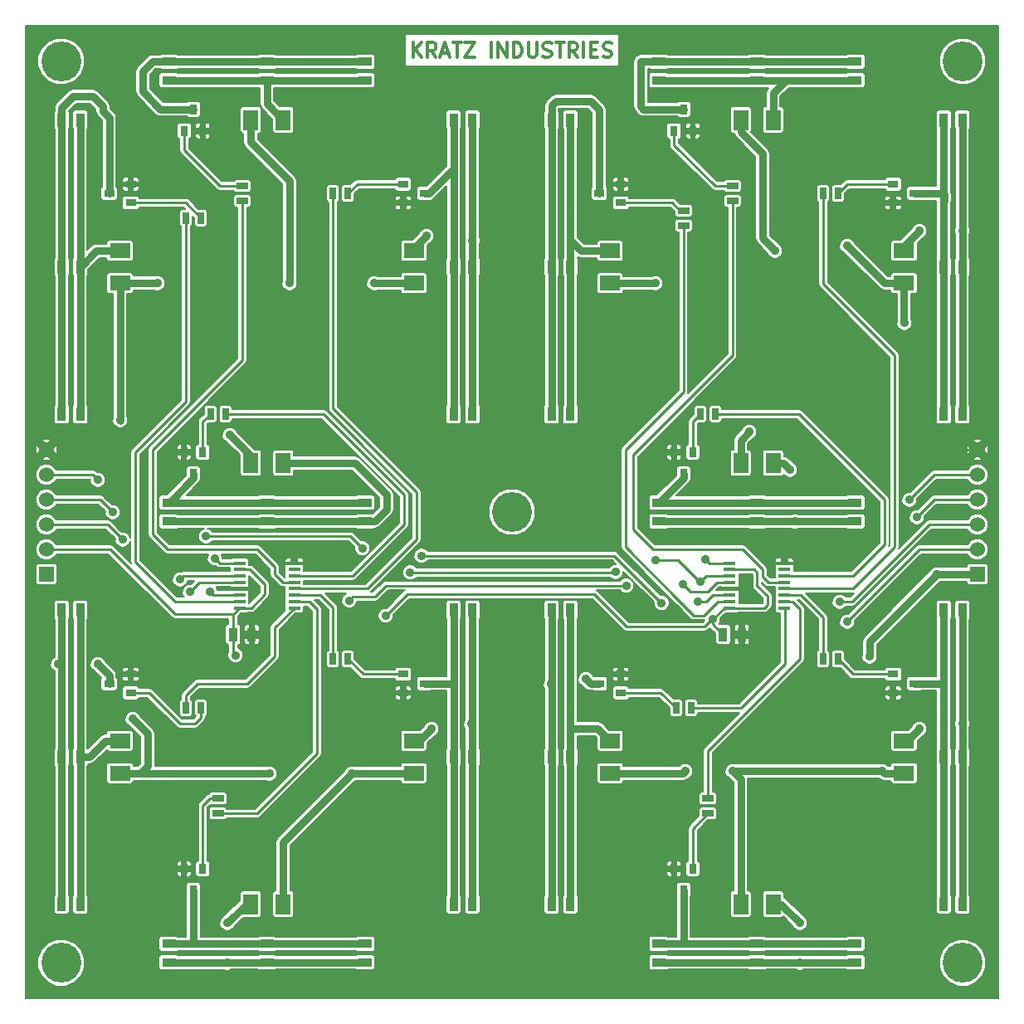
<source format=gtl>
G04 (created by PCBNEW (2013-07-07 BZR 4022)-stable) date 2/6/2015 12:36:25 AM*
%MOIN*%
G04 Gerber Fmt 3.4, Leading zero omitted, Abs format*
%FSLAX34Y34*%
G01*
G70*
G90*
G04 APERTURE LIST*
%ADD10C,0.00590551*%
%ADD11C,0.011811*%
%ADD12R,0.05X0.015*%
%ADD13R,0.0394X0.0315*%
%ADD14R,0.0315X0.0394*%
%ADD15R,0.06X0.08*%
%ADD16R,0.08X0.06*%
%ADD17R,0.035X0.055*%
%ADD18R,0.055X0.035*%
%ADD19R,0.025X0.045*%
%ADD20R,0.045X0.025*%
%ADD21R,0.06X0.06*%
%ADD22C,0.06*%
%ADD23C,0.16*%
%ADD24C,0.035*%
%ADD25C,0.01*%
%ADD26C,0.03*%
%ADD27C,0.008*%
G04 APERTURE END LIST*
G54D10*
G54D11*
X31453Y-13231D02*
X31453Y-12640D01*
X31791Y-13231D02*
X31538Y-12893D01*
X31791Y-12640D02*
X31453Y-12978D01*
X32381Y-13231D02*
X32185Y-12949D01*
X32044Y-13231D02*
X32044Y-12640D01*
X32269Y-12640D01*
X32325Y-12668D01*
X32353Y-12696D01*
X32381Y-12753D01*
X32381Y-12837D01*
X32353Y-12893D01*
X32325Y-12921D01*
X32269Y-12949D01*
X32044Y-12949D01*
X32606Y-13062D02*
X32888Y-13062D01*
X32550Y-13231D02*
X32747Y-12640D01*
X32944Y-13231D01*
X33056Y-12640D02*
X33394Y-12640D01*
X33225Y-13231D02*
X33225Y-12640D01*
X33534Y-12640D02*
X33928Y-12640D01*
X33534Y-13231D01*
X33928Y-13231D01*
X34603Y-13231D02*
X34603Y-12640D01*
X34884Y-13231D02*
X34884Y-12640D01*
X35222Y-13231D01*
X35222Y-12640D01*
X35503Y-13231D02*
X35503Y-12640D01*
X35643Y-12640D01*
X35728Y-12668D01*
X35784Y-12724D01*
X35812Y-12781D01*
X35840Y-12893D01*
X35840Y-12978D01*
X35812Y-13090D01*
X35784Y-13146D01*
X35728Y-13203D01*
X35643Y-13231D01*
X35503Y-13231D01*
X36093Y-12640D02*
X36093Y-13118D01*
X36122Y-13174D01*
X36150Y-13203D01*
X36206Y-13231D01*
X36318Y-13231D01*
X36375Y-13203D01*
X36403Y-13174D01*
X36431Y-13118D01*
X36431Y-12640D01*
X36684Y-13203D02*
X36768Y-13231D01*
X36909Y-13231D01*
X36965Y-13203D01*
X36993Y-13174D01*
X37021Y-13118D01*
X37021Y-13062D01*
X36993Y-13006D01*
X36965Y-12978D01*
X36909Y-12949D01*
X36796Y-12921D01*
X36740Y-12893D01*
X36712Y-12865D01*
X36684Y-12809D01*
X36684Y-12753D01*
X36712Y-12696D01*
X36740Y-12668D01*
X36796Y-12640D01*
X36937Y-12640D01*
X37021Y-12668D01*
X37190Y-12640D02*
X37528Y-12640D01*
X37359Y-13231D02*
X37359Y-12640D01*
X38062Y-13231D02*
X37865Y-12949D01*
X37724Y-13231D02*
X37724Y-12640D01*
X37949Y-12640D01*
X38006Y-12668D01*
X38034Y-12696D01*
X38062Y-12753D01*
X38062Y-12837D01*
X38034Y-12893D01*
X38006Y-12921D01*
X37949Y-12949D01*
X37724Y-12949D01*
X38315Y-13231D02*
X38315Y-12640D01*
X38596Y-12921D02*
X38793Y-12921D01*
X38877Y-13231D02*
X38596Y-13231D01*
X38596Y-12640D01*
X38877Y-12640D01*
X39102Y-13203D02*
X39187Y-13231D01*
X39327Y-13231D01*
X39384Y-13203D01*
X39412Y-13174D01*
X39440Y-13118D01*
X39440Y-13062D01*
X39412Y-13006D01*
X39384Y-12978D01*
X39327Y-12949D01*
X39215Y-12921D01*
X39159Y-12893D01*
X39131Y-12865D01*
X39102Y-12809D01*
X39102Y-12753D01*
X39131Y-12696D01*
X39159Y-12668D01*
X39215Y-12640D01*
X39356Y-12640D01*
X39440Y-12668D01*
G54D12*
X26692Y-35344D03*
X26692Y-35088D03*
X26692Y-34832D03*
X26692Y-34576D03*
X26692Y-34320D03*
X26692Y-34064D03*
X26692Y-33808D03*
X26692Y-33552D03*
X24488Y-33552D03*
X24488Y-33808D03*
X24488Y-34064D03*
X24488Y-34320D03*
X24488Y-34576D03*
X24488Y-34832D03*
X24488Y-35088D03*
X24488Y-35344D03*
X46377Y-35344D03*
X46377Y-35088D03*
X46377Y-34832D03*
X46377Y-34576D03*
X46377Y-34320D03*
X46377Y-34064D03*
X46377Y-33808D03*
X46377Y-33552D03*
X44173Y-33552D03*
X44173Y-33808D03*
X44173Y-34064D03*
X44173Y-34320D03*
X44173Y-34576D03*
X44173Y-34832D03*
X44173Y-35088D03*
X44173Y-35344D03*
G54D13*
X38937Y-18700D03*
X39803Y-18325D03*
X39803Y-19075D03*
G54D14*
X42322Y-29960D03*
X41947Y-29094D03*
X42697Y-29094D03*
X42322Y-15315D03*
X42697Y-16181D03*
X41947Y-16181D03*
G54D13*
X51614Y-18700D03*
X50748Y-19075D03*
X50748Y-18325D03*
X51614Y-38385D03*
X50748Y-38760D03*
X50748Y-38010D03*
G54D14*
X42322Y-46692D03*
X41947Y-45826D03*
X42697Y-45826D03*
G54D13*
X38937Y-38385D03*
X39803Y-38010D03*
X39803Y-38760D03*
G54D14*
X22637Y-29960D03*
X22262Y-29094D03*
X23012Y-29094D03*
X22637Y-15315D03*
X23012Y-16181D03*
X22262Y-16181D03*
G54D13*
X19252Y-18700D03*
X20118Y-18325D03*
X20118Y-19075D03*
X31929Y-18700D03*
X31063Y-19075D03*
X31063Y-18325D03*
G54D14*
X22637Y-46692D03*
X22262Y-45826D03*
X23012Y-45826D03*
G54D13*
X19252Y-38385D03*
X20118Y-38010D03*
X20118Y-38760D03*
X31929Y-38385D03*
X31063Y-38760D03*
X31063Y-38010D03*
G54D15*
X24940Y-29527D03*
X26240Y-29527D03*
G54D16*
X51181Y-41988D03*
X51181Y-40688D03*
X51181Y-22303D03*
X51181Y-21003D03*
G54D15*
X44625Y-15748D03*
X45925Y-15748D03*
X44625Y-29527D03*
X45925Y-29527D03*
X44625Y-47244D03*
X45925Y-47244D03*
G54D16*
X39370Y-41988D03*
X39370Y-40688D03*
X39370Y-22303D03*
X39370Y-21003D03*
G54D15*
X24940Y-15748D03*
X26240Y-15748D03*
G54D16*
X31496Y-22303D03*
X31496Y-21003D03*
X31496Y-41988D03*
X31496Y-40688D03*
G54D15*
X26240Y-47244D03*
X24940Y-47244D03*
G54D16*
X19685Y-41988D03*
X19685Y-40688D03*
X19685Y-22303D03*
X19685Y-21003D03*
G54D17*
X53524Y-35433D03*
X52774Y-35433D03*
X53524Y-15748D03*
X52774Y-15748D03*
X53524Y-47244D03*
X52774Y-47244D03*
X53524Y-21653D03*
X52774Y-21653D03*
G54D18*
X45275Y-14154D03*
X45275Y-13404D03*
G54D17*
X53524Y-27559D03*
X52774Y-27559D03*
G54D18*
X21653Y-31871D03*
X21653Y-31121D03*
G54D17*
X53524Y-41338D03*
X52774Y-41338D03*
G54D18*
X49212Y-49587D03*
X49212Y-48837D03*
G54D17*
X37776Y-21653D03*
X37026Y-21653D03*
X37776Y-27559D03*
X37026Y-27559D03*
X37776Y-15748D03*
X37026Y-15748D03*
X37776Y-41338D03*
X37026Y-41338D03*
X37776Y-35433D03*
X37026Y-35433D03*
X37776Y-47244D03*
X37026Y-47244D03*
G54D18*
X45275Y-49587D03*
X45275Y-48837D03*
X41338Y-49587D03*
X41338Y-48837D03*
G54D17*
X33839Y-47244D03*
X33089Y-47244D03*
G54D18*
X41338Y-31871D03*
X41338Y-31121D03*
X49212Y-31871D03*
X49212Y-31121D03*
G54D17*
X18091Y-15748D03*
X17341Y-15748D03*
X18091Y-27559D03*
X17341Y-27559D03*
X18091Y-21653D03*
X17341Y-21653D03*
X18091Y-41338D03*
X17341Y-41338D03*
X18091Y-35433D03*
X17341Y-35433D03*
X18091Y-47244D03*
X17341Y-47244D03*
G54D18*
X25590Y-49587D03*
X25590Y-48837D03*
X21653Y-49587D03*
X21653Y-48837D03*
X29527Y-49587D03*
X29527Y-48837D03*
G54D17*
X33839Y-41338D03*
X33089Y-41338D03*
G54D18*
X49212Y-14154D03*
X49212Y-13404D03*
G54D17*
X33839Y-35433D03*
X33089Y-35433D03*
X33839Y-21653D03*
X33089Y-21653D03*
X33839Y-27559D03*
X33089Y-27559D03*
X33839Y-15748D03*
X33089Y-15748D03*
G54D18*
X25590Y-14154D03*
X25590Y-13404D03*
X21653Y-14154D03*
X21653Y-13404D03*
X29527Y-14154D03*
X29527Y-13404D03*
X25590Y-31871D03*
X25590Y-31121D03*
X29527Y-31871D03*
X29527Y-31121D03*
X45275Y-31871D03*
X45275Y-31121D03*
X41338Y-14154D03*
X41338Y-13404D03*
G54D19*
X28243Y-18700D03*
X28843Y-18700D03*
X43607Y-27559D03*
X43007Y-27559D03*
G54D20*
X44291Y-19000D03*
X44291Y-18400D03*
G54D19*
X22337Y-19685D03*
X22937Y-19685D03*
X47928Y-18700D03*
X48528Y-18700D03*
X47928Y-37401D03*
X48528Y-37401D03*
X22337Y-39370D03*
X22937Y-39370D03*
G54D20*
X43307Y-43007D03*
X43307Y-43607D03*
G54D19*
X42622Y-39370D03*
X42022Y-39370D03*
G54D20*
X23622Y-43607D03*
X23622Y-43007D03*
X42322Y-19985D03*
X42322Y-19385D03*
G54D19*
X28243Y-37401D03*
X28843Y-37401D03*
X23922Y-27559D03*
X23322Y-27559D03*
G54D20*
X24606Y-19000D03*
X24606Y-18400D03*
G54D21*
X16732Y-33996D03*
G54D22*
X16732Y-32996D03*
X16732Y-31996D03*
X16732Y-30996D03*
X16732Y-29996D03*
X16732Y-28996D03*
G54D21*
X54133Y-33996D03*
G54D22*
X54133Y-32996D03*
X54133Y-31996D03*
X54133Y-30996D03*
X54133Y-29996D03*
X54133Y-28996D03*
G54D17*
X43916Y-36417D03*
X44666Y-36417D03*
X24231Y-36417D03*
X24981Y-36417D03*
G54D23*
X17322Y-13385D03*
X53543Y-13385D03*
X53543Y-49606D03*
X17322Y-49606D03*
X35433Y-31496D03*
G54D24*
X24332Y-37246D03*
X30360Y-35662D03*
X43500Y-35800D03*
X48900Y-35900D03*
X19800Y-32600D03*
X23150Y-32475D03*
X29425Y-32950D03*
X31350Y-33925D03*
X39600Y-33900D03*
X41200Y-33425D03*
X48600Y-35100D03*
X43000Y-34300D03*
X22100Y-34200D03*
X19400Y-31500D03*
X40025Y-34450D03*
X28900Y-35050D03*
X51700Y-31700D03*
X42300Y-34400D03*
X22500Y-34700D03*
X44968Y-28270D03*
X41200Y-22300D03*
X46000Y-21000D03*
X48900Y-20800D03*
X52503Y-33996D03*
X51200Y-23900D03*
X42400Y-41900D03*
X44300Y-41900D03*
X50300Y-41900D03*
X49800Y-37300D03*
X20200Y-39800D03*
X29000Y-42000D03*
X25700Y-42000D03*
X26500Y-22300D03*
X19700Y-27800D03*
X24100Y-28400D03*
X21200Y-22300D03*
X29900Y-22300D03*
X23300Y-34700D03*
X18800Y-30200D03*
X51400Y-31000D03*
X43200Y-33400D03*
X51436Y-28908D03*
X23958Y-17380D03*
X29238Y-19646D03*
X21274Y-18370D03*
X21560Y-29084D03*
X19844Y-28688D03*
X17996Y-28996D03*
X21934Y-43098D03*
X28402Y-38808D03*
X23694Y-38038D03*
X41954Y-44946D03*
X43252Y-37994D03*
X46860Y-39182D03*
X45716Y-36652D03*
X47410Y-33462D03*
X46904Y-19844D03*
X46750Y-21868D03*
X42042Y-28270D03*
X49500Y-19580D03*
X44726Y-17754D03*
X43450Y-17226D03*
X41448Y-17996D03*
X46650Y-33125D03*
X44875Y-34500D03*
X26500Y-33000D03*
X25100Y-34600D03*
X53524Y-20200D03*
X51800Y-20200D03*
X53524Y-40000D03*
X51800Y-40200D03*
X23500Y-33350D03*
X31800Y-33250D03*
X41450Y-35150D03*
X42900Y-35100D03*
X47000Y-49600D03*
X47000Y-48000D03*
X46800Y-31871D03*
X46600Y-29800D03*
X17200Y-37600D03*
X18800Y-37600D03*
X37000Y-38400D03*
X38400Y-38200D03*
X33800Y-40000D03*
X32200Y-40200D03*
X24000Y-48000D03*
X24000Y-49600D03*
X33839Y-20600D03*
X32000Y-20400D03*
G54D25*
X43500Y-35800D02*
X43466Y-35800D01*
X24231Y-37145D02*
X24231Y-36417D01*
X24332Y-37246D02*
X24231Y-37145D01*
X31218Y-34804D02*
X30360Y-35662D01*
X38742Y-34804D02*
X31218Y-34804D01*
X40040Y-36102D02*
X38742Y-34804D01*
X43164Y-36102D02*
X40040Y-36102D01*
X43466Y-35800D02*
X43164Y-36102D01*
X16732Y-32996D02*
X19296Y-32996D01*
X21902Y-35602D02*
X24231Y-35602D01*
X19296Y-32996D02*
X21902Y-35602D01*
X44173Y-33808D02*
X45158Y-33808D01*
X45580Y-35344D02*
X44173Y-35344D01*
X45700Y-35225D02*
X45580Y-35344D01*
X45700Y-34875D02*
X45700Y-35225D01*
X45275Y-34450D02*
X45700Y-34875D01*
X45275Y-33925D02*
X45275Y-34450D01*
X45158Y-33808D02*
X45275Y-33925D01*
X24488Y-35344D02*
X24955Y-35344D01*
X24908Y-33808D02*
X24488Y-33808D01*
X25500Y-34400D02*
X24908Y-33808D01*
X25500Y-34800D02*
X25500Y-34400D01*
X24955Y-35344D02*
X25500Y-34800D01*
X24231Y-36417D02*
X24231Y-35602D01*
X24231Y-35602D02*
X24488Y-35344D01*
X43500Y-35800D02*
X43500Y-36000D01*
X43500Y-36000D02*
X43916Y-36417D01*
X54133Y-32996D02*
X51803Y-32996D01*
X43955Y-35344D02*
X44173Y-35344D01*
X43500Y-35800D02*
X43955Y-35344D01*
X51803Y-32996D02*
X48900Y-35900D01*
X16732Y-31996D02*
X19196Y-31996D01*
X19196Y-31996D02*
X19800Y-32600D01*
X43000Y-34300D02*
X42975Y-34300D01*
X28950Y-32475D02*
X23150Y-32475D01*
X29425Y-32950D02*
X28950Y-32475D01*
X39575Y-33925D02*
X31350Y-33925D01*
X39600Y-33900D02*
X39575Y-33925D01*
X42100Y-33425D02*
X41200Y-33425D01*
X42975Y-34300D02*
X42100Y-33425D01*
X52203Y-31996D02*
X49100Y-35100D01*
X49100Y-35100D02*
X48600Y-35100D01*
X43000Y-34300D02*
X43235Y-34064D01*
X44173Y-34064D02*
X43235Y-34064D01*
X52203Y-31996D02*
X54133Y-31996D01*
X22235Y-34064D02*
X24488Y-34064D01*
X22100Y-34200D02*
X22235Y-34064D01*
X16732Y-30996D02*
X18896Y-30996D01*
X18896Y-30996D02*
X19400Y-31500D01*
X30375Y-34450D02*
X40025Y-34450D01*
X29925Y-34900D02*
X30375Y-34450D01*
X29050Y-34900D02*
X29925Y-34900D01*
X28900Y-35050D02*
X29050Y-34900D01*
X52403Y-30996D02*
X54133Y-30996D01*
X52403Y-30996D02*
X51700Y-31700D01*
X44173Y-34320D02*
X43679Y-34320D01*
X43300Y-34700D02*
X43679Y-34320D01*
X42600Y-34700D02*
X43300Y-34700D01*
X42300Y-34400D02*
X42600Y-34700D01*
X22879Y-34320D02*
X24488Y-34320D01*
X22500Y-34700D02*
X22879Y-34320D01*
G54D26*
X44625Y-29527D02*
X44625Y-28612D01*
X44625Y-28612D02*
X44968Y-28270D01*
X41196Y-22303D02*
X39370Y-22303D01*
X41200Y-22300D02*
X41196Y-22303D01*
X51181Y-22303D02*
X50403Y-22303D01*
X44625Y-16225D02*
X44625Y-15748D01*
X45500Y-17100D02*
X44625Y-16225D01*
X45500Y-20500D02*
X45500Y-17100D01*
X46000Y-21000D02*
X45500Y-20500D01*
X50403Y-22303D02*
X48900Y-20800D01*
X51181Y-22303D02*
X51181Y-23881D01*
X51200Y-23900D02*
X51181Y-23881D01*
X44625Y-47244D02*
X44625Y-42225D01*
X44625Y-42225D02*
X44300Y-41900D01*
X50300Y-41900D02*
X44300Y-41900D01*
X42311Y-41988D02*
X39370Y-41988D01*
X42400Y-41900D02*
X42311Y-41988D01*
X54133Y-33996D02*
X52503Y-33996D01*
X50388Y-41988D02*
X51181Y-41988D01*
X50300Y-41900D02*
X50388Y-41988D01*
X49800Y-36700D02*
X49800Y-37300D01*
X52503Y-33996D02*
X49800Y-36700D01*
X20200Y-39800D02*
X20800Y-40400D01*
X20800Y-40400D02*
X20800Y-41700D01*
X20800Y-41700D02*
X20511Y-41988D01*
X20511Y-41988D02*
X20500Y-41988D01*
X26240Y-47244D02*
X26240Y-44759D01*
X26240Y-44759D02*
X29000Y-42000D01*
X20500Y-41988D02*
X25688Y-41988D01*
X29011Y-41988D02*
X31496Y-41988D01*
X29000Y-42000D02*
X29011Y-41988D01*
X25688Y-41988D02*
X25700Y-42000D01*
X20500Y-41988D02*
X19685Y-41988D01*
X24940Y-15748D02*
X24940Y-16640D01*
X26500Y-18200D02*
X26500Y-22300D01*
X24940Y-16640D02*
X26500Y-18200D01*
X24940Y-29527D02*
X24940Y-29240D01*
X19685Y-27800D02*
X19685Y-27814D01*
X19700Y-27800D02*
X19685Y-27800D01*
X24940Y-29240D02*
X24100Y-28400D01*
X19685Y-27814D02*
X19685Y-22303D01*
X19685Y-22303D02*
X19688Y-22300D01*
X19688Y-22300D02*
X21200Y-22300D01*
X29903Y-22303D02*
X31496Y-22303D01*
X29900Y-22300D02*
X29903Y-22303D01*
G54D25*
X16732Y-29996D02*
X18596Y-29996D01*
X23300Y-34700D02*
X23432Y-34832D01*
X23432Y-34832D02*
X24488Y-34832D01*
X18596Y-29996D02*
X18800Y-30200D01*
X52403Y-29996D02*
X51400Y-31000D01*
X54133Y-29996D02*
X52403Y-29996D01*
X43352Y-33552D02*
X44173Y-33552D01*
X43200Y-33400D02*
X43352Y-33552D01*
X54133Y-28996D02*
X51524Y-28996D01*
X51524Y-28996D02*
X51436Y-28908D01*
X23012Y-16181D02*
X23012Y-16434D01*
X23012Y-16434D02*
X23958Y-17380D01*
X31063Y-19075D02*
X29808Y-19075D01*
X29808Y-19075D02*
X29238Y-19646D01*
X21229Y-18325D02*
X20118Y-18325D01*
X21274Y-18370D02*
X21229Y-18325D01*
X21570Y-29094D02*
X22262Y-29094D01*
X21560Y-29084D02*
X21570Y-29094D01*
X18304Y-28688D02*
X19844Y-28688D01*
X17996Y-28996D02*
X18304Y-28688D01*
X22262Y-45826D02*
X22262Y-43426D01*
X22262Y-43426D02*
X21934Y-43098D01*
X31063Y-38760D02*
X28449Y-38760D01*
X28449Y-38760D02*
X28402Y-38808D01*
X23694Y-38038D02*
X23694Y-38010D01*
X20118Y-38010D02*
X23694Y-38010D01*
X23694Y-38010D02*
X24381Y-38010D01*
X24992Y-36428D02*
X24981Y-36417D01*
X24992Y-37400D02*
X24992Y-36428D01*
X24381Y-38010D02*
X24992Y-37400D01*
X41947Y-45826D02*
X41947Y-44952D01*
X41947Y-44952D02*
X41954Y-44946D01*
X50748Y-38760D02*
X47281Y-38760D01*
X43104Y-37978D02*
X43104Y-38010D01*
X43236Y-37978D02*
X43104Y-37978D01*
X43252Y-37994D02*
X43236Y-37978D01*
X47281Y-38760D02*
X46860Y-39182D01*
X46650Y-33125D02*
X47073Y-33125D01*
X45481Y-36417D02*
X44666Y-36417D01*
X45716Y-36652D02*
X45481Y-36417D01*
X47073Y-33125D02*
X47410Y-33462D01*
X39803Y-38010D02*
X43104Y-38010D01*
X43104Y-38010D02*
X43072Y-38010D01*
X43072Y-38010D02*
X43727Y-37356D01*
X43727Y-37356D02*
X44506Y-37356D01*
X44506Y-37356D02*
X44666Y-37195D01*
X44666Y-37195D02*
X44666Y-36417D01*
X41947Y-29094D02*
X41947Y-28364D01*
X46904Y-21714D02*
X46904Y-19844D01*
X46750Y-21868D02*
X46904Y-21714D01*
X41947Y-28364D02*
X42042Y-28270D01*
X43450Y-17226D02*
X44198Y-17226D01*
X50004Y-19075D02*
X50748Y-19075D01*
X49500Y-19580D02*
X50004Y-19075D01*
X44198Y-17226D02*
X44726Y-17754D01*
X39803Y-18325D02*
X41118Y-18325D01*
X42697Y-16473D02*
X42697Y-16181D01*
X43450Y-17226D02*
X42697Y-16473D01*
X41118Y-18325D02*
X41448Y-17996D01*
X44173Y-34576D02*
X44798Y-34576D01*
X46377Y-33397D02*
X46377Y-33552D01*
X46650Y-33125D02*
X46377Y-33397D01*
X44798Y-34576D02*
X44875Y-34500D01*
X24488Y-34576D02*
X25076Y-34576D01*
X26692Y-33192D02*
X26692Y-33552D01*
X26500Y-33000D02*
X26692Y-33192D01*
X25076Y-34576D02*
X25100Y-34600D01*
G54D26*
X51614Y-38385D02*
X52774Y-38385D01*
X52774Y-41338D02*
X52774Y-47244D01*
X52774Y-35433D02*
X52774Y-38385D01*
X52774Y-38385D02*
X52774Y-41338D01*
X45925Y-15748D02*
X45925Y-14674D01*
X45925Y-14674D02*
X46445Y-14154D01*
X41338Y-14154D02*
X45275Y-14154D01*
X45275Y-14154D02*
X46445Y-14154D01*
X46445Y-14154D02*
X49212Y-14154D01*
X51181Y-21003D02*
X51181Y-20818D01*
X51800Y-20200D02*
X51181Y-20818D01*
X53524Y-15748D02*
X53524Y-20200D01*
X53524Y-20200D02*
X53524Y-21653D01*
X53524Y-21653D02*
X53524Y-27559D01*
X51614Y-18700D02*
X52774Y-18700D01*
X52800Y-19000D02*
X52774Y-19000D01*
X52800Y-18726D02*
X52800Y-19000D01*
X52774Y-18700D02*
X52800Y-18726D01*
X52774Y-27559D02*
X52774Y-21653D01*
X52774Y-21653D02*
X52774Y-19000D01*
X52774Y-19000D02*
X52774Y-15748D01*
G54D25*
X43307Y-43007D02*
X43307Y-41092D01*
X46688Y-35088D02*
X46377Y-35088D01*
X47000Y-35400D02*
X46688Y-35088D01*
X47000Y-37400D02*
X47000Y-35400D01*
X43307Y-41092D02*
X47000Y-37400D01*
X42622Y-39370D02*
X44629Y-39370D01*
X46400Y-35400D02*
X46377Y-35344D01*
X46400Y-37600D02*
X46400Y-35400D01*
X44629Y-39370D02*
X46400Y-37600D01*
X44173Y-35088D02*
X43711Y-35088D01*
X42750Y-35650D02*
X42150Y-35050D01*
X43150Y-35650D02*
X42750Y-35650D01*
X43711Y-35088D02*
X43150Y-35650D01*
X42322Y-19985D02*
X42322Y-26677D01*
X40000Y-32900D02*
X42150Y-35050D01*
X42150Y-35050D02*
X42188Y-35088D01*
X40000Y-29000D02*
X40000Y-32900D01*
X42322Y-26677D02*
X40000Y-29000D01*
X42697Y-29094D02*
X42697Y-27868D01*
X42697Y-27868D02*
X43007Y-27559D01*
X43607Y-27559D02*
X46959Y-27559D01*
X49135Y-34064D02*
X46377Y-34064D01*
X50400Y-32800D02*
X49135Y-34064D01*
X50400Y-31000D02*
X50400Y-32800D01*
X46959Y-27559D02*
X50400Y-31000D01*
G54D26*
X45275Y-31121D02*
X41338Y-31121D01*
X41338Y-31121D02*
X42322Y-30136D01*
X42322Y-30136D02*
X42322Y-29960D01*
X49212Y-31121D02*
X45275Y-31121D01*
X51181Y-40688D02*
X51311Y-40688D01*
X51800Y-40200D02*
X51311Y-40688D01*
X53524Y-41338D02*
X53524Y-40000D01*
X53524Y-40000D02*
X53524Y-35433D01*
X53524Y-47244D02*
X53524Y-41338D01*
G54D25*
X41947Y-16181D02*
X41947Y-16747D01*
X43600Y-18400D02*
X44291Y-18400D01*
X41947Y-16747D02*
X43600Y-18400D01*
X44291Y-19000D02*
X44291Y-25208D01*
X45720Y-34320D02*
X46377Y-34320D01*
X45500Y-34100D02*
X45720Y-34320D01*
X45500Y-33800D02*
X45500Y-34100D01*
X44700Y-33000D02*
X45500Y-33800D01*
X41100Y-33000D02*
X44700Y-33000D01*
X40300Y-32200D02*
X41100Y-33000D01*
X40300Y-29200D02*
X40300Y-32200D01*
X44291Y-25208D02*
X40300Y-29200D01*
X50748Y-18325D02*
X48903Y-18325D01*
X48903Y-18325D02*
X48528Y-18700D01*
X46377Y-34576D02*
X49123Y-34576D01*
X47928Y-22328D02*
X47928Y-18700D01*
X50800Y-25200D02*
X47928Y-22328D01*
X50800Y-32900D02*
X50800Y-25200D01*
X49123Y-34576D02*
X50800Y-32900D01*
X47928Y-37401D02*
X47928Y-35728D01*
X47032Y-34832D02*
X46377Y-34832D01*
X47928Y-35728D02*
X47032Y-34832D01*
X44173Y-34832D02*
X43517Y-34832D01*
X23702Y-33552D02*
X24488Y-33552D01*
X23500Y-33350D02*
X23702Y-33552D01*
X39550Y-33250D02*
X31800Y-33250D01*
X41450Y-35150D02*
X39550Y-33250D01*
X43250Y-35100D02*
X42900Y-35100D01*
X43517Y-34832D02*
X43250Y-35100D01*
G54D26*
X45925Y-47244D02*
X46244Y-47244D01*
X47000Y-49600D02*
X47000Y-49587D01*
X46244Y-47244D02*
X47000Y-48000D01*
X49212Y-49587D02*
X47000Y-49587D01*
X47000Y-49587D02*
X45275Y-49587D01*
X45275Y-49587D02*
X41338Y-49587D01*
X45925Y-29527D02*
X46327Y-29527D01*
X46600Y-29800D02*
X46327Y-29527D01*
X41338Y-31871D02*
X45271Y-31871D01*
X45271Y-31871D02*
X46800Y-31871D01*
X46800Y-31871D02*
X49212Y-31871D01*
G54D25*
X23012Y-29094D02*
X23012Y-27868D01*
X23012Y-27868D02*
X23322Y-27559D01*
X23922Y-27559D02*
X27859Y-27559D01*
X29035Y-34064D02*
X26692Y-34064D01*
X31100Y-32000D02*
X29035Y-34064D01*
X31100Y-30800D02*
X31100Y-32000D01*
X27859Y-27559D02*
X31100Y-30800D01*
X24606Y-19000D02*
X24606Y-25393D01*
X26220Y-34320D02*
X26692Y-34320D01*
X25900Y-34000D02*
X26220Y-34320D01*
X25900Y-33700D02*
X25900Y-34000D01*
X25200Y-33000D02*
X25900Y-33700D01*
X21600Y-33000D02*
X25200Y-33000D01*
X21000Y-32400D02*
X21600Y-33000D01*
X21000Y-29000D02*
X21000Y-32400D01*
X24606Y-25393D02*
X21000Y-29000D01*
X28243Y-18700D02*
X28243Y-27343D01*
X29623Y-34576D02*
X26692Y-34576D01*
X31600Y-32600D02*
X29623Y-34576D01*
X31600Y-30700D02*
X31600Y-32600D01*
X28243Y-27343D02*
X31600Y-30700D01*
X28243Y-37401D02*
X28243Y-35343D01*
X27732Y-34832D02*
X26692Y-34832D01*
X28243Y-35343D02*
X27732Y-34832D01*
X23622Y-43607D02*
X25192Y-43607D01*
X27288Y-35088D02*
X26692Y-35088D01*
X27600Y-35400D02*
X27288Y-35088D01*
X27600Y-41200D02*
X27600Y-35400D01*
X25192Y-43607D02*
X27600Y-41200D01*
X22337Y-39370D02*
X22337Y-38862D01*
X25900Y-36137D02*
X26692Y-35344D01*
X25900Y-37300D02*
X25900Y-36137D01*
X24800Y-38400D02*
X25900Y-37300D01*
X22800Y-38400D02*
X24800Y-38400D01*
X22337Y-38862D02*
X22800Y-38400D01*
X22337Y-19685D02*
X22337Y-27062D01*
X21888Y-35088D02*
X24488Y-35088D01*
X20300Y-33500D02*
X21888Y-35088D01*
X20300Y-29100D02*
X20300Y-33500D01*
X22337Y-27062D02*
X20300Y-29100D01*
G54D26*
X42322Y-46692D02*
X42322Y-48837D01*
X41338Y-48837D02*
X42322Y-48837D01*
X42322Y-48837D02*
X45275Y-48837D01*
X45275Y-48837D02*
X49212Y-48837D01*
X22637Y-29960D02*
X22637Y-30136D01*
X22637Y-30136D02*
X21653Y-31121D01*
X21653Y-31121D02*
X25590Y-31121D01*
X25590Y-31121D02*
X29527Y-31121D01*
G54D25*
X22262Y-16181D02*
X22262Y-16962D01*
X23700Y-18400D02*
X24606Y-18400D01*
X22262Y-16962D02*
X23700Y-18400D01*
G54D26*
X22637Y-15315D02*
X21315Y-15315D01*
X20995Y-13404D02*
X21653Y-13404D01*
X20600Y-13800D02*
X20995Y-13404D01*
X20600Y-14600D02*
X20600Y-13800D01*
X21315Y-15315D02*
X20600Y-14600D01*
X21653Y-13404D02*
X25590Y-13404D01*
X25590Y-13404D02*
X29527Y-13404D01*
X19685Y-21003D02*
X18741Y-21003D01*
X18741Y-21003D02*
X18091Y-21653D01*
X18091Y-27559D02*
X18091Y-21653D01*
X18091Y-21653D02*
X18091Y-15748D01*
X19252Y-18700D02*
X19252Y-15652D01*
X17341Y-15258D02*
X17341Y-15748D01*
X17800Y-14800D02*
X17341Y-15258D01*
X18600Y-14800D02*
X17800Y-14800D01*
X19000Y-15200D02*
X18600Y-14800D01*
X19000Y-15400D02*
X19000Y-15200D01*
X19252Y-15652D02*
X19000Y-15400D01*
X17341Y-15748D02*
X17341Y-21653D01*
X17341Y-21653D02*
X17341Y-27559D01*
X18091Y-41338D02*
X18461Y-41338D01*
X19111Y-40688D02*
X19685Y-40688D01*
X18461Y-41338D02*
X19111Y-40688D01*
X18091Y-47244D02*
X18091Y-41338D01*
X18091Y-41338D02*
X18091Y-35433D01*
X19252Y-38385D02*
X19252Y-38052D01*
X17200Y-37600D02*
X17341Y-37600D01*
X19252Y-38052D02*
X18800Y-37600D01*
X17341Y-35433D02*
X17341Y-37600D01*
X17341Y-37600D02*
X17341Y-41338D01*
X17341Y-41338D02*
X17341Y-47244D01*
G54D25*
X20118Y-19075D02*
X22328Y-19075D01*
X22328Y-19075D02*
X22937Y-19685D01*
X20118Y-38760D02*
X20860Y-38760D01*
X22937Y-39762D02*
X22937Y-39370D01*
X22700Y-40000D02*
X22937Y-39762D01*
X22100Y-40000D02*
X22700Y-40000D01*
X20860Y-38760D02*
X22100Y-40000D01*
G54D26*
X37776Y-40200D02*
X38881Y-40200D01*
X38881Y-40200D02*
X39370Y-40688D01*
X37776Y-47244D02*
X37776Y-41338D01*
X37776Y-41338D02*
X37776Y-40200D01*
X37776Y-40200D02*
X37776Y-35433D01*
G54D25*
X31063Y-18325D02*
X29218Y-18325D01*
X29218Y-18325D02*
X28843Y-18700D01*
G54D26*
X31929Y-18700D02*
X32099Y-18700D01*
X32099Y-18700D02*
X33089Y-17710D01*
X33089Y-27559D02*
X33089Y-21653D01*
X33089Y-21653D02*
X33089Y-17710D01*
X33089Y-17710D02*
X33089Y-15748D01*
G54D25*
X31063Y-38010D02*
X29452Y-38010D01*
X29452Y-38010D02*
X28843Y-37401D01*
G54D26*
X31929Y-38385D02*
X33089Y-38385D01*
X33089Y-47244D02*
X33089Y-41338D01*
X33089Y-41338D02*
X33089Y-38385D01*
X33089Y-38385D02*
X33089Y-35433D01*
G54D25*
X23012Y-45826D02*
X23012Y-43287D01*
X23292Y-43007D02*
X23622Y-43007D01*
X23012Y-43287D02*
X23292Y-43007D01*
X39803Y-19075D02*
X41875Y-19075D01*
X41875Y-19075D02*
X42250Y-19450D01*
G54D26*
X29527Y-31871D02*
X29928Y-31871D01*
X29127Y-29527D02*
X26240Y-29527D01*
X30400Y-30800D02*
X29127Y-29527D01*
X30400Y-31400D02*
X30400Y-30800D01*
X29928Y-31871D02*
X30400Y-31400D01*
X29527Y-31871D02*
X25590Y-31871D01*
X25590Y-31871D02*
X21653Y-31871D01*
G54D25*
X50748Y-38010D02*
X49137Y-38010D01*
X49137Y-38010D02*
X48528Y-37401D01*
G54D26*
X38937Y-38385D02*
X38585Y-38385D01*
X38585Y-38385D02*
X38400Y-38200D01*
X37000Y-38400D02*
X37026Y-38400D01*
X37026Y-38400D02*
X37000Y-38400D01*
X37000Y-38400D02*
X37026Y-38400D01*
X37026Y-35433D02*
X37026Y-38400D01*
X37026Y-38400D02*
X37026Y-41338D01*
X37026Y-41338D02*
X37026Y-47244D01*
G54D25*
X42697Y-45826D02*
X42697Y-44216D01*
X42697Y-44216D02*
X43307Y-43607D01*
X39803Y-38760D02*
X41413Y-38760D01*
X41413Y-38760D02*
X42022Y-39370D01*
G54D26*
X22637Y-46692D02*
X22637Y-48837D01*
X29527Y-48837D02*
X25590Y-48837D01*
X25590Y-48837D02*
X22637Y-48837D01*
X22637Y-48837D02*
X21653Y-48837D01*
X31496Y-40688D02*
X31711Y-40688D01*
X33800Y-40000D02*
X33839Y-40000D01*
X31711Y-40688D02*
X32200Y-40200D01*
X33839Y-47244D02*
X33839Y-41338D01*
X33839Y-35433D02*
X33839Y-40000D01*
X33839Y-40000D02*
X33839Y-41338D01*
X24000Y-49600D02*
X21665Y-49600D01*
X21665Y-49600D02*
X21653Y-49587D01*
X24940Y-47244D02*
X24755Y-47244D01*
X24755Y-47244D02*
X24000Y-48000D01*
X24000Y-49587D02*
X24000Y-49587D01*
X23924Y-49600D02*
X23912Y-49587D01*
X23912Y-49587D02*
X24000Y-49587D01*
X24000Y-49600D02*
X23924Y-49600D01*
X21653Y-49587D02*
X25590Y-49587D01*
X25590Y-49587D02*
X29527Y-49587D01*
X25590Y-14154D02*
X25590Y-15098D01*
X25590Y-15098D02*
X26240Y-15748D01*
X29527Y-14154D02*
X25590Y-14154D01*
X25590Y-14154D02*
X21653Y-14154D01*
X31496Y-21003D02*
X31496Y-20903D01*
X32000Y-20400D02*
X31496Y-20903D01*
X33839Y-15748D02*
X33839Y-20600D01*
X33839Y-20600D02*
X33839Y-21653D01*
X33839Y-21653D02*
X33839Y-27559D01*
X39370Y-21003D02*
X38203Y-21003D01*
X38203Y-21003D02*
X37776Y-20576D01*
X37776Y-15748D02*
X37776Y-20576D01*
X37776Y-20576D02*
X37776Y-21653D01*
X37776Y-21653D02*
X37776Y-27559D01*
X37026Y-15748D02*
X37026Y-15173D01*
X38937Y-15337D02*
X38937Y-18700D01*
X38600Y-15000D02*
X38937Y-15337D01*
X37200Y-15000D02*
X38600Y-15000D01*
X37026Y-15173D02*
X37200Y-15000D01*
X37026Y-27559D02*
X37026Y-21653D01*
X37026Y-21653D02*
X37026Y-15748D01*
X49212Y-13404D02*
X45275Y-13404D01*
X45275Y-13404D02*
X41338Y-13404D01*
X41338Y-13404D02*
X41334Y-13400D01*
X41334Y-13400D02*
X40600Y-13400D01*
X40600Y-13400D02*
X40600Y-15200D01*
X40600Y-15200D02*
X40715Y-15315D01*
X40715Y-15315D02*
X42322Y-15315D01*
G54D10*
G36*
X25310Y-34721D02*
X24878Y-35152D01*
X24878Y-35136D01*
X24878Y-34986D01*
X24868Y-34960D01*
X24878Y-34935D01*
X24878Y-34880D01*
X24878Y-34730D01*
X24868Y-34704D01*
X24878Y-34679D01*
X24878Y-34649D01*
X24843Y-34614D01*
X24613Y-34614D01*
X24613Y-34617D01*
X24363Y-34617D01*
X24363Y-34614D01*
X24133Y-34614D01*
X24105Y-34642D01*
X23615Y-34642D01*
X23615Y-34637D01*
X23567Y-34521D01*
X23556Y-34510D01*
X24105Y-34510D01*
X24133Y-34539D01*
X24363Y-34539D01*
X24363Y-34535D01*
X24613Y-34535D01*
X24613Y-34539D01*
X24843Y-34539D01*
X24878Y-34504D01*
X24878Y-34474D01*
X24868Y-34448D01*
X24878Y-34423D01*
X24878Y-34368D01*
X24878Y-34218D01*
X24868Y-34192D01*
X24878Y-34167D01*
X24878Y-34112D01*
X24878Y-34047D01*
X25310Y-34478D01*
X25310Y-34721D01*
X25310Y-34721D01*
G37*
G54D27*
X25310Y-34721D02*
X24878Y-35152D01*
X24878Y-35136D01*
X24878Y-34986D01*
X24868Y-34960D01*
X24878Y-34935D01*
X24878Y-34880D01*
X24878Y-34730D01*
X24868Y-34704D01*
X24878Y-34679D01*
X24878Y-34649D01*
X24843Y-34614D01*
X24613Y-34614D01*
X24613Y-34617D01*
X24363Y-34617D01*
X24363Y-34614D01*
X24133Y-34614D01*
X24105Y-34642D01*
X23615Y-34642D01*
X23615Y-34637D01*
X23567Y-34521D01*
X23556Y-34510D01*
X24105Y-34510D01*
X24133Y-34539D01*
X24363Y-34539D01*
X24363Y-34535D01*
X24613Y-34535D01*
X24613Y-34539D01*
X24843Y-34539D01*
X24878Y-34504D01*
X24878Y-34474D01*
X24868Y-34448D01*
X24878Y-34423D01*
X24878Y-34368D01*
X24878Y-34218D01*
X24868Y-34192D01*
X24878Y-34167D01*
X24878Y-34112D01*
X24878Y-34047D01*
X25310Y-34478D01*
X25310Y-34721D01*
G54D10*
G36*
X45510Y-35146D02*
X45501Y-35154D01*
X44563Y-35154D01*
X44563Y-35136D01*
X44563Y-34986D01*
X44553Y-34960D01*
X44563Y-34935D01*
X44563Y-34880D01*
X44563Y-34730D01*
X44553Y-34704D01*
X44563Y-34679D01*
X44563Y-34649D01*
X44528Y-34614D01*
X44298Y-34614D01*
X44298Y-34617D01*
X44048Y-34617D01*
X44048Y-34614D01*
X43818Y-34614D01*
X43790Y-34642D01*
X43625Y-34642D01*
X43757Y-34510D01*
X43790Y-34510D01*
X43818Y-34539D01*
X44048Y-34539D01*
X44048Y-34535D01*
X44298Y-34535D01*
X44298Y-34539D01*
X44528Y-34539D01*
X44563Y-34504D01*
X44563Y-34474D01*
X44553Y-34448D01*
X44563Y-34423D01*
X44563Y-34368D01*
X44563Y-34218D01*
X44553Y-34192D01*
X44563Y-34167D01*
X44563Y-34112D01*
X44563Y-33998D01*
X45080Y-33998D01*
X45085Y-34003D01*
X45085Y-34450D01*
X45099Y-34522D01*
X45140Y-34584D01*
X45510Y-34953D01*
X45510Y-35146D01*
X45510Y-35146D01*
G37*
G54D27*
X45510Y-35146D02*
X45501Y-35154D01*
X44563Y-35154D01*
X44563Y-35136D01*
X44563Y-34986D01*
X44553Y-34960D01*
X44563Y-34935D01*
X44563Y-34880D01*
X44563Y-34730D01*
X44553Y-34704D01*
X44563Y-34679D01*
X44563Y-34649D01*
X44528Y-34614D01*
X44298Y-34614D01*
X44298Y-34617D01*
X44048Y-34617D01*
X44048Y-34614D01*
X43818Y-34614D01*
X43790Y-34642D01*
X43625Y-34642D01*
X43757Y-34510D01*
X43790Y-34510D01*
X43818Y-34539D01*
X44048Y-34539D01*
X44048Y-34535D01*
X44298Y-34535D01*
X44298Y-34539D01*
X44528Y-34539D01*
X44563Y-34504D01*
X44563Y-34474D01*
X44553Y-34448D01*
X44563Y-34423D01*
X44563Y-34368D01*
X44563Y-34218D01*
X44553Y-34192D01*
X44563Y-34167D01*
X44563Y-34112D01*
X44563Y-33998D01*
X45080Y-33998D01*
X45085Y-34003D01*
X45085Y-34450D01*
X45099Y-34522D01*
X45140Y-34584D01*
X45510Y-34953D01*
X45510Y-35146D01*
G54D10*
G36*
X54978Y-51041D02*
X54579Y-51041D01*
X54579Y-28948D01*
X54564Y-28868D01*
X54512Y-28829D01*
X54483Y-28858D01*
X54483Y-13199D01*
X54340Y-12854D01*
X54076Y-12589D01*
X53731Y-12445D01*
X53357Y-12445D01*
X53011Y-12588D01*
X52746Y-12852D01*
X52603Y-13198D01*
X52603Y-13571D01*
X52745Y-13917D01*
X53010Y-14182D01*
X53355Y-14325D01*
X53729Y-14325D01*
X54075Y-14183D01*
X54339Y-13918D01*
X54483Y-13573D01*
X54483Y-13199D01*
X54483Y-28858D01*
X54345Y-28996D01*
X54512Y-29162D01*
X54564Y-29123D01*
X54579Y-28948D01*
X54579Y-51041D01*
X54573Y-51041D01*
X54573Y-32908D01*
X54573Y-31908D01*
X54573Y-30908D01*
X54573Y-29908D01*
X54507Y-29747D01*
X54383Y-29623D01*
X54300Y-29588D01*
X54300Y-29374D01*
X54300Y-28617D01*
X54261Y-28565D01*
X54086Y-28549D01*
X54006Y-28565D01*
X53967Y-28617D01*
X54133Y-28783D01*
X54300Y-28617D01*
X54300Y-29374D01*
X54133Y-29208D01*
X53967Y-29374D01*
X54006Y-29426D01*
X54181Y-29442D01*
X54261Y-29426D01*
X54300Y-29374D01*
X54300Y-29588D01*
X54221Y-29556D01*
X54046Y-29555D01*
X53921Y-29607D01*
X53921Y-28996D01*
X53839Y-28913D01*
X53839Y-20137D01*
X53814Y-20076D01*
X53814Y-16106D01*
X53818Y-16102D01*
X53839Y-16051D01*
X53839Y-15995D01*
X53839Y-15445D01*
X53818Y-15393D01*
X53779Y-15354D01*
X53727Y-15333D01*
X53671Y-15333D01*
X53321Y-15333D01*
X53270Y-15354D01*
X53230Y-15393D01*
X53209Y-15445D01*
X53209Y-15500D01*
X53209Y-16050D01*
X53230Y-16102D01*
X53234Y-16105D01*
X53234Y-20076D01*
X53209Y-20137D01*
X53209Y-20262D01*
X53234Y-20323D01*
X53234Y-21295D01*
X53230Y-21299D01*
X53209Y-21350D01*
X53209Y-21406D01*
X53209Y-21956D01*
X53230Y-22007D01*
X53234Y-22011D01*
X53234Y-27201D01*
X53230Y-27204D01*
X53209Y-27256D01*
X53209Y-27311D01*
X53209Y-27861D01*
X53230Y-27913D01*
X53270Y-27952D01*
X53321Y-27974D01*
X53377Y-27974D01*
X53727Y-27974D01*
X53778Y-27952D01*
X53818Y-27913D01*
X53839Y-27862D01*
X53839Y-27806D01*
X53839Y-27256D01*
X53818Y-27204D01*
X53814Y-27201D01*
X53814Y-22011D01*
X53818Y-22007D01*
X53839Y-21956D01*
X53839Y-21900D01*
X53839Y-21350D01*
X53818Y-21299D01*
X53814Y-21295D01*
X53814Y-20323D01*
X53839Y-20262D01*
X53839Y-20137D01*
X53839Y-28913D01*
X53755Y-28829D01*
X53703Y-28868D01*
X53687Y-29043D01*
X53703Y-29123D01*
X53755Y-29162D01*
X53921Y-28996D01*
X53921Y-29607D01*
X53884Y-29622D01*
X53761Y-29746D01*
X53736Y-29806D01*
X53090Y-29806D01*
X53090Y-19000D01*
X53090Y-18726D01*
X53089Y-18726D01*
X53090Y-18726D01*
X53067Y-18615D01*
X53064Y-18610D01*
X53064Y-16106D01*
X53068Y-16102D01*
X53089Y-16051D01*
X53089Y-15995D01*
X53089Y-15445D01*
X53068Y-15393D01*
X53029Y-15354D01*
X52977Y-15333D01*
X52921Y-15333D01*
X52571Y-15333D01*
X52520Y-15354D01*
X52480Y-15393D01*
X52459Y-15445D01*
X52459Y-15500D01*
X52459Y-16050D01*
X52480Y-16102D01*
X52484Y-16105D01*
X52484Y-18410D01*
X51857Y-18410D01*
X51839Y-18403D01*
X51783Y-18403D01*
X51389Y-18403D01*
X51337Y-18424D01*
X51298Y-18463D01*
X51277Y-18515D01*
X51277Y-18571D01*
X51277Y-18886D01*
X51298Y-18937D01*
X51337Y-18976D01*
X51389Y-18998D01*
X51444Y-18998D01*
X51838Y-18998D01*
X51857Y-18990D01*
X52484Y-18990D01*
X52484Y-19000D01*
X52484Y-21295D01*
X52480Y-21299D01*
X52459Y-21350D01*
X52459Y-21406D01*
X52459Y-21956D01*
X52480Y-22007D01*
X52484Y-22011D01*
X52484Y-27201D01*
X52480Y-27204D01*
X52459Y-27256D01*
X52459Y-27311D01*
X52459Y-27861D01*
X52480Y-27913D01*
X52520Y-27952D01*
X52571Y-27974D01*
X52627Y-27974D01*
X52977Y-27974D01*
X53028Y-27952D01*
X53068Y-27913D01*
X53089Y-27862D01*
X53089Y-27806D01*
X53089Y-27256D01*
X53068Y-27204D01*
X53064Y-27201D01*
X53064Y-22011D01*
X53068Y-22007D01*
X53089Y-21956D01*
X53089Y-21900D01*
X53089Y-21350D01*
X53068Y-21299D01*
X53064Y-21295D01*
X53064Y-19115D01*
X53067Y-19110D01*
X53090Y-19000D01*
X53090Y-29806D01*
X52403Y-29806D01*
X52331Y-29820D01*
X52269Y-29861D01*
X52269Y-29861D01*
X52115Y-30016D01*
X52115Y-20137D01*
X52067Y-20021D01*
X51978Y-19933D01*
X51862Y-19885D01*
X51737Y-19884D01*
X51621Y-19932D01*
X51533Y-20021D01*
X51507Y-20081D01*
X51085Y-20504D01*
X51085Y-19261D01*
X51085Y-18890D01*
X51085Y-18455D01*
X51085Y-18140D01*
X51063Y-18089D01*
X51024Y-18049D01*
X50973Y-18028D01*
X50917Y-18028D01*
X50523Y-18028D01*
X50471Y-18049D01*
X50432Y-18088D01*
X50413Y-18135D01*
X49627Y-18135D01*
X49627Y-14301D01*
X49627Y-13951D01*
X49627Y-13551D01*
X49627Y-13201D01*
X49606Y-13150D01*
X49567Y-13110D01*
X49515Y-13089D01*
X49459Y-13089D01*
X48909Y-13089D01*
X48858Y-13110D01*
X48854Y-13114D01*
X45633Y-13114D01*
X45629Y-13110D01*
X45578Y-13089D01*
X45522Y-13089D01*
X44972Y-13089D01*
X44921Y-13110D01*
X44917Y-13114D01*
X41696Y-13114D01*
X41692Y-13110D01*
X41641Y-13089D01*
X41585Y-13089D01*
X41035Y-13089D01*
X40986Y-13110D01*
X40600Y-13110D01*
X40489Y-13132D01*
X40394Y-13194D01*
X40332Y-13289D01*
X40310Y-13400D01*
X40310Y-15200D01*
X40332Y-15310D01*
X40394Y-15405D01*
X40509Y-15520D01*
X40509Y-15520D01*
X40604Y-15582D01*
X40715Y-15605D01*
X40715Y-15605D01*
X40715Y-15605D01*
X42060Y-15605D01*
X42085Y-15630D01*
X42137Y-15652D01*
X42193Y-15652D01*
X42508Y-15652D01*
X42559Y-15630D01*
X42598Y-15591D01*
X42620Y-15540D01*
X42620Y-15484D01*
X42620Y-15090D01*
X42599Y-15038D01*
X42559Y-14999D01*
X42508Y-14978D01*
X42452Y-14978D01*
X42137Y-14978D01*
X42086Y-14999D01*
X42060Y-15025D01*
X40890Y-15025D01*
X40890Y-13690D01*
X40976Y-13690D01*
X40984Y-13698D01*
X41035Y-13719D01*
X41091Y-13719D01*
X41641Y-13719D01*
X41692Y-13698D01*
X41696Y-13694D01*
X44917Y-13694D01*
X44921Y-13698D01*
X44972Y-13719D01*
X45028Y-13719D01*
X45578Y-13719D01*
X45629Y-13698D01*
X45633Y-13694D01*
X48854Y-13694D01*
X48858Y-13698D01*
X48909Y-13719D01*
X48965Y-13719D01*
X49515Y-13719D01*
X49566Y-13698D01*
X49606Y-13658D01*
X49627Y-13607D01*
X49627Y-13551D01*
X49627Y-13951D01*
X49606Y-13900D01*
X49567Y-13860D01*
X49515Y-13839D01*
X49459Y-13839D01*
X48909Y-13839D01*
X48858Y-13860D01*
X48854Y-13864D01*
X46445Y-13864D01*
X45633Y-13864D01*
X45629Y-13860D01*
X45578Y-13839D01*
X45522Y-13839D01*
X44972Y-13839D01*
X44921Y-13860D01*
X44917Y-13864D01*
X41696Y-13864D01*
X41692Y-13860D01*
X41641Y-13839D01*
X41585Y-13839D01*
X41035Y-13839D01*
X40984Y-13860D01*
X40944Y-13900D01*
X40923Y-13951D01*
X40923Y-14007D01*
X40923Y-14357D01*
X40944Y-14408D01*
X40984Y-14448D01*
X41035Y-14469D01*
X41091Y-14469D01*
X41641Y-14469D01*
X41692Y-14448D01*
X41696Y-14444D01*
X44917Y-14444D01*
X44921Y-14448D01*
X44972Y-14469D01*
X45028Y-14469D01*
X45578Y-14469D01*
X45629Y-14448D01*
X45633Y-14444D01*
X45745Y-14444D01*
X45720Y-14469D01*
X45657Y-14563D01*
X45635Y-14674D01*
X45635Y-15208D01*
X45597Y-15208D01*
X45546Y-15229D01*
X45506Y-15268D01*
X45485Y-15320D01*
X45485Y-15375D01*
X45485Y-16175D01*
X45506Y-16227D01*
X45546Y-16266D01*
X45597Y-16288D01*
X45653Y-16288D01*
X46253Y-16288D01*
X46304Y-16266D01*
X46344Y-16227D01*
X46365Y-16176D01*
X46365Y-16120D01*
X46365Y-15320D01*
X46344Y-15268D01*
X46304Y-15229D01*
X46253Y-15208D01*
X46215Y-15208D01*
X46215Y-14794D01*
X46565Y-14444D01*
X48854Y-14444D01*
X48858Y-14448D01*
X48909Y-14469D01*
X48965Y-14469D01*
X49515Y-14469D01*
X49566Y-14448D01*
X49606Y-14408D01*
X49627Y-14357D01*
X49627Y-14301D01*
X49627Y-18135D01*
X48903Y-18135D01*
X48830Y-18150D01*
X48768Y-18191D01*
X48768Y-18191D01*
X48624Y-18335D01*
X48375Y-18335D01*
X48324Y-18357D01*
X48284Y-18396D01*
X48263Y-18447D01*
X48263Y-18503D01*
X48263Y-18953D01*
X48284Y-19004D01*
X48323Y-19044D01*
X48375Y-19065D01*
X48431Y-19065D01*
X48681Y-19065D01*
X48732Y-19044D01*
X48771Y-19005D01*
X48793Y-18953D01*
X48793Y-18898D01*
X48793Y-18704D01*
X48982Y-18515D01*
X50413Y-18515D01*
X50432Y-18562D01*
X50471Y-18601D01*
X50523Y-18623D01*
X50578Y-18623D01*
X50972Y-18623D01*
X51024Y-18602D01*
X51063Y-18562D01*
X51085Y-18511D01*
X51085Y-18455D01*
X51085Y-18890D01*
X51063Y-18839D01*
X51024Y-18799D01*
X50973Y-18778D01*
X50917Y-18778D01*
X50881Y-18778D01*
X50846Y-18813D01*
X50846Y-18997D01*
X51050Y-18997D01*
X51085Y-18962D01*
X51085Y-18890D01*
X51085Y-19261D01*
X51085Y-19189D01*
X51050Y-19154D01*
X50846Y-19154D01*
X50846Y-19338D01*
X50881Y-19373D01*
X50917Y-19373D01*
X50973Y-19373D01*
X51024Y-19351D01*
X51063Y-19312D01*
X51085Y-19261D01*
X51085Y-20504D01*
X51026Y-20563D01*
X50753Y-20563D01*
X50701Y-20584D01*
X50662Y-20624D01*
X50649Y-20655D01*
X50649Y-19338D01*
X50649Y-19154D01*
X50649Y-18997D01*
X50649Y-18813D01*
X50614Y-18778D01*
X50578Y-18778D01*
X50523Y-18778D01*
X50471Y-18799D01*
X50432Y-18839D01*
X50411Y-18890D01*
X50411Y-18962D01*
X50446Y-18997D01*
X50649Y-18997D01*
X50649Y-19154D01*
X50446Y-19154D01*
X50411Y-19189D01*
X50411Y-19261D01*
X50432Y-19312D01*
X50471Y-19351D01*
X50523Y-19373D01*
X50578Y-19373D01*
X50614Y-19373D01*
X50649Y-19338D01*
X50649Y-20655D01*
X50641Y-20675D01*
X50641Y-20731D01*
X50641Y-21331D01*
X50662Y-21382D01*
X50701Y-21422D01*
X50753Y-21443D01*
X50808Y-21443D01*
X51608Y-21443D01*
X51660Y-21422D01*
X51699Y-21382D01*
X51721Y-21331D01*
X51721Y-21275D01*
X51721Y-20688D01*
X51918Y-20492D01*
X51978Y-20467D01*
X52066Y-20378D01*
X52114Y-20262D01*
X52115Y-20137D01*
X52115Y-30016D01*
X51721Y-30410D01*
X51721Y-22575D01*
X51721Y-21975D01*
X51699Y-21924D01*
X51660Y-21884D01*
X51609Y-21863D01*
X51553Y-21863D01*
X50753Y-21863D01*
X50701Y-21884D01*
X50662Y-21924D01*
X50641Y-21975D01*
X50641Y-22013D01*
X50523Y-22013D01*
X49192Y-20681D01*
X49167Y-20621D01*
X49078Y-20533D01*
X48962Y-20485D01*
X48837Y-20484D01*
X48721Y-20532D01*
X48633Y-20621D01*
X48585Y-20737D01*
X48584Y-20862D01*
X48632Y-20978D01*
X48721Y-21066D01*
X48781Y-21092D01*
X50198Y-22508D01*
X50198Y-22508D01*
X50292Y-22571D01*
X50403Y-22593D01*
X50641Y-22593D01*
X50641Y-22631D01*
X50662Y-22682D01*
X50701Y-22722D01*
X50753Y-22743D01*
X50808Y-22743D01*
X50891Y-22743D01*
X50891Y-23822D01*
X50885Y-23837D01*
X50884Y-23962D01*
X50932Y-24078D01*
X51021Y-24166D01*
X51137Y-24214D01*
X51262Y-24215D01*
X51378Y-24167D01*
X51466Y-24078D01*
X51514Y-23962D01*
X51515Y-23837D01*
X51471Y-23731D01*
X51471Y-22743D01*
X51608Y-22743D01*
X51660Y-22722D01*
X51699Y-22682D01*
X51721Y-22631D01*
X51721Y-22575D01*
X51721Y-30410D01*
X51446Y-30685D01*
X51337Y-30684D01*
X51221Y-30732D01*
X51133Y-30821D01*
X51085Y-30937D01*
X51084Y-31062D01*
X51132Y-31178D01*
X51221Y-31266D01*
X51337Y-31314D01*
X51462Y-31315D01*
X51578Y-31267D01*
X51666Y-31178D01*
X51714Y-31062D01*
X51715Y-30953D01*
X52482Y-30186D01*
X53736Y-30186D01*
X53760Y-30244D01*
X53884Y-30368D01*
X54045Y-30435D01*
X54220Y-30436D01*
X54382Y-30369D01*
X54506Y-30245D01*
X54573Y-30083D01*
X54573Y-29908D01*
X54573Y-30908D01*
X54507Y-30747D01*
X54383Y-30623D01*
X54221Y-30556D01*
X54046Y-30555D01*
X53884Y-30622D01*
X53761Y-30746D01*
X53736Y-30806D01*
X52403Y-30806D01*
X52403Y-30806D01*
X52391Y-30808D01*
X52331Y-30820D01*
X52269Y-30861D01*
X52269Y-30861D01*
X51746Y-31385D01*
X51637Y-31384D01*
X51521Y-31432D01*
X51433Y-31521D01*
X51385Y-31637D01*
X51384Y-31762D01*
X51432Y-31878D01*
X51521Y-31966D01*
X51637Y-32014D01*
X51762Y-32015D01*
X51878Y-31967D01*
X51966Y-31878D01*
X52014Y-31762D01*
X52015Y-31653D01*
X52482Y-31186D01*
X53736Y-31186D01*
X53760Y-31244D01*
X53884Y-31368D01*
X54045Y-31435D01*
X54220Y-31436D01*
X54382Y-31369D01*
X54506Y-31245D01*
X54573Y-31083D01*
X54573Y-30908D01*
X54573Y-31908D01*
X54507Y-31747D01*
X54383Y-31623D01*
X54221Y-31556D01*
X54046Y-31555D01*
X53884Y-31622D01*
X53761Y-31746D01*
X53736Y-31806D01*
X52203Y-31806D01*
X52203Y-31806D01*
X52131Y-31820D01*
X52069Y-31861D01*
X52069Y-31861D01*
X50979Y-32951D01*
X50990Y-32900D01*
X50990Y-25200D01*
X50989Y-25199D01*
X50990Y-25199D01*
X50975Y-25127D01*
X50934Y-25065D01*
X50934Y-25065D01*
X48118Y-22249D01*
X48118Y-19050D01*
X48132Y-19044D01*
X48171Y-19005D01*
X48193Y-18953D01*
X48193Y-18898D01*
X48193Y-18448D01*
X48172Y-18396D01*
X48132Y-18357D01*
X48081Y-18335D01*
X48025Y-18335D01*
X47775Y-18335D01*
X47724Y-18357D01*
X47684Y-18396D01*
X47663Y-18447D01*
X47663Y-18503D01*
X47663Y-18953D01*
X47684Y-19004D01*
X47723Y-19044D01*
X47738Y-19050D01*
X47738Y-22328D01*
X47752Y-22401D01*
X47793Y-22462D01*
X50610Y-25278D01*
X50610Y-32821D01*
X50579Y-32851D01*
X50590Y-32800D01*
X50590Y-31000D01*
X50575Y-30927D01*
X50534Y-30865D01*
X50534Y-30865D01*
X47093Y-27424D01*
X47031Y-27383D01*
X46959Y-27369D01*
X46315Y-27369D01*
X46315Y-20937D01*
X46267Y-20821D01*
X46178Y-20733D01*
X46118Y-20707D01*
X45790Y-20379D01*
X45790Y-17100D01*
X45767Y-16989D01*
X45705Y-16894D01*
X45040Y-16230D01*
X45044Y-16227D01*
X45065Y-16176D01*
X45065Y-16120D01*
X45065Y-15320D01*
X45044Y-15268D01*
X45004Y-15229D01*
X44953Y-15208D01*
X44897Y-15208D01*
X44297Y-15208D01*
X44246Y-15229D01*
X44206Y-15268D01*
X44185Y-15320D01*
X44185Y-15375D01*
X44185Y-16175D01*
X44206Y-16227D01*
X44246Y-16266D01*
X44297Y-16288D01*
X44348Y-16288D01*
X44357Y-16336D01*
X44420Y-16430D01*
X45210Y-17220D01*
X45210Y-20500D01*
X45232Y-20610D01*
X45294Y-20705D01*
X45707Y-21118D01*
X45732Y-21178D01*
X45821Y-21266D01*
X45937Y-21314D01*
X46062Y-21315D01*
X46178Y-21267D01*
X46266Y-21178D01*
X46314Y-21062D01*
X46315Y-20937D01*
X46315Y-27369D01*
X43872Y-27369D01*
X43872Y-27306D01*
X43850Y-27254D01*
X43811Y-27215D01*
X43760Y-27194D01*
X43704Y-27194D01*
X43454Y-27194D01*
X43402Y-27215D01*
X43363Y-27254D01*
X43342Y-27306D01*
X43342Y-27361D01*
X43342Y-27811D01*
X43363Y-27863D01*
X43402Y-27902D01*
X43454Y-27924D01*
X43509Y-27924D01*
X43759Y-27924D01*
X43811Y-27902D01*
X43850Y-27863D01*
X43872Y-27812D01*
X43872Y-27756D01*
X43872Y-27749D01*
X46880Y-27749D01*
X50210Y-31078D01*
X50210Y-32721D01*
X49627Y-33303D01*
X49627Y-32018D01*
X49627Y-31668D01*
X49627Y-31268D01*
X49627Y-30918D01*
X49606Y-30866D01*
X49567Y-30827D01*
X49515Y-30806D01*
X49459Y-30806D01*
X48909Y-30806D01*
X48858Y-30827D01*
X48854Y-30831D01*
X46915Y-30831D01*
X46915Y-29737D01*
X46867Y-29621D01*
X46778Y-29533D01*
X46718Y-29507D01*
X46532Y-29322D01*
X46438Y-29259D01*
X46365Y-29245D01*
X46365Y-29099D01*
X46344Y-29048D01*
X46304Y-29008D01*
X46253Y-28987D01*
X46197Y-28987D01*
X45597Y-28987D01*
X45546Y-29008D01*
X45506Y-29048D01*
X45485Y-29099D01*
X45485Y-29155D01*
X45485Y-29955D01*
X45506Y-30006D01*
X45546Y-30046D01*
X45597Y-30067D01*
X45653Y-30067D01*
X46253Y-30067D01*
X46304Y-30046D01*
X46344Y-30006D01*
X46349Y-29994D01*
X46421Y-30066D01*
X46537Y-30114D01*
X46662Y-30115D01*
X46778Y-30067D01*
X46866Y-29978D01*
X46914Y-29862D01*
X46915Y-29737D01*
X46915Y-30831D01*
X45633Y-30831D01*
X45629Y-30827D01*
X45578Y-30806D01*
X45522Y-30806D01*
X45283Y-30806D01*
X45283Y-28207D01*
X45235Y-28091D01*
X45146Y-28003D01*
X45030Y-27955D01*
X44905Y-27954D01*
X44789Y-28002D01*
X44701Y-28091D01*
X44675Y-28151D01*
X44420Y-28407D01*
X44357Y-28501D01*
X44335Y-28612D01*
X44335Y-28987D01*
X44297Y-28987D01*
X44246Y-29008D01*
X44206Y-29048D01*
X44185Y-29099D01*
X44185Y-29155D01*
X44185Y-29955D01*
X44206Y-30006D01*
X44246Y-30046D01*
X44297Y-30067D01*
X44353Y-30067D01*
X44953Y-30067D01*
X45004Y-30046D01*
X45044Y-30006D01*
X45065Y-29955D01*
X45065Y-29899D01*
X45065Y-29099D01*
X45044Y-29048D01*
X45004Y-29008D01*
X44953Y-28987D01*
X44915Y-28987D01*
X44915Y-28732D01*
X45086Y-28562D01*
X45146Y-28537D01*
X45234Y-28448D01*
X45282Y-28332D01*
X45283Y-28207D01*
X45283Y-30806D01*
X44972Y-30806D01*
X44921Y-30827D01*
X44917Y-30831D01*
X43272Y-30831D01*
X43272Y-27756D01*
X43272Y-27306D01*
X43250Y-27254D01*
X43211Y-27215D01*
X43160Y-27194D01*
X43104Y-27194D01*
X42854Y-27194D01*
X42802Y-27215D01*
X42763Y-27254D01*
X42742Y-27306D01*
X42742Y-27361D01*
X42742Y-27555D01*
X42563Y-27733D01*
X42522Y-27795D01*
X42507Y-27868D01*
X42507Y-28759D01*
X42461Y-28778D01*
X42421Y-28818D01*
X42400Y-28869D01*
X42400Y-28925D01*
X42400Y-29319D01*
X42421Y-29370D01*
X42460Y-29410D01*
X42512Y-29431D01*
X42568Y-29431D01*
X42883Y-29431D01*
X42934Y-29410D01*
X42973Y-29370D01*
X42995Y-29319D01*
X42995Y-29263D01*
X42995Y-28869D01*
X42974Y-28818D01*
X42934Y-28778D01*
X42887Y-28759D01*
X42887Y-27947D01*
X42910Y-27924D01*
X43159Y-27924D01*
X43211Y-27902D01*
X43250Y-27863D01*
X43272Y-27812D01*
X43272Y-27756D01*
X43272Y-30831D01*
X42038Y-30831D01*
X42527Y-30341D01*
X42527Y-30341D01*
X42527Y-30341D01*
X42590Y-30247D01*
X42591Y-30244D01*
X42598Y-30236D01*
X42620Y-30185D01*
X42620Y-30129D01*
X42620Y-29735D01*
X42599Y-29684D01*
X42559Y-29644D01*
X42508Y-29623D01*
X42452Y-29623D01*
X42245Y-29623D01*
X42245Y-29263D01*
X42245Y-28925D01*
X42245Y-28869D01*
X42223Y-28818D01*
X42184Y-28778D01*
X42133Y-28757D01*
X42061Y-28757D01*
X42026Y-28792D01*
X42026Y-28996D01*
X42210Y-28996D01*
X42245Y-28961D01*
X42245Y-28925D01*
X42245Y-29263D01*
X42245Y-29228D01*
X42210Y-29193D01*
X42026Y-29193D01*
X42026Y-29396D01*
X42061Y-29431D01*
X42133Y-29431D01*
X42184Y-29410D01*
X42223Y-29370D01*
X42245Y-29319D01*
X42245Y-29263D01*
X42245Y-29623D01*
X42137Y-29623D01*
X42086Y-29644D01*
X42046Y-29684D01*
X42025Y-29735D01*
X42025Y-29791D01*
X42025Y-30024D01*
X41869Y-30180D01*
X41869Y-29396D01*
X41869Y-29193D01*
X41869Y-28996D01*
X41869Y-28792D01*
X41834Y-28757D01*
X41762Y-28757D01*
X41711Y-28778D01*
X41671Y-28818D01*
X41650Y-28869D01*
X41650Y-28925D01*
X41650Y-28961D01*
X41685Y-28996D01*
X41869Y-28996D01*
X41869Y-29193D01*
X41685Y-29193D01*
X41650Y-29228D01*
X41650Y-29263D01*
X41650Y-29319D01*
X41671Y-29370D01*
X41711Y-29410D01*
X41762Y-29431D01*
X41834Y-29431D01*
X41869Y-29396D01*
X41869Y-30180D01*
X41243Y-30806D01*
X41035Y-30806D01*
X40984Y-30827D01*
X40944Y-30866D01*
X40923Y-30918D01*
X40923Y-30973D01*
X40923Y-31323D01*
X40944Y-31375D01*
X40984Y-31414D01*
X41035Y-31436D01*
X41091Y-31436D01*
X41641Y-31436D01*
X41692Y-31414D01*
X41696Y-31411D01*
X44917Y-31411D01*
X44921Y-31414D01*
X44972Y-31436D01*
X45028Y-31436D01*
X45578Y-31436D01*
X45629Y-31414D01*
X45633Y-31411D01*
X48854Y-31411D01*
X48858Y-31414D01*
X48909Y-31436D01*
X48965Y-31436D01*
X49515Y-31436D01*
X49566Y-31414D01*
X49606Y-31375D01*
X49627Y-31324D01*
X49627Y-31268D01*
X49627Y-31668D01*
X49606Y-31616D01*
X49567Y-31577D01*
X49515Y-31556D01*
X49459Y-31556D01*
X48909Y-31556D01*
X48858Y-31577D01*
X48854Y-31581D01*
X46923Y-31581D01*
X46862Y-31556D01*
X46737Y-31556D01*
X46676Y-31581D01*
X45633Y-31581D01*
X45629Y-31577D01*
X45578Y-31556D01*
X45522Y-31556D01*
X44972Y-31556D01*
X44921Y-31577D01*
X44917Y-31581D01*
X41696Y-31581D01*
X41692Y-31577D01*
X41641Y-31556D01*
X41585Y-31556D01*
X41035Y-31556D01*
X40984Y-31577D01*
X40944Y-31616D01*
X40923Y-31668D01*
X40923Y-31723D01*
X40923Y-32073D01*
X40944Y-32125D01*
X40984Y-32164D01*
X41035Y-32186D01*
X41091Y-32186D01*
X41641Y-32186D01*
X41692Y-32164D01*
X41696Y-32161D01*
X44917Y-32161D01*
X44921Y-32164D01*
X44972Y-32186D01*
X45028Y-32186D01*
X45578Y-32186D01*
X45629Y-32164D01*
X45633Y-32161D01*
X46676Y-32161D01*
X46737Y-32186D01*
X46862Y-32186D01*
X46923Y-32161D01*
X48854Y-32161D01*
X48858Y-32164D01*
X48909Y-32186D01*
X48965Y-32186D01*
X49515Y-32186D01*
X49566Y-32164D01*
X49606Y-32125D01*
X49627Y-32074D01*
X49627Y-32018D01*
X49627Y-33303D01*
X49056Y-33874D01*
X46767Y-33874D01*
X46767Y-33856D01*
X46767Y-33706D01*
X46757Y-33680D01*
X46767Y-33655D01*
X46767Y-33450D01*
X46746Y-33398D01*
X46706Y-33359D01*
X46655Y-33337D01*
X46599Y-33337D01*
X46537Y-33337D01*
X46502Y-33372D01*
X46502Y-33515D01*
X46732Y-33515D01*
X46767Y-33480D01*
X46767Y-33450D01*
X46767Y-33655D01*
X46767Y-33625D01*
X46732Y-33590D01*
X46502Y-33590D01*
X46502Y-33593D01*
X46252Y-33593D01*
X46252Y-33590D01*
X46252Y-33515D01*
X46252Y-33372D01*
X46217Y-33337D01*
X46155Y-33337D01*
X46099Y-33337D01*
X46048Y-33359D01*
X46008Y-33398D01*
X45987Y-33450D01*
X45987Y-33480D01*
X46022Y-33515D01*
X46252Y-33515D01*
X46252Y-33590D01*
X46022Y-33590D01*
X45987Y-33625D01*
X45987Y-33655D01*
X45998Y-33680D01*
X45987Y-33705D01*
X45987Y-33761D01*
X45987Y-33911D01*
X45998Y-33936D01*
X45987Y-33961D01*
X45987Y-34017D01*
X45987Y-34130D01*
X45799Y-34130D01*
X45690Y-34021D01*
X45690Y-33800D01*
X45689Y-33799D01*
X45690Y-33799D01*
X45687Y-33785D01*
X45675Y-33727D01*
X45675Y-33727D01*
X45634Y-33665D01*
X45634Y-33665D01*
X44834Y-32865D01*
X44772Y-32824D01*
X44700Y-32810D01*
X41178Y-32810D01*
X40490Y-32121D01*
X40490Y-29278D01*
X44425Y-25343D01*
X44466Y-25281D01*
X44481Y-25208D01*
X44481Y-19265D01*
X44544Y-19265D01*
X44595Y-19244D01*
X44634Y-19205D01*
X44656Y-19153D01*
X44656Y-19098D01*
X44656Y-18848D01*
X44656Y-18498D01*
X44656Y-18248D01*
X44635Y-18196D01*
X44595Y-18157D01*
X44544Y-18135D01*
X44488Y-18135D01*
X44038Y-18135D01*
X43987Y-18157D01*
X43947Y-18196D01*
X43941Y-18210D01*
X43679Y-18210D01*
X42995Y-17526D01*
X42995Y-16350D01*
X42995Y-16011D01*
X42995Y-15956D01*
X42973Y-15904D01*
X42934Y-15865D01*
X42883Y-15844D01*
X42811Y-15844D01*
X42776Y-15879D01*
X42776Y-16082D01*
X42960Y-16082D01*
X42995Y-16047D01*
X42995Y-16011D01*
X42995Y-16350D01*
X42995Y-16314D01*
X42960Y-16279D01*
X42776Y-16279D01*
X42776Y-16483D01*
X42811Y-16518D01*
X42883Y-16518D01*
X42934Y-16496D01*
X42973Y-16457D01*
X42995Y-16406D01*
X42995Y-16350D01*
X42995Y-17526D01*
X42619Y-17150D01*
X42619Y-16483D01*
X42619Y-16279D01*
X42619Y-16082D01*
X42619Y-15879D01*
X42584Y-15844D01*
X42512Y-15844D01*
X42461Y-15865D01*
X42421Y-15904D01*
X42400Y-15956D01*
X42400Y-16011D01*
X42400Y-16047D01*
X42435Y-16082D01*
X42619Y-16082D01*
X42619Y-16279D01*
X42435Y-16279D01*
X42400Y-16314D01*
X42400Y-16350D01*
X42400Y-16406D01*
X42421Y-16457D01*
X42461Y-16496D01*
X42512Y-16518D01*
X42584Y-16518D01*
X42619Y-16483D01*
X42619Y-17150D01*
X42137Y-16669D01*
X42137Y-16516D01*
X42184Y-16496D01*
X42223Y-16457D01*
X42245Y-16406D01*
X42245Y-16350D01*
X42245Y-15956D01*
X42224Y-15904D01*
X42184Y-15865D01*
X42133Y-15844D01*
X42077Y-15844D01*
X41762Y-15844D01*
X41711Y-15865D01*
X41671Y-15904D01*
X41650Y-15956D01*
X41650Y-16011D01*
X41650Y-16405D01*
X41671Y-16457D01*
X41710Y-16496D01*
X41757Y-16516D01*
X41757Y-16747D01*
X41772Y-16820D01*
X41813Y-16882D01*
X43466Y-18535D01*
X43466Y-18535D01*
X43528Y-18576D01*
X43600Y-18590D01*
X43941Y-18590D01*
X43947Y-18604D01*
X43986Y-18644D01*
X44038Y-18665D01*
X44094Y-18665D01*
X44544Y-18665D01*
X44595Y-18644D01*
X44634Y-18605D01*
X44656Y-18553D01*
X44656Y-18498D01*
X44656Y-18848D01*
X44635Y-18796D01*
X44595Y-18757D01*
X44544Y-18735D01*
X44488Y-18735D01*
X44038Y-18735D01*
X43987Y-18757D01*
X43947Y-18796D01*
X43926Y-18847D01*
X43926Y-18903D01*
X43926Y-19153D01*
X43947Y-19204D01*
X43986Y-19244D01*
X44038Y-19265D01*
X44094Y-19265D01*
X44101Y-19265D01*
X44101Y-25129D01*
X42502Y-26728D01*
X42512Y-26677D01*
X42512Y-20250D01*
X42575Y-20250D01*
X42627Y-20228D01*
X42666Y-20189D01*
X42687Y-20138D01*
X42687Y-20082D01*
X42687Y-19832D01*
X42687Y-19482D01*
X42687Y-19232D01*
X42666Y-19180D01*
X42627Y-19141D01*
X42575Y-19120D01*
X42520Y-19120D01*
X42188Y-19120D01*
X42010Y-18941D01*
X41948Y-18900D01*
X41875Y-18885D01*
X40140Y-18885D01*
X40140Y-18511D01*
X40140Y-18140D01*
X40118Y-18089D01*
X40079Y-18049D01*
X40028Y-18028D01*
X39972Y-18028D01*
X39936Y-18028D01*
X39901Y-18063D01*
X39901Y-18247D01*
X40105Y-18247D01*
X40140Y-18212D01*
X40140Y-18140D01*
X40140Y-18511D01*
X40140Y-18439D01*
X40105Y-18404D01*
X39901Y-18404D01*
X39901Y-18588D01*
X39936Y-18623D01*
X39972Y-18623D01*
X40028Y-18623D01*
X40079Y-18601D01*
X40118Y-18562D01*
X40140Y-18511D01*
X40140Y-18885D01*
X40138Y-18885D01*
X40118Y-18839D01*
X40079Y-18799D01*
X40028Y-18778D01*
X39972Y-18778D01*
X39731Y-18778D01*
X39731Y-13584D01*
X39731Y-12281D01*
X31134Y-12281D01*
X31134Y-13584D01*
X39731Y-13584D01*
X39731Y-18778D01*
X39704Y-18778D01*
X39704Y-18588D01*
X39704Y-18404D01*
X39704Y-18247D01*
X39704Y-18063D01*
X39669Y-18028D01*
X39633Y-18028D01*
X39578Y-18028D01*
X39526Y-18049D01*
X39487Y-18089D01*
X39466Y-18140D01*
X39466Y-18212D01*
X39501Y-18247D01*
X39704Y-18247D01*
X39704Y-18404D01*
X39501Y-18404D01*
X39466Y-18439D01*
X39466Y-18511D01*
X39487Y-18562D01*
X39526Y-18601D01*
X39578Y-18623D01*
X39633Y-18623D01*
X39669Y-18623D01*
X39704Y-18588D01*
X39704Y-18778D01*
X39578Y-18778D01*
X39526Y-18799D01*
X39487Y-18838D01*
X39466Y-18890D01*
X39466Y-18946D01*
X39466Y-19261D01*
X39487Y-19312D01*
X39526Y-19351D01*
X39578Y-19373D01*
X39633Y-19373D01*
X40027Y-19373D01*
X40079Y-19352D01*
X40118Y-19312D01*
X40138Y-19265D01*
X41797Y-19265D01*
X41957Y-19426D01*
X41957Y-19537D01*
X41979Y-19589D01*
X42018Y-19628D01*
X42069Y-19650D01*
X42125Y-19650D01*
X42575Y-19650D01*
X42627Y-19628D01*
X42666Y-19589D01*
X42687Y-19538D01*
X42687Y-19482D01*
X42687Y-19832D01*
X42666Y-19780D01*
X42627Y-19741D01*
X42575Y-19720D01*
X42520Y-19720D01*
X42070Y-19720D01*
X42018Y-19741D01*
X41979Y-19780D01*
X41957Y-19832D01*
X41957Y-19887D01*
X41957Y-20137D01*
X41979Y-20189D01*
X42018Y-20228D01*
X42069Y-20250D01*
X42125Y-20250D01*
X42132Y-20250D01*
X42132Y-26598D01*
X41515Y-27216D01*
X41515Y-22237D01*
X41467Y-22121D01*
X41378Y-22033D01*
X41262Y-21985D01*
X41137Y-21984D01*
X41068Y-22013D01*
X39910Y-22013D01*
X39910Y-21975D01*
X39910Y-21275D01*
X39910Y-20675D01*
X39888Y-20624D01*
X39849Y-20584D01*
X39798Y-20563D01*
X39742Y-20563D01*
X39274Y-20563D01*
X39274Y-18830D01*
X39274Y-18515D01*
X39252Y-18464D01*
X39227Y-18438D01*
X39227Y-15337D01*
X39205Y-15226D01*
X39142Y-15132D01*
X38805Y-14794D01*
X38710Y-14732D01*
X38600Y-14710D01*
X37200Y-14710D01*
X37089Y-14732D01*
X36994Y-14794D01*
X36821Y-14968D01*
X36758Y-15062D01*
X36736Y-15173D01*
X36736Y-15390D01*
X36732Y-15393D01*
X36711Y-15445D01*
X36711Y-15500D01*
X36711Y-16050D01*
X36732Y-16102D01*
X36736Y-16105D01*
X36736Y-21295D01*
X36732Y-21299D01*
X36711Y-21350D01*
X36711Y-21406D01*
X36711Y-21956D01*
X36732Y-22007D01*
X36736Y-22011D01*
X36736Y-27201D01*
X36732Y-27204D01*
X36711Y-27256D01*
X36711Y-27311D01*
X36711Y-27861D01*
X36732Y-27913D01*
X36772Y-27952D01*
X36823Y-27974D01*
X36879Y-27974D01*
X37229Y-27974D01*
X37280Y-27952D01*
X37320Y-27913D01*
X37341Y-27862D01*
X37341Y-27806D01*
X37341Y-27256D01*
X37320Y-27204D01*
X37316Y-27201D01*
X37316Y-22011D01*
X37320Y-22007D01*
X37341Y-21956D01*
X37341Y-21900D01*
X37341Y-21350D01*
X37320Y-21299D01*
X37316Y-21295D01*
X37316Y-16106D01*
X37320Y-16102D01*
X37341Y-16051D01*
X37341Y-15995D01*
X37341Y-15445D01*
X37320Y-15393D01*
X37316Y-15390D01*
X37316Y-15293D01*
X37320Y-15290D01*
X38479Y-15290D01*
X38647Y-15457D01*
X38647Y-18438D01*
X38621Y-18463D01*
X38600Y-18515D01*
X38600Y-18571D01*
X38600Y-18886D01*
X38621Y-18937D01*
X38660Y-18976D01*
X38712Y-18998D01*
X38767Y-18998D01*
X39161Y-18998D01*
X39213Y-18977D01*
X39252Y-18937D01*
X39274Y-18886D01*
X39274Y-18830D01*
X39274Y-20563D01*
X38942Y-20563D01*
X38890Y-20584D01*
X38851Y-20624D01*
X38830Y-20675D01*
X38830Y-20713D01*
X38323Y-20713D01*
X38066Y-20456D01*
X38066Y-16106D01*
X38070Y-16102D01*
X38091Y-16051D01*
X38091Y-15995D01*
X38091Y-15445D01*
X38070Y-15393D01*
X38030Y-15354D01*
X37979Y-15333D01*
X37923Y-15333D01*
X37573Y-15333D01*
X37522Y-15354D01*
X37482Y-15393D01*
X37461Y-15445D01*
X37461Y-15500D01*
X37461Y-16050D01*
X37482Y-16102D01*
X37486Y-16105D01*
X37486Y-20576D01*
X37486Y-21295D01*
X37482Y-21299D01*
X37461Y-21350D01*
X37461Y-21406D01*
X37461Y-21956D01*
X37482Y-22007D01*
X37486Y-22011D01*
X37486Y-27201D01*
X37482Y-27204D01*
X37461Y-27256D01*
X37461Y-27311D01*
X37461Y-27861D01*
X37482Y-27913D01*
X37522Y-27952D01*
X37573Y-27974D01*
X37629Y-27974D01*
X37979Y-27974D01*
X38030Y-27952D01*
X38070Y-27913D01*
X38091Y-27862D01*
X38091Y-27806D01*
X38091Y-27256D01*
X38070Y-27204D01*
X38066Y-27201D01*
X38066Y-22011D01*
X38070Y-22007D01*
X38091Y-21956D01*
X38091Y-21900D01*
X38091Y-21350D01*
X38070Y-21299D01*
X38066Y-21295D01*
X38066Y-21254D01*
X38092Y-21271D01*
X38203Y-21293D01*
X38830Y-21293D01*
X38830Y-21331D01*
X38851Y-21382D01*
X38890Y-21422D01*
X38942Y-21443D01*
X38997Y-21443D01*
X39797Y-21443D01*
X39849Y-21422D01*
X39888Y-21382D01*
X39910Y-21331D01*
X39910Y-21275D01*
X39910Y-21975D01*
X39888Y-21924D01*
X39849Y-21884D01*
X39798Y-21863D01*
X39742Y-21863D01*
X38942Y-21863D01*
X38890Y-21884D01*
X38851Y-21924D01*
X38830Y-21975D01*
X38830Y-22031D01*
X38830Y-22631D01*
X38851Y-22682D01*
X38890Y-22722D01*
X38942Y-22743D01*
X38997Y-22743D01*
X39797Y-22743D01*
X39849Y-22722D01*
X39888Y-22682D01*
X39910Y-22631D01*
X39910Y-22593D01*
X41085Y-22593D01*
X41137Y-22614D01*
X41262Y-22615D01*
X41378Y-22567D01*
X41466Y-22478D01*
X41514Y-22362D01*
X41515Y-22237D01*
X41515Y-27216D01*
X39865Y-28865D01*
X39824Y-28927D01*
X39810Y-29000D01*
X39810Y-32900D01*
X39824Y-32972D01*
X39865Y-33034D01*
X42015Y-35184D01*
X42054Y-35223D01*
X42615Y-35784D01*
X42615Y-35784D01*
X42677Y-35825D01*
X42750Y-35840D01*
X43150Y-35840D01*
X43159Y-35838D01*
X43085Y-35912D01*
X41765Y-35912D01*
X41765Y-35087D01*
X41717Y-34971D01*
X41628Y-34883D01*
X41512Y-34835D01*
X41403Y-34834D01*
X39684Y-33115D01*
X39622Y-33074D01*
X39550Y-33060D01*
X36373Y-33060D01*
X36373Y-31309D01*
X36230Y-30964D01*
X35966Y-30699D01*
X35620Y-30556D01*
X35246Y-30555D01*
X34901Y-30698D01*
X34636Y-30962D01*
X34493Y-31308D01*
X34492Y-31682D01*
X34635Y-32027D01*
X34899Y-32292D01*
X35245Y-32435D01*
X35619Y-32436D01*
X35964Y-32293D01*
X36229Y-32029D01*
X36372Y-31683D01*
X36373Y-31309D01*
X36373Y-33060D01*
X34154Y-33060D01*
X34154Y-20537D01*
X34129Y-20476D01*
X34129Y-16106D01*
X34133Y-16102D01*
X34154Y-16051D01*
X34154Y-15995D01*
X34154Y-15445D01*
X34133Y-15393D01*
X34093Y-15354D01*
X34042Y-15333D01*
X33986Y-15333D01*
X33636Y-15333D01*
X33585Y-15354D01*
X33545Y-15393D01*
X33524Y-15445D01*
X33524Y-15500D01*
X33524Y-16050D01*
X33545Y-16102D01*
X33549Y-16105D01*
X33549Y-20476D01*
X33524Y-20537D01*
X33524Y-20662D01*
X33549Y-20723D01*
X33549Y-21295D01*
X33545Y-21299D01*
X33524Y-21350D01*
X33524Y-21406D01*
X33524Y-21956D01*
X33545Y-22007D01*
X33549Y-22011D01*
X33549Y-27201D01*
X33545Y-27204D01*
X33524Y-27256D01*
X33524Y-27311D01*
X33524Y-27861D01*
X33545Y-27913D01*
X33585Y-27952D01*
X33636Y-27974D01*
X33692Y-27974D01*
X34042Y-27974D01*
X34093Y-27952D01*
X34133Y-27913D01*
X34154Y-27862D01*
X34154Y-27806D01*
X34154Y-27256D01*
X34133Y-27204D01*
X34129Y-27201D01*
X34129Y-22011D01*
X34133Y-22007D01*
X34154Y-21956D01*
X34154Y-21900D01*
X34154Y-21350D01*
X34133Y-21299D01*
X34129Y-21295D01*
X34129Y-20723D01*
X34154Y-20662D01*
X34154Y-20537D01*
X34154Y-33060D01*
X33404Y-33060D01*
X33404Y-27806D01*
X33404Y-27256D01*
X33383Y-27204D01*
X33379Y-27201D01*
X33379Y-22011D01*
X33383Y-22007D01*
X33404Y-21956D01*
X33404Y-21900D01*
X33404Y-21350D01*
X33383Y-21299D01*
X33379Y-21295D01*
X33379Y-17710D01*
X33379Y-16106D01*
X33383Y-16102D01*
X33404Y-16051D01*
X33404Y-15995D01*
X33404Y-15445D01*
X33383Y-15393D01*
X33343Y-15354D01*
X33292Y-15333D01*
X33236Y-15333D01*
X32886Y-15333D01*
X32835Y-15354D01*
X32795Y-15393D01*
X32774Y-15445D01*
X32774Y-15500D01*
X32774Y-16050D01*
X32795Y-16102D01*
X32799Y-16105D01*
X32799Y-17590D01*
X31986Y-18403D01*
X31704Y-18403D01*
X31652Y-18424D01*
X31613Y-18463D01*
X31592Y-18515D01*
X31592Y-18571D01*
X31592Y-18886D01*
X31613Y-18937D01*
X31652Y-18976D01*
X31704Y-18998D01*
X31759Y-18998D01*
X32153Y-18998D01*
X32205Y-18977D01*
X32220Y-18961D01*
X32304Y-18905D01*
X32799Y-18410D01*
X32799Y-21295D01*
X32795Y-21299D01*
X32774Y-21350D01*
X32774Y-21406D01*
X32774Y-21956D01*
X32795Y-22007D01*
X32799Y-22011D01*
X32799Y-27201D01*
X32795Y-27204D01*
X32774Y-27256D01*
X32774Y-27311D01*
X32774Y-27861D01*
X32795Y-27913D01*
X32835Y-27952D01*
X32886Y-27974D01*
X32942Y-27974D01*
X33292Y-27974D01*
X33343Y-27952D01*
X33383Y-27913D01*
X33404Y-27862D01*
X33404Y-27806D01*
X33404Y-33060D01*
X32315Y-33060D01*
X32315Y-20337D01*
X32267Y-20221D01*
X32178Y-20133D01*
X32062Y-20085D01*
X31937Y-20084D01*
X31821Y-20132D01*
X31733Y-20221D01*
X31707Y-20281D01*
X31426Y-20563D01*
X31400Y-20563D01*
X31400Y-19261D01*
X31400Y-18890D01*
X31400Y-18455D01*
X31400Y-18140D01*
X31378Y-18089D01*
X31339Y-18049D01*
X31288Y-18028D01*
X31232Y-18028D01*
X30838Y-18028D01*
X30786Y-18049D01*
X30747Y-18088D01*
X30727Y-18135D01*
X29942Y-18135D01*
X29942Y-14301D01*
X29942Y-13951D01*
X29942Y-13551D01*
X29942Y-13201D01*
X29921Y-13150D01*
X29881Y-13110D01*
X29830Y-13089D01*
X29774Y-13089D01*
X29224Y-13089D01*
X29173Y-13110D01*
X29169Y-13114D01*
X25948Y-13114D01*
X25944Y-13110D01*
X25893Y-13089D01*
X25837Y-13089D01*
X25287Y-13089D01*
X25236Y-13110D01*
X25232Y-13114D01*
X22011Y-13114D01*
X22007Y-13110D01*
X21956Y-13089D01*
X21900Y-13089D01*
X21350Y-13089D01*
X21299Y-13110D01*
X21295Y-13114D01*
X20995Y-13114D01*
X20884Y-13136D01*
X20790Y-13199D01*
X20790Y-13199D01*
X20394Y-13594D01*
X20332Y-13689D01*
X20310Y-13800D01*
X20310Y-14600D01*
X20332Y-14710D01*
X20394Y-14805D01*
X21109Y-15520D01*
X21204Y-15582D01*
X21315Y-15605D01*
X22375Y-15605D01*
X22400Y-15630D01*
X22452Y-15652D01*
X22508Y-15652D01*
X22823Y-15652D01*
X22874Y-15630D01*
X22913Y-15591D01*
X22935Y-15540D01*
X22935Y-15484D01*
X22935Y-15090D01*
X22914Y-15038D01*
X22874Y-14999D01*
X22823Y-14978D01*
X22767Y-14978D01*
X22452Y-14978D01*
X22401Y-14999D01*
X22375Y-15025D01*
X21435Y-15025D01*
X20890Y-14479D01*
X20890Y-13920D01*
X21115Y-13694D01*
X21295Y-13694D01*
X21299Y-13698D01*
X21350Y-13719D01*
X21406Y-13719D01*
X21956Y-13719D01*
X22007Y-13698D01*
X22011Y-13694D01*
X25232Y-13694D01*
X25236Y-13698D01*
X25287Y-13719D01*
X25343Y-13719D01*
X25893Y-13719D01*
X25944Y-13698D01*
X25948Y-13694D01*
X29169Y-13694D01*
X29173Y-13698D01*
X29224Y-13719D01*
X29280Y-13719D01*
X29830Y-13719D01*
X29881Y-13698D01*
X29921Y-13658D01*
X29942Y-13607D01*
X29942Y-13551D01*
X29942Y-13951D01*
X29921Y-13900D01*
X29881Y-13860D01*
X29830Y-13839D01*
X29774Y-13839D01*
X29224Y-13839D01*
X29173Y-13860D01*
X29169Y-13864D01*
X25948Y-13864D01*
X25944Y-13860D01*
X25893Y-13839D01*
X25837Y-13839D01*
X25287Y-13839D01*
X25236Y-13860D01*
X25232Y-13864D01*
X22011Y-13864D01*
X22007Y-13860D01*
X21956Y-13839D01*
X21900Y-13839D01*
X21350Y-13839D01*
X21299Y-13860D01*
X21259Y-13900D01*
X21238Y-13951D01*
X21238Y-14007D01*
X21238Y-14357D01*
X21259Y-14408D01*
X21299Y-14448D01*
X21350Y-14469D01*
X21406Y-14469D01*
X21956Y-14469D01*
X22007Y-14448D01*
X22011Y-14444D01*
X25232Y-14444D01*
X25236Y-14448D01*
X25287Y-14469D01*
X25300Y-14469D01*
X25300Y-15098D01*
X25322Y-15209D01*
X25385Y-15303D01*
X25800Y-15718D01*
X25800Y-16175D01*
X25821Y-16227D01*
X25861Y-16266D01*
X25912Y-16288D01*
X25968Y-16288D01*
X26568Y-16288D01*
X26619Y-16266D01*
X26659Y-16227D01*
X26680Y-16176D01*
X26680Y-16120D01*
X26680Y-15320D01*
X26659Y-15268D01*
X26619Y-15229D01*
X26568Y-15208D01*
X26512Y-15208D01*
X26110Y-15208D01*
X25880Y-14977D01*
X25880Y-14469D01*
X25893Y-14469D01*
X25944Y-14448D01*
X25948Y-14444D01*
X29169Y-14444D01*
X29173Y-14448D01*
X29224Y-14469D01*
X29280Y-14469D01*
X29830Y-14469D01*
X29881Y-14448D01*
X29921Y-14408D01*
X29942Y-14357D01*
X29942Y-14301D01*
X29942Y-18135D01*
X29218Y-18135D01*
X29145Y-18150D01*
X29083Y-18191D01*
X29083Y-18191D01*
X28939Y-18335D01*
X28690Y-18335D01*
X28639Y-18357D01*
X28599Y-18396D01*
X28578Y-18447D01*
X28578Y-18503D01*
X28578Y-18953D01*
X28599Y-19004D01*
X28638Y-19044D01*
X28690Y-19065D01*
X28746Y-19065D01*
X28996Y-19065D01*
X29047Y-19044D01*
X29086Y-19005D01*
X29108Y-18953D01*
X29108Y-18898D01*
X29108Y-18704D01*
X29297Y-18515D01*
X30728Y-18515D01*
X30747Y-18562D01*
X30786Y-18601D01*
X30838Y-18623D01*
X30893Y-18623D01*
X31287Y-18623D01*
X31339Y-18602D01*
X31378Y-18562D01*
X31400Y-18511D01*
X31400Y-18455D01*
X31400Y-18890D01*
X31378Y-18839D01*
X31339Y-18799D01*
X31288Y-18778D01*
X31232Y-18778D01*
X31196Y-18778D01*
X31161Y-18813D01*
X31161Y-18997D01*
X31365Y-18997D01*
X31400Y-18962D01*
X31400Y-18890D01*
X31400Y-19261D01*
X31400Y-19189D01*
X31365Y-19154D01*
X31161Y-19154D01*
X31161Y-19338D01*
X31196Y-19373D01*
X31232Y-19373D01*
X31288Y-19373D01*
X31339Y-19351D01*
X31378Y-19312D01*
X31400Y-19261D01*
X31400Y-20563D01*
X31068Y-20563D01*
X31016Y-20584D01*
X30977Y-20624D01*
X30964Y-20655D01*
X30964Y-19338D01*
X30964Y-19154D01*
X30964Y-18997D01*
X30964Y-18813D01*
X30929Y-18778D01*
X30893Y-18778D01*
X30838Y-18778D01*
X30786Y-18799D01*
X30747Y-18839D01*
X30726Y-18890D01*
X30726Y-18962D01*
X30761Y-18997D01*
X30964Y-18997D01*
X30964Y-19154D01*
X30761Y-19154D01*
X30726Y-19189D01*
X30726Y-19261D01*
X30747Y-19312D01*
X30786Y-19351D01*
X30838Y-19373D01*
X30893Y-19373D01*
X30929Y-19373D01*
X30964Y-19338D01*
X30964Y-20655D01*
X30956Y-20675D01*
X30956Y-20731D01*
X30956Y-21331D01*
X30977Y-21382D01*
X31016Y-21422D01*
X31068Y-21443D01*
X31123Y-21443D01*
X31923Y-21443D01*
X31975Y-21422D01*
X32014Y-21382D01*
X32036Y-21331D01*
X32036Y-21275D01*
X32036Y-20774D01*
X32118Y-20692D01*
X32178Y-20667D01*
X32266Y-20578D01*
X32314Y-20462D01*
X32315Y-20337D01*
X32315Y-33060D01*
X32055Y-33060D01*
X32036Y-33040D01*
X32036Y-22575D01*
X32036Y-21975D01*
X32014Y-21924D01*
X31975Y-21884D01*
X31924Y-21863D01*
X31868Y-21863D01*
X31068Y-21863D01*
X31016Y-21884D01*
X30977Y-21924D01*
X30956Y-21975D01*
X30956Y-22013D01*
X30031Y-22013D01*
X29962Y-21985D01*
X29837Y-21984D01*
X29721Y-22032D01*
X29633Y-22121D01*
X29585Y-22237D01*
X29584Y-22362D01*
X29632Y-22478D01*
X29721Y-22566D01*
X29837Y-22614D01*
X29962Y-22615D01*
X30014Y-22593D01*
X30956Y-22593D01*
X30956Y-22631D01*
X30977Y-22682D01*
X31016Y-22722D01*
X31068Y-22743D01*
X31123Y-22743D01*
X31923Y-22743D01*
X31975Y-22722D01*
X32014Y-22682D01*
X32036Y-22631D01*
X32036Y-22575D01*
X32036Y-33040D01*
X31978Y-32983D01*
X31862Y-32935D01*
X31737Y-32934D01*
X31621Y-32982D01*
X31533Y-33071D01*
X31485Y-33187D01*
X31484Y-33312D01*
X31532Y-33428D01*
X31621Y-33516D01*
X31737Y-33564D01*
X31862Y-33565D01*
X31978Y-33517D01*
X32055Y-33440D01*
X39471Y-33440D01*
X39616Y-33585D01*
X39537Y-33584D01*
X39421Y-33632D01*
X39333Y-33721D01*
X39327Y-33735D01*
X31605Y-33735D01*
X31528Y-33658D01*
X31412Y-33610D01*
X31287Y-33609D01*
X31171Y-33657D01*
X31083Y-33746D01*
X31035Y-33862D01*
X31034Y-33987D01*
X31082Y-34103D01*
X31171Y-34191D01*
X31287Y-34239D01*
X31412Y-34240D01*
X31528Y-34192D01*
X31605Y-34115D01*
X39369Y-34115D01*
X39421Y-34166D01*
X39537Y-34214D01*
X39662Y-34215D01*
X39778Y-34167D01*
X39866Y-34078D01*
X39914Y-33962D01*
X39915Y-33883D01*
X41135Y-35103D01*
X41134Y-35212D01*
X41182Y-35328D01*
X41271Y-35416D01*
X41387Y-35464D01*
X41512Y-35465D01*
X41628Y-35417D01*
X41716Y-35328D01*
X41764Y-35212D01*
X41765Y-35087D01*
X41765Y-35912D01*
X40118Y-35912D01*
X38876Y-34669D01*
X38831Y-34640D01*
X39769Y-34640D01*
X39846Y-34716D01*
X39962Y-34764D01*
X40087Y-34765D01*
X40203Y-34717D01*
X40291Y-34628D01*
X40339Y-34512D01*
X40340Y-34387D01*
X40292Y-34271D01*
X40203Y-34183D01*
X40087Y-34135D01*
X39962Y-34134D01*
X39846Y-34182D01*
X39769Y-34260D01*
X30375Y-34260D01*
X30302Y-34274D01*
X30240Y-34315D01*
X29846Y-34710D01*
X29758Y-34710D01*
X31734Y-32734D01*
X31775Y-32672D01*
X31790Y-32600D01*
X31790Y-30700D01*
X31789Y-30699D01*
X31790Y-30699D01*
X31787Y-30687D01*
X31775Y-30627D01*
X31734Y-30565D01*
X31734Y-30565D01*
X28433Y-27264D01*
X28433Y-19050D01*
X28447Y-19044D01*
X28486Y-19005D01*
X28508Y-18953D01*
X28508Y-18898D01*
X28508Y-18448D01*
X28487Y-18396D01*
X28447Y-18357D01*
X28396Y-18335D01*
X28340Y-18335D01*
X28090Y-18335D01*
X28039Y-18357D01*
X27999Y-18396D01*
X27978Y-18447D01*
X27978Y-18503D01*
X27978Y-18953D01*
X27999Y-19004D01*
X28038Y-19044D01*
X28053Y-19050D01*
X28053Y-27343D01*
X28067Y-27416D01*
X28108Y-27477D01*
X31410Y-30778D01*
X31410Y-32521D01*
X29544Y-34386D01*
X27082Y-34386D01*
X27082Y-34368D01*
X27082Y-34254D01*
X29035Y-34254D01*
X29107Y-34240D01*
X29169Y-34199D01*
X31234Y-32134D01*
X31275Y-32072D01*
X31290Y-32000D01*
X31290Y-30800D01*
X31275Y-30727D01*
X31234Y-30665D01*
X27993Y-27424D01*
X27931Y-27383D01*
X27859Y-27369D01*
X26815Y-27369D01*
X26815Y-22237D01*
X26790Y-22176D01*
X26790Y-18200D01*
X26789Y-18199D01*
X26790Y-18199D01*
X26767Y-18089D01*
X26705Y-17994D01*
X26705Y-17994D01*
X25230Y-16520D01*
X25230Y-16288D01*
X25268Y-16288D01*
X25319Y-16266D01*
X25359Y-16227D01*
X25380Y-16176D01*
X25380Y-16120D01*
X25380Y-15320D01*
X25359Y-15268D01*
X25319Y-15229D01*
X25268Y-15208D01*
X25212Y-15208D01*
X24612Y-15208D01*
X24561Y-15229D01*
X24521Y-15268D01*
X24500Y-15320D01*
X24500Y-15375D01*
X24500Y-16175D01*
X24521Y-16227D01*
X24561Y-16266D01*
X24612Y-16288D01*
X24650Y-16288D01*
X24650Y-16640D01*
X24672Y-16751D01*
X24735Y-16845D01*
X26210Y-18320D01*
X26210Y-22176D01*
X26185Y-22237D01*
X26184Y-22362D01*
X26232Y-22478D01*
X26321Y-22566D01*
X26437Y-22614D01*
X26562Y-22615D01*
X26678Y-22567D01*
X26766Y-22478D01*
X26814Y-22362D01*
X26815Y-22237D01*
X26815Y-27369D01*
X24187Y-27369D01*
X24187Y-27306D01*
X24165Y-27254D01*
X24126Y-27215D01*
X24075Y-27194D01*
X24019Y-27194D01*
X23769Y-27194D01*
X23717Y-27215D01*
X23678Y-27254D01*
X23657Y-27306D01*
X23657Y-27361D01*
X23657Y-27811D01*
X23678Y-27863D01*
X23717Y-27902D01*
X23769Y-27924D01*
X23824Y-27924D01*
X24074Y-27924D01*
X24126Y-27902D01*
X24165Y-27863D01*
X24187Y-27812D01*
X24187Y-27756D01*
X24187Y-27749D01*
X27780Y-27749D01*
X30910Y-30878D01*
X30910Y-31921D01*
X30690Y-32141D01*
X30690Y-31400D01*
X30690Y-30800D01*
X30667Y-30689D01*
X30605Y-30594D01*
X29332Y-29322D01*
X29238Y-29259D01*
X29127Y-29237D01*
X26680Y-29237D01*
X26680Y-29099D01*
X26659Y-29048D01*
X26619Y-29008D01*
X26568Y-28987D01*
X26512Y-28987D01*
X25912Y-28987D01*
X25861Y-29008D01*
X25821Y-29048D01*
X25800Y-29099D01*
X25800Y-29155D01*
X25800Y-29955D01*
X25821Y-30006D01*
X25861Y-30046D01*
X25912Y-30067D01*
X25968Y-30067D01*
X26568Y-30067D01*
X26619Y-30046D01*
X26659Y-30006D01*
X26680Y-29955D01*
X26680Y-29899D01*
X26680Y-29817D01*
X29007Y-29817D01*
X30110Y-30920D01*
X30110Y-31279D01*
X29942Y-31447D01*
X29942Y-31268D01*
X29942Y-30918D01*
X29921Y-30866D01*
X29881Y-30827D01*
X29830Y-30806D01*
X29774Y-30806D01*
X29224Y-30806D01*
X29173Y-30827D01*
X29169Y-30831D01*
X25948Y-30831D01*
X25944Y-30827D01*
X25893Y-30806D01*
X25837Y-30806D01*
X25380Y-30806D01*
X25380Y-29899D01*
X25380Y-29099D01*
X25359Y-29048D01*
X25319Y-29008D01*
X25268Y-28987D01*
X25212Y-28987D01*
X25097Y-28987D01*
X24392Y-28281D01*
X24367Y-28221D01*
X24278Y-28133D01*
X24162Y-28085D01*
X24037Y-28084D01*
X23921Y-28132D01*
X23833Y-28221D01*
X23785Y-28337D01*
X23784Y-28462D01*
X23832Y-28578D01*
X23921Y-28666D01*
X23981Y-28692D01*
X24500Y-29210D01*
X24500Y-29955D01*
X24521Y-30006D01*
X24561Y-30046D01*
X24612Y-30067D01*
X24668Y-30067D01*
X25268Y-30067D01*
X25319Y-30046D01*
X25359Y-30006D01*
X25380Y-29955D01*
X25380Y-29899D01*
X25380Y-30806D01*
X25287Y-30806D01*
X25236Y-30827D01*
X25232Y-30831D01*
X23587Y-30831D01*
X23587Y-27756D01*
X23587Y-27306D01*
X23565Y-27254D01*
X23526Y-27215D01*
X23475Y-27194D01*
X23419Y-27194D01*
X23169Y-27194D01*
X23117Y-27215D01*
X23078Y-27254D01*
X23057Y-27306D01*
X23057Y-27361D01*
X23057Y-27555D01*
X22878Y-27733D01*
X22837Y-27795D01*
X22822Y-27868D01*
X22822Y-28759D01*
X22776Y-28778D01*
X22736Y-28818D01*
X22715Y-28869D01*
X22715Y-28925D01*
X22715Y-29319D01*
X22736Y-29370D01*
X22775Y-29410D01*
X22827Y-29431D01*
X22883Y-29431D01*
X23198Y-29431D01*
X23249Y-29410D01*
X23288Y-29370D01*
X23310Y-29319D01*
X23310Y-29263D01*
X23310Y-28869D01*
X23289Y-28818D01*
X23249Y-28778D01*
X23202Y-28759D01*
X23202Y-27947D01*
X23225Y-27924D01*
X23474Y-27924D01*
X23526Y-27902D01*
X23565Y-27863D01*
X23587Y-27812D01*
X23587Y-27756D01*
X23587Y-30831D01*
X22353Y-30831D01*
X22842Y-30341D01*
X22842Y-30341D01*
X22842Y-30341D01*
X22905Y-30247D01*
X22906Y-30244D01*
X22913Y-30236D01*
X22935Y-30185D01*
X22935Y-30129D01*
X22935Y-29735D01*
X22914Y-29684D01*
X22874Y-29644D01*
X22823Y-29623D01*
X22767Y-29623D01*
X22560Y-29623D01*
X22560Y-29263D01*
X22560Y-28925D01*
X22560Y-28869D01*
X22538Y-28818D01*
X22499Y-28778D01*
X22448Y-28757D01*
X22376Y-28757D01*
X22341Y-28792D01*
X22341Y-28996D01*
X22525Y-28996D01*
X22560Y-28961D01*
X22560Y-28925D01*
X22560Y-29263D01*
X22560Y-29228D01*
X22525Y-29193D01*
X22341Y-29193D01*
X22341Y-29396D01*
X22376Y-29431D01*
X22448Y-29431D01*
X22499Y-29410D01*
X22538Y-29370D01*
X22560Y-29319D01*
X22560Y-29263D01*
X22560Y-29623D01*
X22452Y-29623D01*
X22401Y-29644D01*
X22361Y-29684D01*
X22340Y-29735D01*
X22340Y-29791D01*
X22340Y-30024D01*
X22184Y-30180D01*
X22184Y-29396D01*
X22184Y-29193D01*
X22184Y-28996D01*
X22184Y-28792D01*
X22149Y-28757D01*
X22077Y-28757D01*
X22026Y-28778D01*
X21986Y-28818D01*
X21965Y-28869D01*
X21965Y-28925D01*
X21965Y-28961D01*
X22000Y-28996D01*
X22184Y-28996D01*
X22184Y-29193D01*
X22000Y-29193D01*
X21965Y-29228D01*
X21965Y-29263D01*
X21965Y-29319D01*
X21986Y-29370D01*
X22026Y-29410D01*
X22077Y-29431D01*
X22149Y-29431D01*
X22184Y-29396D01*
X22184Y-30180D01*
X21558Y-30806D01*
X21350Y-30806D01*
X21299Y-30827D01*
X21259Y-30866D01*
X21238Y-30918D01*
X21238Y-30973D01*
X21238Y-31323D01*
X21259Y-31375D01*
X21299Y-31414D01*
X21350Y-31436D01*
X21406Y-31436D01*
X21956Y-31436D01*
X22007Y-31414D01*
X22011Y-31411D01*
X25232Y-31411D01*
X25236Y-31414D01*
X25287Y-31436D01*
X25343Y-31436D01*
X25893Y-31436D01*
X25944Y-31414D01*
X25948Y-31411D01*
X29169Y-31411D01*
X29173Y-31414D01*
X29224Y-31436D01*
X29280Y-31436D01*
X29830Y-31436D01*
X29881Y-31414D01*
X29921Y-31375D01*
X29942Y-31324D01*
X29942Y-31268D01*
X29942Y-31447D01*
X29832Y-31557D01*
X29830Y-31556D01*
X29774Y-31556D01*
X29224Y-31556D01*
X29173Y-31577D01*
X29169Y-31581D01*
X25948Y-31581D01*
X25944Y-31577D01*
X25893Y-31556D01*
X25837Y-31556D01*
X25287Y-31556D01*
X25236Y-31577D01*
X25232Y-31581D01*
X22011Y-31581D01*
X22007Y-31577D01*
X21956Y-31556D01*
X21900Y-31556D01*
X21350Y-31556D01*
X21299Y-31577D01*
X21259Y-31616D01*
X21238Y-31668D01*
X21238Y-31723D01*
X21238Y-32073D01*
X21259Y-32125D01*
X21299Y-32164D01*
X21350Y-32186D01*
X21406Y-32186D01*
X21956Y-32186D01*
X22007Y-32164D01*
X22011Y-32161D01*
X23084Y-32161D01*
X22971Y-32207D01*
X22883Y-32296D01*
X22835Y-32412D01*
X22834Y-32537D01*
X22882Y-32653D01*
X22971Y-32741D01*
X23087Y-32789D01*
X23212Y-32790D01*
X23328Y-32742D01*
X23405Y-32665D01*
X28871Y-32665D01*
X29110Y-32903D01*
X29109Y-33012D01*
X29157Y-33128D01*
X29246Y-33216D01*
X29362Y-33264D01*
X29487Y-33265D01*
X29603Y-33217D01*
X29691Y-33128D01*
X29739Y-33012D01*
X29740Y-32887D01*
X29692Y-32771D01*
X29603Y-32683D01*
X29487Y-32635D01*
X29378Y-32634D01*
X29084Y-32340D01*
X29022Y-32299D01*
X28950Y-32285D01*
X23405Y-32285D01*
X23328Y-32208D01*
X23215Y-32161D01*
X25232Y-32161D01*
X25236Y-32164D01*
X25287Y-32186D01*
X25343Y-32186D01*
X25893Y-32186D01*
X25944Y-32164D01*
X25948Y-32161D01*
X29169Y-32161D01*
X29173Y-32164D01*
X29224Y-32186D01*
X29280Y-32186D01*
X29830Y-32186D01*
X29881Y-32164D01*
X29885Y-32161D01*
X29928Y-32161D01*
X30039Y-32138D01*
X30133Y-32076D01*
X30605Y-31605D01*
X30605Y-31605D01*
X30605Y-31605D01*
X30667Y-31510D01*
X30690Y-31400D01*
X30690Y-32141D01*
X28956Y-33874D01*
X27082Y-33874D01*
X27082Y-33856D01*
X27082Y-33706D01*
X27072Y-33680D01*
X27082Y-33655D01*
X27082Y-33450D01*
X27061Y-33398D01*
X27021Y-33359D01*
X26970Y-33337D01*
X26914Y-33337D01*
X26852Y-33337D01*
X26817Y-33372D01*
X26817Y-33515D01*
X27047Y-33515D01*
X27082Y-33480D01*
X27082Y-33450D01*
X27082Y-33655D01*
X27082Y-33625D01*
X27047Y-33590D01*
X26817Y-33590D01*
X26817Y-33593D01*
X26567Y-33593D01*
X26567Y-33590D01*
X26567Y-33515D01*
X26567Y-33372D01*
X26532Y-33337D01*
X26470Y-33337D01*
X26414Y-33337D01*
X26363Y-33359D01*
X26323Y-33398D01*
X26302Y-33450D01*
X26302Y-33480D01*
X26337Y-33515D01*
X26567Y-33515D01*
X26567Y-33590D01*
X26337Y-33590D01*
X26302Y-33625D01*
X26302Y-33655D01*
X26312Y-33680D01*
X26302Y-33705D01*
X26302Y-33761D01*
X26302Y-33911D01*
X26312Y-33936D01*
X26302Y-33961D01*
X26302Y-34017D01*
X26302Y-34130D01*
X26299Y-34130D01*
X26090Y-33921D01*
X26090Y-33700D01*
X26089Y-33699D01*
X26090Y-33699D01*
X26075Y-33627D01*
X26034Y-33565D01*
X26034Y-33565D01*
X25334Y-32865D01*
X25272Y-32824D01*
X25200Y-32810D01*
X21678Y-32810D01*
X21190Y-32321D01*
X21190Y-29078D01*
X24740Y-25528D01*
X24781Y-25466D01*
X24796Y-25393D01*
X24796Y-19265D01*
X24859Y-19265D01*
X24910Y-19244D01*
X24949Y-19205D01*
X24971Y-19153D01*
X24971Y-19098D01*
X24971Y-18848D01*
X24971Y-18498D01*
X24971Y-18248D01*
X24950Y-18196D01*
X24910Y-18157D01*
X24859Y-18135D01*
X24803Y-18135D01*
X24353Y-18135D01*
X24302Y-18157D01*
X24262Y-18196D01*
X24256Y-18210D01*
X23779Y-18210D01*
X23310Y-17741D01*
X23310Y-16350D01*
X23310Y-16011D01*
X23310Y-15956D01*
X23288Y-15904D01*
X23249Y-15865D01*
X23198Y-15844D01*
X23126Y-15844D01*
X23091Y-15879D01*
X23091Y-16082D01*
X23275Y-16082D01*
X23310Y-16047D01*
X23310Y-16011D01*
X23310Y-16350D01*
X23310Y-16314D01*
X23275Y-16279D01*
X23091Y-16279D01*
X23091Y-16483D01*
X23126Y-16518D01*
X23198Y-16518D01*
X23249Y-16496D01*
X23288Y-16457D01*
X23310Y-16406D01*
X23310Y-16350D01*
X23310Y-17741D01*
X22934Y-17365D01*
X22934Y-16483D01*
X22934Y-16279D01*
X22934Y-16082D01*
X22934Y-15879D01*
X22899Y-15844D01*
X22827Y-15844D01*
X22776Y-15865D01*
X22736Y-15904D01*
X22715Y-15956D01*
X22715Y-16011D01*
X22715Y-16047D01*
X22750Y-16082D01*
X22934Y-16082D01*
X22934Y-16279D01*
X22750Y-16279D01*
X22715Y-16314D01*
X22715Y-16350D01*
X22715Y-16406D01*
X22736Y-16457D01*
X22776Y-16496D01*
X22827Y-16518D01*
X22899Y-16518D01*
X22934Y-16483D01*
X22934Y-17365D01*
X22452Y-16884D01*
X22452Y-16516D01*
X22499Y-16496D01*
X22538Y-16457D01*
X22560Y-16406D01*
X22560Y-16350D01*
X22560Y-15956D01*
X22539Y-15904D01*
X22499Y-15865D01*
X22448Y-15844D01*
X22392Y-15844D01*
X22077Y-15844D01*
X22026Y-15865D01*
X21986Y-15904D01*
X21965Y-15956D01*
X21965Y-16011D01*
X21965Y-16405D01*
X21986Y-16457D01*
X22025Y-16496D01*
X22072Y-16516D01*
X22072Y-16962D01*
X22087Y-17035D01*
X22128Y-17097D01*
X23566Y-18535D01*
X23628Y-18576D01*
X23700Y-18590D01*
X24256Y-18590D01*
X24262Y-18604D01*
X24301Y-18644D01*
X24353Y-18665D01*
X24409Y-18665D01*
X24859Y-18665D01*
X24910Y-18644D01*
X24949Y-18605D01*
X24971Y-18553D01*
X24971Y-18498D01*
X24971Y-18848D01*
X24950Y-18796D01*
X24910Y-18757D01*
X24859Y-18735D01*
X24803Y-18735D01*
X24353Y-18735D01*
X24302Y-18757D01*
X24262Y-18796D01*
X24241Y-18847D01*
X24241Y-18903D01*
X24241Y-19153D01*
X24262Y-19204D01*
X24301Y-19244D01*
X24353Y-19265D01*
X24409Y-19265D01*
X24416Y-19265D01*
X24416Y-25315D01*
X20865Y-28865D01*
X20824Y-28927D01*
X20810Y-29000D01*
X20810Y-32400D01*
X20824Y-32472D01*
X20865Y-32534D01*
X21465Y-33134D01*
X21465Y-33134D01*
X21527Y-33175D01*
X21600Y-33190D01*
X23225Y-33190D01*
X23185Y-33287D01*
X23184Y-33412D01*
X23232Y-33528D01*
X23321Y-33616D01*
X23437Y-33664D01*
X23546Y-33665D01*
X23568Y-33687D01*
X23630Y-33728D01*
X23702Y-33742D01*
X24098Y-33742D01*
X24098Y-33761D01*
X24098Y-33874D01*
X22235Y-33874D01*
X22169Y-33887D01*
X22162Y-33885D01*
X22037Y-33884D01*
X21921Y-33932D01*
X21833Y-34021D01*
X21785Y-34137D01*
X21784Y-34262D01*
X21832Y-34378D01*
X21921Y-34466D01*
X22037Y-34514D01*
X22162Y-34515D01*
X22278Y-34467D01*
X22366Y-34378D01*
X22414Y-34262D01*
X22414Y-34254D01*
X22676Y-34254D01*
X22546Y-34385D01*
X22437Y-34384D01*
X22321Y-34432D01*
X22233Y-34521D01*
X22185Y-34637D01*
X22184Y-34762D01*
X22232Y-34878D01*
X22253Y-34898D01*
X21967Y-34898D01*
X20490Y-33421D01*
X20490Y-29178D01*
X22472Y-27196D01*
X22472Y-27196D01*
X22472Y-27196D01*
X22513Y-27134D01*
X22527Y-27062D01*
X22527Y-20034D01*
X22541Y-20028D01*
X22581Y-19989D01*
X22602Y-19938D01*
X22602Y-19882D01*
X22602Y-19618D01*
X22672Y-19688D01*
X22672Y-19937D01*
X22694Y-19989D01*
X22733Y-20028D01*
X22784Y-20050D01*
X22840Y-20050D01*
X23090Y-20050D01*
X23141Y-20028D01*
X23181Y-19989D01*
X23202Y-19938D01*
X23202Y-19882D01*
X23202Y-19432D01*
X23181Y-19380D01*
X23142Y-19341D01*
X23090Y-19320D01*
X23035Y-19320D01*
X22841Y-19320D01*
X22462Y-18941D01*
X22401Y-18900D01*
X22328Y-18885D01*
X20455Y-18885D01*
X20455Y-18511D01*
X20455Y-18140D01*
X20433Y-18089D01*
X20394Y-18049D01*
X20343Y-18028D01*
X20287Y-18028D01*
X20251Y-18028D01*
X20216Y-18063D01*
X20216Y-18247D01*
X20420Y-18247D01*
X20455Y-18212D01*
X20455Y-18140D01*
X20455Y-18511D01*
X20455Y-18439D01*
X20420Y-18404D01*
X20216Y-18404D01*
X20216Y-18588D01*
X20251Y-18623D01*
X20287Y-18623D01*
X20343Y-18623D01*
X20394Y-18601D01*
X20433Y-18562D01*
X20455Y-18511D01*
X20455Y-18885D01*
X20453Y-18885D01*
X20433Y-18839D01*
X20394Y-18799D01*
X20343Y-18778D01*
X20287Y-18778D01*
X20019Y-18778D01*
X20019Y-18588D01*
X20019Y-18404D01*
X20019Y-18247D01*
X20019Y-18063D01*
X19984Y-18028D01*
X19948Y-18028D01*
X19893Y-18028D01*
X19841Y-18049D01*
X19802Y-18089D01*
X19781Y-18140D01*
X19781Y-18212D01*
X19816Y-18247D01*
X20019Y-18247D01*
X20019Y-18404D01*
X19816Y-18404D01*
X19781Y-18439D01*
X19781Y-18511D01*
X19802Y-18562D01*
X19841Y-18601D01*
X19893Y-18623D01*
X19948Y-18623D01*
X19984Y-18623D01*
X20019Y-18588D01*
X20019Y-18778D01*
X19893Y-18778D01*
X19841Y-18799D01*
X19802Y-18838D01*
X19781Y-18890D01*
X19781Y-18946D01*
X19781Y-19261D01*
X19802Y-19312D01*
X19841Y-19351D01*
X19893Y-19373D01*
X19948Y-19373D01*
X20342Y-19373D01*
X20394Y-19352D01*
X20433Y-19312D01*
X20453Y-19265D01*
X22249Y-19265D01*
X22304Y-19320D01*
X22185Y-19320D01*
X22133Y-19341D01*
X22094Y-19380D01*
X22072Y-19432D01*
X22072Y-19487D01*
X22072Y-19937D01*
X22094Y-19989D01*
X22133Y-20028D01*
X22147Y-20034D01*
X22147Y-26983D01*
X21515Y-27616D01*
X21515Y-22237D01*
X21467Y-22121D01*
X21378Y-22033D01*
X21262Y-21985D01*
X21137Y-21984D01*
X21076Y-22010D01*
X20225Y-22010D01*
X20225Y-21975D01*
X20225Y-21275D01*
X20225Y-20675D01*
X20203Y-20624D01*
X20164Y-20584D01*
X20113Y-20563D01*
X20057Y-20563D01*
X19589Y-20563D01*
X19589Y-18830D01*
X19589Y-18515D01*
X19567Y-18464D01*
X19542Y-18438D01*
X19542Y-15652D01*
X19519Y-15541D01*
X19457Y-15446D01*
X19290Y-15279D01*
X19290Y-15200D01*
X19289Y-15199D01*
X19290Y-15199D01*
X19286Y-15181D01*
X19267Y-15089D01*
X19205Y-14994D01*
X19205Y-14994D01*
X18805Y-14594D01*
X18710Y-14532D01*
X18600Y-14510D01*
X18262Y-14510D01*
X18262Y-13199D01*
X18120Y-12854D01*
X17855Y-12589D01*
X17510Y-12445D01*
X17136Y-12445D01*
X16791Y-12588D01*
X16526Y-12852D01*
X16382Y-13198D01*
X16382Y-13571D01*
X16525Y-13917D01*
X16789Y-14182D01*
X17135Y-14325D01*
X17508Y-14325D01*
X17854Y-14183D01*
X18119Y-13918D01*
X18262Y-13573D01*
X18262Y-13199D01*
X18262Y-14510D01*
X17800Y-14510D01*
X17689Y-14532D01*
X17594Y-14594D01*
X17594Y-14594D01*
X17136Y-15053D01*
X17073Y-15147D01*
X17051Y-15258D01*
X17051Y-15390D01*
X17047Y-15393D01*
X17026Y-15445D01*
X17026Y-15500D01*
X17026Y-16050D01*
X17047Y-16102D01*
X17051Y-16105D01*
X17051Y-21295D01*
X17047Y-21299D01*
X17026Y-21350D01*
X17026Y-21406D01*
X17026Y-21956D01*
X17047Y-22007D01*
X17051Y-22011D01*
X17051Y-27201D01*
X17047Y-27204D01*
X17026Y-27256D01*
X17026Y-27311D01*
X17026Y-27861D01*
X17047Y-27913D01*
X17087Y-27952D01*
X17138Y-27974D01*
X17194Y-27974D01*
X17544Y-27974D01*
X17595Y-27952D01*
X17635Y-27913D01*
X17656Y-27862D01*
X17656Y-27806D01*
X17656Y-27256D01*
X17635Y-27204D01*
X17631Y-27201D01*
X17631Y-22011D01*
X17635Y-22007D01*
X17656Y-21956D01*
X17656Y-21900D01*
X17656Y-21350D01*
X17635Y-21299D01*
X17631Y-21295D01*
X17631Y-16106D01*
X17635Y-16102D01*
X17656Y-16051D01*
X17656Y-15995D01*
X17656Y-15445D01*
X17635Y-15393D01*
X17631Y-15390D01*
X17631Y-15378D01*
X17920Y-15090D01*
X18479Y-15090D01*
X18710Y-15320D01*
X18710Y-15400D01*
X18732Y-15510D01*
X18794Y-15605D01*
X18962Y-15772D01*
X18962Y-18438D01*
X18936Y-18463D01*
X18915Y-18515D01*
X18915Y-18571D01*
X18915Y-18886D01*
X18936Y-18937D01*
X18975Y-18976D01*
X19027Y-18998D01*
X19082Y-18998D01*
X19476Y-18998D01*
X19528Y-18977D01*
X19567Y-18937D01*
X19589Y-18886D01*
X19589Y-18830D01*
X19589Y-20563D01*
X19257Y-20563D01*
X19205Y-20584D01*
X19166Y-20624D01*
X19145Y-20675D01*
X19145Y-20713D01*
X18741Y-20713D01*
X18630Y-20735D01*
X18536Y-20798D01*
X18536Y-20798D01*
X18381Y-20953D01*
X18381Y-16106D01*
X18385Y-16102D01*
X18406Y-16051D01*
X18406Y-15995D01*
X18406Y-15445D01*
X18385Y-15393D01*
X18345Y-15354D01*
X18294Y-15333D01*
X18238Y-15333D01*
X17888Y-15333D01*
X17837Y-15354D01*
X17797Y-15393D01*
X17776Y-15445D01*
X17776Y-15500D01*
X17776Y-16050D01*
X17797Y-16102D01*
X17801Y-16105D01*
X17801Y-21295D01*
X17797Y-21299D01*
X17776Y-21350D01*
X17776Y-21406D01*
X17776Y-21956D01*
X17797Y-22007D01*
X17801Y-22011D01*
X17801Y-27201D01*
X17797Y-27204D01*
X17776Y-27256D01*
X17776Y-27311D01*
X17776Y-27861D01*
X17797Y-27913D01*
X17837Y-27952D01*
X17888Y-27974D01*
X17944Y-27974D01*
X18294Y-27974D01*
X18345Y-27952D01*
X18385Y-27913D01*
X18406Y-27862D01*
X18406Y-27806D01*
X18406Y-27256D01*
X18385Y-27204D01*
X18381Y-27201D01*
X18381Y-22011D01*
X18385Y-22007D01*
X18406Y-21956D01*
X18406Y-21900D01*
X18406Y-21748D01*
X18861Y-21293D01*
X19145Y-21293D01*
X19145Y-21331D01*
X19166Y-21382D01*
X19205Y-21422D01*
X19257Y-21443D01*
X19312Y-21443D01*
X20112Y-21443D01*
X20164Y-21422D01*
X20203Y-21382D01*
X20225Y-21331D01*
X20225Y-21275D01*
X20225Y-21975D01*
X20203Y-21924D01*
X20164Y-21884D01*
X20113Y-21863D01*
X20057Y-21863D01*
X19257Y-21863D01*
X19205Y-21884D01*
X19166Y-21924D01*
X19145Y-21975D01*
X19145Y-22031D01*
X19145Y-22631D01*
X19166Y-22682D01*
X19205Y-22722D01*
X19257Y-22743D01*
X19312Y-22743D01*
X19395Y-22743D01*
X19395Y-27713D01*
X19385Y-27737D01*
X19384Y-27862D01*
X19432Y-27978D01*
X19521Y-28066D01*
X19637Y-28114D01*
X19762Y-28115D01*
X19878Y-28067D01*
X19966Y-27978D01*
X20014Y-27862D01*
X20015Y-27737D01*
X19975Y-27640D01*
X19975Y-22743D01*
X20112Y-22743D01*
X20164Y-22722D01*
X20203Y-22682D01*
X20225Y-22631D01*
X20225Y-22590D01*
X21076Y-22590D01*
X21137Y-22614D01*
X21262Y-22615D01*
X21378Y-22567D01*
X21466Y-22478D01*
X21514Y-22362D01*
X21515Y-22237D01*
X21515Y-27616D01*
X20165Y-28965D01*
X20124Y-29027D01*
X20110Y-29100D01*
X20110Y-32525D01*
X20067Y-32421D01*
X19978Y-32333D01*
X19862Y-32285D01*
X19753Y-32284D01*
X19715Y-32246D01*
X19715Y-31437D01*
X19667Y-31321D01*
X19578Y-31233D01*
X19462Y-31185D01*
X19353Y-31184D01*
X19115Y-30946D01*
X19115Y-30137D01*
X19067Y-30021D01*
X18978Y-29933D01*
X18862Y-29885D01*
X18753Y-29884D01*
X18730Y-29861D01*
X18668Y-29820D01*
X18596Y-29806D01*
X17178Y-29806D01*
X17178Y-28948D01*
X17162Y-28868D01*
X17110Y-28829D01*
X16944Y-28996D01*
X17110Y-29162D01*
X17162Y-29123D01*
X17178Y-28948D01*
X17178Y-29806D01*
X17129Y-29806D01*
X17105Y-29747D01*
X16981Y-29623D01*
X16898Y-29588D01*
X16898Y-29374D01*
X16898Y-28617D01*
X16859Y-28565D01*
X16685Y-28549D01*
X16605Y-28565D01*
X16565Y-28617D01*
X16732Y-28783D01*
X16898Y-28617D01*
X16898Y-29374D01*
X16732Y-29208D01*
X16565Y-29374D01*
X16605Y-29426D01*
X16779Y-29442D01*
X16859Y-29426D01*
X16898Y-29374D01*
X16898Y-29588D01*
X16820Y-29556D01*
X16645Y-29555D01*
X16520Y-29607D01*
X16520Y-28996D01*
X16353Y-28829D01*
X16302Y-28868D01*
X16286Y-29043D01*
X16302Y-29123D01*
X16353Y-29162D01*
X16520Y-28996D01*
X16520Y-29607D01*
X16483Y-29622D01*
X16359Y-29746D01*
X16292Y-29908D01*
X16292Y-30083D01*
X16359Y-30244D01*
X16482Y-30368D01*
X16644Y-30435D01*
X16819Y-30436D01*
X16981Y-30369D01*
X17105Y-30245D01*
X17129Y-30186D01*
X18485Y-30186D01*
X18484Y-30262D01*
X18532Y-30378D01*
X18621Y-30466D01*
X18737Y-30514D01*
X18862Y-30515D01*
X18978Y-30467D01*
X19066Y-30378D01*
X19114Y-30262D01*
X19115Y-30137D01*
X19115Y-30946D01*
X19030Y-30861D01*
X18968Y-30820D01*
X18896Y-30806D01*
X17129Y-30806D01*
X17105Y-30747D01*
X16981Y-30623D01*
X16820Y-30556D01*
X16645Y-30555D01*
X16483Y-30622D01*
X16359Y-30746D01*
X16292Y-30908D01*
X16292Y-31083D01*
X16359Y-31244D01*
X16482Y-31368D01*
X16644Y-31435D01*
X16819Y-31436D01*
X16981Y-31369D01*
X17105Y-31245D01*
X17129Y-31186D01*
X18817Y-31186D01*
X19085Y-31453D01*
X19084Y-31562D01*
X19132Y-31678D01*
X19221Y-31766D01*
X19337Y-31814D01*
X19462Y-31815D01*
X19578Y-31767D01*
X19666Y-31678D01*
X19714Y-31562D01*
X19715Y-31437D01*
X19715Y-32246D01*
X19330Y-31861D01*
X19268Y-31820D01*
X19196Y-31806D01*
X17129Y-31806D01*
X17105Y-31747D01*
X16981Y-31623D01*
X16820Y-31556D01*
X16645Y-31555D01*
X16483Y-31622D01*
X16359Y-31746D01*
X16292Y-31908D01*
X16292Y-32083D01*
X16359Y-32244D01*
X16482Y-32368D01*
X16644Y-32435D01*
X16819Y-32436D01*
X16981Y-32369D01*
X17105Y-32245D01*
X17129Y-32186D01*
X19117Y-32186D01*
X19485Y-32553D01*
X19484Y-32662D01*
X19532Y-32778D01*
X19621Y-32866D01*
X19737Y-32914D01*
X19862Y-32915D01*
X19978Y-32867D01*
X20066Y-32778D01*
X20110Y-32674D01*
X20110Y-33500D01*
X20120Y-33551D01*
X19430Y-32861D01*
X19368Y-32820D01*
X19296Y-32806D01*
X17129Y-32806D01*
X17105Y-32747D01*
X16981Y-32623D01*
X16820Y-32556D01*
X16645Y-32555D01*
X16483Y-32622D01*
X16359Y-32746D01*
X16292Y-32908D01*
X16292Y-33083D01*
X16359Y-33244D01*
X16482Y-33368D01*
X16644Y-33435D01*
X16819Y-33436D01*
X16981Y-33369D01*
X17105Y-33245D01*
X17129Y-33186D01*
X19217Y-33186D01*
X21767Y-35736D01*
X21829Y-35777D01*
X21902Y-35792D01*
X24041Y-35792D01*
X24041Y-36002D01*
X24028Y-36002D01*
X23977Y-36023D01*
X23937Y-36062D01*
X23916Y-36114D01*
X23916Y-36170D01*
X23916Y-36720D01*
X23937Y-36771D01*
X23976Y-36810D01*
X24028Y-36832D01*
X24041Y-36832D01*
X24041Y-37124D01*
X24017Y-37183D01*
X24016Y-37308D01*
X24064Y-37424D01*
X24153Y-37512D01*
X24269Y-37560D01*
X24394Y-37561D01*
X24510Y-37513D01*
X24598Y-37424D01*
X24646Y-37308D01*
X24647Y-37183D01*
X24599Y-37067D01*
X24510Y-36979D01*
X24421Y-36942D01*
X24421Y-36832D01*
X24434Y-36832D01*
X24485Y-36811D01*
X24524Y-36771D01*
X24546Y-36720D01*
X24546Y-36664D01*
X24546Y-36114D01*
X24525Y-36063D01*
X24485Y-36023D01*
X24434Y-36002D01*
X24421Y-36002D01*
X24421Y-35680D01*
X24542Y-35559D01*
X24766Y-35559D01*
X24817Y-35538D01*
X24821Y-35534D01*
X24955Y-35534D01*
X25027Y-35520D01*
X25089Y-35479D01*
X25634Y-34934D01*
X25675Y-34872D01*
X25690Y-34800D01*
X25690Y-34400D01*
X25675Y-34327D01*
X25634Y-34265D01*
X25043Y-33674D01*
X24981Y-33633D01*
X24908Y-33618D01*
X24878Y-33618D01*
X24878Y-33600D01*
X24878Y-33450D01*
X24857Y-33398D01*
X24817Y-33359D01*
X24766Y-33337D01*
X24710Y-33337D01*
X24210Y-33337D01*
X24159Y-33359D01*
X24155Y-33362D01*
X23814Y-33362D01*
X23815Y-33287D01*
X23774Y-33190D01*
X25121Y-33190D01*
X25710Y-33778D01*
X25710Y-34000D01*
X25724Y-34072D01*
X25765Y-34134D01*
X26086Y-34455D01*
X26086Y-34455D01*
X26148Y-34496D01*
X26220Y-34510D01*
X26302Y-34510D01*
X26302Y-34529D01*
X26302Y-34679D01*
X26312Y-34704D01*
X26302Y-34729D01*
X26302Y-34785D01*
X26302Y-34935D01*
X26312Y-34960D01*
X26302Y-34985D01*
X26302Y-35041D01*
X26302Y-35191D01*
X26312Y-35216D01*
X26302Y-35241D01*
X26302Y-35297D01*
X26302Y-35447D01*
X26307Y-35460D01*
X25765Y-36003D01*
X25724Y-36064D01*
X25710Y-36137D01*
X25710Y-37221D01*
X25296Y-37634D01*
X25296Y-36664D01*
X25296Y-36170D01*
X25296Y-36114D01*
X25274Y-36062D01*
X25235Y-36023D01*
X25184Y-36002D01*
X25103Y-36002D01*
X25068Y-36037D01*
X25068Y-36279D01*
X25261Y-36279D01*
X25296Y-36244D01*
X25296Y-36170D01*
X25296Y-36664D01*
X25296Y-36589D01*
X25261Y-36554D01*
X25068Y-36554D01*
X25068Y-36797D01*
X25103Y-36832D01*
X25184Y-36832D01*
X25235Y-36811D01*
X25274Y-36771D01*
X25296Y-36720D01*
X25296Y-36664D01*
X25296Y-37634D01*
X24893Y-38037D01*
X24893Y-36797D01*
X24893Y-36554D01*
X24893Y-36279D01*
X24893Y-36037D01*
X24858Y-36002D01*
X24778Y-36002D01*
X24727Y-36023D01*
X24687Y-36062D01*
X24666Y-36114D01*
X24666Y-36170D01*
X24666Y-36244D01*
X24701Y-36279D01*
X24893Y-36279D01*
X24893Y-36554D01*
X24701Y-36554D01*
X24666Y-36589D01*
X24666Y-36664D01*
X24666Y-36720D01*
X24687Y-36771D01*
X24727Y-36811D01*
X24778Y-36832D01*
X24858Y-36832D01*
X24893Y-36797D01*
X24893Y-38037D01*
X24721Y-38210D01*
X22800Y-38210D01*
X22799Y-38210D01*
X22727Y-38224D01*
X22665Y-38265D01*
X22665Y-38265D01*
X22203Y-38727D01*
X22162Y-38789D01*
X22147Y-38862D01*
X22147Y-39020D01*
X22133Y-39026D01*
X22094Y-39065D01*
X22072Y-39117D01*
X22072Y-39172D01*
X22072Y-39622D01*
X22094Y-39674D01*
X22133Y-39713D01*
X22184Y-39735D01*
X22240Y-39735D01*
X22490Y-39735D01*
X22541Y-39713D01*
X22581Y-39674D01*
X22602Y-39623D01*
X22602Y-39567D01*
X22602Y-39117D01*
X22581Y-39065D01*
X22542Y-39026D01*
X22527Y-39020D01*
X22527Y-38940D01*
X22878Y-38590D01*
X24800Y-38590D01*
X24872Y-38575D01*
X24934Y-38534D01*
X26034Y-37434D01*
X26034Y-37434D01*
X26034Y-37434D01*
X26075Y-37372D01*
X26090Y-37300D01*
X26090Y-36216D01*
X26746Y-35559D01*
X26970Y-35559D01*
X27021Y-35538D01*
X27061Y-35499D01*
X27082Y-35447D01*
X27082Y-35392D01*
X27082Y-35278D01*
X27210Y-35278D01*
X27410Y-35478D01*
X27410Y-41121D01*
X26015Y-42516D01*
X26015Y-41937D01*
X25967Y-41821D01*
X25878Y-41733D01*
X25762Y-41685D01*
X25637Y-41684D01*
X25604Y-41698D01*
X23202Y-41698D01*
X23202Y-39567D01*
X23202Y-39117D01*
X23181Y-39065D01*
X23142Y-39026D01*
X23090Y-39005D01*
X23035Y-39005D01*
X22785Y-39005D01*
X22733Y-39026D01*
X22694Y-39065D01*
X22672Y-39117D01*
X22672Y-39172D01*
X22672Y-39622D01*
X22694Y-39674D01*
X22725Y-39705D01*
X22621Y-39810D01*
X22178Y-39810D01*
X20995Y-38626D01*
X20933Y-38585D01*
X20860Y-38570D01*
X20455Y-38570D01*
X20455Y-38196D01*
X20455Y-37825D01*
X20433Y-37774D01*
X20394Y-37734D01*
X20343Y-37713D01*
X20287Y-37713D01*
X20251Y-37713D01*
X20216Y-37748D01*
X20216Y-37932D01*
X20420Y-37932D01*
X20455Y-37897D01*
X20455Y-37825D01*
X20455Y-38196D01*
X20455Y-38124D01*
X20420Y-38089D01*
X20216Y-38089D01*
X20216Y-38273D01*
X20251Y-38308D01*
X20287Y-38308D01*
X20343Y-38308D01*
X20394Y-38286D01*
X20433Y-38247D01*
X20455Y-38196D01*
X20455Y-38570D01*
X20453Y-38570D01*
X20433Y-38524D01*
X20394Y-38484D01*
X20343Y-38463D01*
X20287Y-38463D01*
X20019Y-38463D01*
X20019Y-38273D01*
X20019Y-38089D01*
X20019Y-37932D01*
X20019Y-37748D01*
X19984Y-37713D01*
X19948Y-37713D01*
X19893Y-37713D01*
X19841Y-37734D01*
X19802Y-37774D01*
X19781Y-37825D01*
X19781Y-37897D01*
X19816Y-37932D01*
X20019Y-37932D01*
X20019Y-38089D01*
X19816Y-38089D01*
X19781Y-38124D01*
X19781Y-38196D01*
X19802Y-38247D01*
X19841Y-38286D01*
X19893Y-38308D01*
X19948Y-38308D01*
X19984Y-38308D01*
X20019Y-38273D01*
X20019Y-38463D01*
X19893Y-38463D01*
X19841Y-38484D01*
X19802Y-38523D01*
X19781Y-38575D01*
X19781Y-38631D01*
X19781Y-38946D01*
X19802Y-38997D01*
X19841Y-39036D01*
X19893Y-39058D01*
X19948Y-39058D01*
X20342Y-39058D01*
X20394Y-39037D01*
X20433Y-38997D01*
X20453Y-38950D01*
X20782Y-38950D01*
X21965Y-40134D01*
X22027Y-40175D01*
X22100Y-40190D01*
X22700Y-40190D01*
X22772Y-40175D01*
X22834Y-40134D01*
X23072Y-39896D01*
X23072Y-39896D01*
X23072Y-39896D01*
X23113Y-39834D01*
X23113Y-39834D01*
X23124Y-39776D01*
X23127Y-39762D01*
X23127Y-39762D01*
X23127Y-39762D01*
X23127Y-39719D01*
X23141Y-39713D01*
X23181Y-39674D01*
X23202Y-39623D01*
X23202Y-39567D01*
X23202Y-41698D01*
X21090Y-41698D01*
X21090Y-40400D01*
X21067Y-40289D01*
X21005Y-40194D01*
X20492Y-39681D01*
X20467Y-39621D01*
X20378Y-39533D01*
X20262Y-39485D01*
X20137Y-39484D01*
X20021Y-39532D01*
X19933Y-39621D01*
X19885Y-39737D01*
X19884Y-39862D01*
X19932Y-39978D01*
X20021Y-40066D01*
X20081Y-40092D01*
X20510Y-40520D01*
X20510Y-41579D01*
X20391Y-41698D01*
X20225Y-41698D01*
X20225Y-41660D01*
X20225Y-40960D01*
X20225Y-40360D01*
X20203Y-40309D01*
X20164Y-40269D01*
X20113Y-40248D01*
X20057Y-40248D01*
X19589Y-40248D01*
X19589Y-38515D01*
X19589Y-38200D01*
X19567Y-38149D01*
X19542Y-38123D01*
X19542Y-38052D01*
X19542Y-38052D01*
X19542Y-38052D01*
X19519Y-37941D01*
X19457Y-37846D01*
X19457Y-37846D01*
X19092Y-37481D01*
X19067Y-37421D01*
X18978Y-37333D01*
X18862Y-37285D01*
X18737Y-37284D01*
X18621Y-37332D01*
X18533Y-37421D01*
X18485Y-37537D01*
X18484Y-37662D01*
X18532Y-37778D01*
X18621Y-37866D01*
X18681Y-37892D01*
X18937Y-38147D01*
X18936Y-38148D01*
X18915Y-38200D01*
X18915Y-38256D01*
X18915Y-38571D01*
X18936Y-38622D01*
X18975Y-38661D01*
X19027Y-38683D01*
X19082Y-38683D01*
X19476Y-38683D01*
X19528Y-38662D01*
X19567Y-38622D01*
X19589Y-38571D01*
X19589Y-38515D01*
X19589Y-40248D01*
X19257Y-40248D01*
X19205Y-40269D01*
X19166Y-40309D01*
X19145Y-40360D01*
X19145Y-40398D01*
X19111Y-40398D01*
X19000Y-40420D01*
X18906Y-40483D01*
X18906Y-40483D01*
X18391Y-40998D01*
X18385Y-40984D01*
X18381Y-40980D01*
X18381Y-35791D01*
X18385Y-35787D01*
X18406Y-35736D01*
X18406Y-35680D01*
X18406Y-35130D01*
X18385Y-35078D01*
X18345Y-35039D01*
X18294Y-35018D01*
X18238Y-35018D01*
X17888Y-35018D01*
X17837Y-35039D01*
X17797Y-35078D01*
X17776Y-35130D01*
X17776Y-35185D01*
X17776Y-35735D01*
X17797Y-35787D01*
X17801Y-35791D01*
X17801Y-40980D01*
X17797Y-40984D01*
X17776Y-41035D01*
X17776Y-41091D01*
X17776Y-41641D01*
X17797Y-41692D01*
X17801Y-41696D01*
X17801Y-46886D01*
X17797Y-46889D01*
X17776Y-46941D01*
X17776Y-46996D01*
X17776Y-47546D01*
X17797Y-47598D01*
X17837Y-47637D01*
X17888Y-47659D01*
X17944Y-47659D01*
X18294Y-47659D01*
X18345Y-47637D01*
X18385Y-47598D01*
X18406Y-47547D01*
X18406Y-47491D01*
X18406Y-46941D01*
X18385Y-46889D01*
X18381Y-46886D01*
X18381Y-41696D01*
X18385Y-41692D01*
X18406Y-41641D01*
X18406Y-41628D01*
X18461Y-41628D01*
X18572Y-41606D01*
X18666Y-41543D01*
X19159Y-41050D01*
X19166Y-41067D01*
X19205Y-41107D01*
X19257Y-41128D01*
X19312Y-41128D01*
X20112Y-41128D01*
X20164Y-41107D01*
X20203Y-41067D01*
X20225Y-41016D01*
X20225Y-40960D01*
X20225Y-41660D01*
X20203Y-41609D01*
X20164Y-41569D01*
X20113Y-41548D01*
X20057Y-41548D01*
X19257Y-41548D01*
X19205Y-41569D01*
X19166Y-41609D01*
X19145Y-41660D01*
X19145Y-41716D01*
X19145Y-42316D01*
X19166Y-42367D01*
X19205Y-42407D01*
X19257Y-42428D01*
X19312Y-42428D01*
X20112Y-42428D01*
X20164Y-42407D01*
X20203Y-42367D01*
X20225Y-42316D01*
X20225Y-42278D01*
X20500Y-42278D01*
X20511Y-42278D01*
X25549Y-42278D01*
X25637Y-42314D01*
X25762Y-42315D01*
X25878Y-42267D01*
X25966Y-42178D01*
X26014Y-42062D01*
X26015Y-41937D01*
X26015Y-42516D01*
X25114Y-43417D01*
X23987Y-43417D01*
X23987Y-43104D01*
X23987Y-42854D01*
X23965Y-42802D01*
X23926Y-42763D01*
X23875Y-42742D01*
X23819Y-42742D01*
X23369Y-42742D01*
X23317Y-42763D01*
X23278Y-42802D01*
X23270Y-42821D01*
X23270Y-42821D01*
X23220Y-42831D01*
X23158Y-42872D01*
X23158Y-42872D01*
X22878Y-43152D01*
X22837Y-43214D01*
X22822Y-43287D01*
X22822Y-45491D01*
X22776Y-45511D01*
X22736Y-45550D01*
X22715Y-45601D01*
X22715Y-45657D01*
X22715Y-46051D01*
X22736Y-46103D01*
X22775Y-46142D01*
X22827Y-46163D01*
X22883Y-46163D01*
X23198Y-46163D01*
X23249Y-46142D01*
X23288Y-46103D01*
X23310Y-46051D01*
X23310Y-45996D01*
X23310Y-45602D01*
X23289Y-45550D01*
X23249Y-45511D01*
X23202Y-45491D01*
X23202Y-43365D01*
X23317Y-43250D01*
X23369Y-43272D01*
X23424Y-43272D01*
X23874Y-43272D01*
X23926Y-43250D01*
X23965Y-43211D01*
X23987Y-43160D01*
X23987Y-43104D01*
X23987Y-43417D01*
X23971Y-43417D01*
X23965Y-43402D01*
X23926Y-43363D01*
X23875Y-43342D01*
X23819Y-43342D01*
X23369Y-43342D01*
X23317Y-43363D01*
X23278Y-43402D01*
X23257Y-43454D01*
X23257Y-43509D01*
X23257Y-43759D01*
X23278Y-43811D01*
X23317Y-43850D01*
X23369Y-43872D01*
X23424Y-43872D01*
X23874Y-43872D01*
X23926Y-43850D01*
X23965Y-43811D01*
X23971Y-43797D01*
X25192Y-43797D01*
X25265Y-43782D01*
X25327Y-43741D01*
X27734Y-41334D01*
X27734Y-41334D01*
X27734Y-41334D01*
X27775Y-41272D01*
X27790Y-41200D01*
X27789Y-41200D01*
X27790Y-41200D01*
X27790Y-35400D01*
X27775Y-35327D01*
X27734Y-35265D01*
X27734Y-35265D01*
X27491Y-35022D01*
X27654Y-35022D01*
X28053Y-35422D01*
X28053Y-37051D01*
X28039Y-37057D01*
X27999Y-37097D01*
X27978Y-37148D01*
X27978Y-37204D01*
X27978Y-37654D01*
X27999Y-37705D01*
X28038Y-37745D01*
X28090Y-37766D01*
X28146Y-37766D01*
X28396Y-37766D01*
X28447Y-37745D01*
X28486Y-37705D01*
X28508Y-37654D01*
X28508Y-37598D01*
X28508Y-37148D01*
X28487Y-37097D01*
X28447Y-37057D01*
X28433Y-37051D01*
X28433Y-35343D01*
X28433Y-35343D01*
X28433Y-35343D01*
X28430Y-35331D01*
X28418Y-35270D01*
X28377Y-35208D01*
X28377Y-35208D01*
X27935Y-34766D01*
X28760Y-34766D01*
X28721Y-34782D01*
X28633Y-34871D01*
X28585Y-34987D01*
X28584Y-35112D01*
X28632Y-35228D01*
X28721Y-35316D01*
X28837Y-35364D01*
X28962Y-35365D01*
X29078Y-35317D01*
X29166Y-35228D01*
X29214Y-35112D01*
X29214Y-35090D01*
X29925Y-35090D01*
X29997Y-35075D01*
X30059Y-35034D01*
X30453Y-34640D01*
X31128Y-34640D01*
X31083Y-34669D01*
X31083Y-34669D01*
X30406Y-35347D01*
X30297Y-35346D01*
X30181Y-35394D01*
X30093Y-35483D01*
X30045Y-35599D01*
X30044Y-35724D01*
X30092Y-35840D01*
X30181Y-35928D01*
X30297Y-35976D01*
X30422Y-35977D01*
X30538Y-35929D01*
X30626Y-35840D01*
X30674Y-35724D01*
X30675Y-35615D01*
X31296Y-34994D01*
X38663Y-34994D01*
X39905Y-36236D01*
X39905Y-36236D01*
X39967Y-36277D01*
X39967Y-36277D01*
X40025Y-36289D01*
X40039Y-36292D01*
X40039Y-36291D01*
X40040Y-36292D01*
X43164Y-36292D01*
X43236Y-36277D01*
X43298Y-36236D01*
X43382Y-36152D01*
X43601Y-36370D01*
X43601Y-36720D01*
X43622Y-36771D01*
X43661Y-36810D01*
X43713Y-36832D01*
X43769Y-36832D01*
X44119Y-36832D01*
X44170Y-36811D01*
X44209Y-36771D01*
X44231Y-36720D01*
X44231Y-36664D01*
X44231Y-36114D01*
X44210Y-36063D01*
X44170Y-36023D01*
X44119Y-36002D01*
X44063Y-36002D01*
X43770Y-36002D01*
X43756Y-35988D01*
X43766Y-35978D01*
X43814Y-35862D01*
X43815Y-35753D01*
X44008Y-35559D01*
X44451Y-35559D01*
X44502Y-35538D01*
X44506Y-35534D01*
X45580Y-35534D01*
X45652Y-35520D01*
X45714Y-35479D01*
X45834Y-35359D01*
X45834Y-35359D01*
X45834Y-35359D01*
X45875Y-35297D01*
X45890Y-35225D01*
X45889Y-35225D01*
X45890Y-35225D01*
X45890Y-34875D01*
X45875Y-34802D01*
X45834Y-34740D01*
X45834Y-34740D01*
X45465Y-34371D01*
X45465Y-34333D01*
X45586Y-34455D01*
X45648Y-34496D01*
X45720Y-34510D01*
X45987Y-34510D01*
X45987Y-34529D01*
X45987Y-34679D01*
X45998Y-34704D01*
X45987Y-34729D01*
X45987Y-34785D01*
X45987Y-34935D01*
X45998Y-34960D01*
X45987Y-34985D01*
X45987Y-35041D01*
X45987Y-35191D01*
X45998Y-35216D01*
X45987Y-35241D01*
X45987Y-35297D01*
X45987Y-35447D01*
X46008Y-35499D01*
X46048Y-35538D01*
X46099Y-35559D01*
X46155Y-35559D01*
X46210Y-35559D01*
X46210Y-37521D01*
X44981Y-38749D01*
X44981Y-36664D01*
X44981Y-36170D01*
X44981Y-36114D01*
X44959Y-36062D01*
X44920Y-36023D01*
X44869Y-36002D01*
X44788Y-36002D01*
X44753Y-36037D01*
X44753Y-36279D01*
X44946Y-36279D01*
X44981Y-36244D01*
X44981Y-36170D01*
X44981Y-36664D01*
X44981Y-36589D01*
X44946Y-36554D01*
X44753Y-36554D01*
X44753Y-36797D01*
X44788Y-36832D01*
X44869Y-36832D01*
X44920Y-36811D01*
X44959Y-36771D01*
X44981Y-36720D01*
X44981Y-36664D01*
X44981Y-38749D01*
X44578Y-39152D01*
X44578Y-36797D01*
X44578Y-36554D01*
X44578Y-36279D01*
X44578Y-36037D01*
X44543Y-36002D01*
X44463Y-36002D01*
X44412Y-36023D01*
X44372Y-36062D01*
X44351Y-36114D01*
X44351Y-36170D01*
X44351Y-36244D01*
X44386Y-36279D01*
X44578Y-36279D01*
X44578Y-36554D01*
X44386Y-36554D01*
X44351Y-36589D01*
X44351Y-36664D01*
X44351Y-36720D01*
X44372Y-36771D01*
X44412Y-36811D01*
X44463Y-36832D01*
X44543Y-36832D01*
X44578Y-36797D01*
X44578Y-39152D01*
X44551Y-39180D01*
X42887Y-39180D01*
X42887Y-39117D01*
X42866Y-39065D01*
X42827Y-39026D01*
X42775Y-39005D01*
X42720Y-39005D01*
X42470Y-39005D01*
X42418Y-39026D01*
X42379Y-39065D01*
X42357Y-39117D01*
X42357Y-39172D01*
X42357Y-39622D01*
X42379Y-39674D01*
X42418Y-39713D01*
X42469Y-39735D01*
X42525Y-39735D01*
X42775Y-39735D01*
X42827Y-39713D01*
X42866Y-39674D01*
X42887Y-39623D01*
X42887Y-39567D01*
X42887Y-39560D01*
X44571Y-39560D01*
X43172Y-40958D01*
X43131Y-41020D01*
X43117Y-41092D01*
X43117Y-42742D01*
X43054Y-42742D01*
X43002Y-42763D01*
X42963Y-42802D01*
X42942Y-42854D01*
X42942Y-42909D01*
X42942Y-43159D01*
X42963Y-43211D01*
X43002Y-43250D01*
X43054Y-43272D01*
X43109Y-43272D01*
X43559Y-43272D01*
X43611Y-43250D01*
X43650Y-43211D01*
X43672Y-43160D01*
X43672Y-43104D01*
X43672Y-42854D01*
X43650Y-42802D01*
X43611Y-42763D01*
X43560Y-42742D01*
X43504Y-42742D01*
X43497Y-42742D01*
X43497Y-41171D01*
X47134Y-37534D01*
X47175Y-37472D01*
X47190Y-37400D01*
X47190Y-35400D01*
X47175Y-35327D01*
X47134Y-35265D01*
X47134Y-35265D01*
X46891Y-35022D01*
X46954Y-35022D01*
X47738Y-35807D01*
X47738Y-37051D01*
X47724Y-37057D01*
X47684Y-37097D01*
X47663Y-37148D01*
X47663Y-37204D01*
X47663Y-37654D01*
X47684Y-37705D01*
X47723Y-37745D01*
X47775Y-37766D01*
X47831Y-37766D01*
X48081Y-37766D01*
X48132Y-37745D01*
X48171Y-37705D01*
X48193Y-37654D01*
X48193Y-37598D01*
X48193Y-37148D01*
X48172Y-37097D01*
X48132Y-37057D01*
X48118Y-37051D01*
X48118Y-35728D01*
X48118Y-35728D01*
X48118Y-35728D01*
X48103Y-35655D01*
X48062Y-35593D01*
X48062Y-35593D01*
X47235Y-34766D01*
X49123Y-34766D01*
X49174Y-34756D01*
X49021Y-34910D01*
X48855Y-34910D01*
X48778Y-34833D01*
X48662Y-34785D01*
X48537Y-34784D01*
X48421Y-34832D01*
X48333Y-34921D01*
X48285Y-35037D01*
X48284Y-35162D01*
X48332Y-35278D01*
X48421Y-35366D01*
X48537Y-35414D01*
X48662Y-35415D01*
X48778Y-35367D01*
X48855Y-35290D01*
X49100Y-35290D01*
X49172Y-35275D01*
X49234Y-35234D01*
X52282Y-32186D01*
X53736Y-32186D01*
X53760Y-32244D01*
X53884Y-32368D01*
X54045Y-32435D01*
X54220Y-32436D01*
X54382Y-32369D01*
X54506Y-32245D01*
X54573Y-32083D01*
X54573Y-31908D01*
X54573Y-32908D01*
X54507Y-32747D01*
X54383Y-32623D01*
X54221Y-32556D01*
X54046Y-32555D01*
X53884Y-32622D01*
X53761Y-32746D01*
X53736Y-32806D01*
X51803Y-32806D01*
X51731Y-32820D01*
X51669Y-32861D01*
X48946Y-35585D01*
X48837Y-35584D01*
X48721Y-35632D01*
X48633Y-35721D01*
X48585Y-35837D01*
X48584Y-35962D01*
X48632Y-36078D01*
X48721Y-36166D01*
X48837Y-36214D01*
X48962Y-36215D01*
X49078Y-36167D01*
X49166Y-36078D01*
X49214Y-35962D01*
X49215Y-35853D01*
X51882Y-33186D01*
X53736Y-33186D01*
X53760Y-33244D01*
X53884Y-33368D01*
X54045Y-33435D01*
X54220Y-33436D01*
X54382Y-33369D01*
X54506Y-33245D01*
X54573Y-33083D01*
X54573Y-32908D01*
X54573Y-51041D01*
X54573Y-51041D01*
X54573Y-34268D01*
X54573Y-33668D01*
X54552Y-33616D01*
X54513Y-33577D01*
X54461Y-33556D01*
X54406Y-33556D01*
X53806Y-33556D01*
X53754Y-33577D01*
X53715Y-33616D01*
X53693Y-33668D01*
X53693Y-33706D01*
X52626Y-33706D01*
X52566Y-33681D01*
X52441Y-33681D01*
X52325Y-33728D01*
X52237Y-33817D01*
X52211Y-33877D01*
X49594Y-36494D01*
X49532Y-36589D01*
X49510Y-36700D01*
X49510Y-37176D01*
X49485Y-37237D01*
X49484Y-37362D01*
X49532Y-37478D01*
X49621Y-37566D01*
X49737Y-37614D01*
X49862Y-37615D01*
X49978Y-37567D01*
X50066Y-37478D01*
X50114Y-37362D01*
X50115Y-37237D01*
X50090Y-37176D01*
X50090Y-36820D01*
X52622Y-34288D01*
X52626Y-34286D01*
X53693Y-34286D01*
X53693Y-34323D01*
X53715Y-34375D01*
X53754Y-34414D01*
X53805Y-34436D01*
X53861Y-34436D01*
X54461Y-34436D01*
X54513Y-34414D01*
X54552Y-34375D01*
X54573Y-34324D01*
X54573Y-34268D01*
X54573Y-51041D01*
X54483Y-51041D01*
X54483Y-49420D01*
X54340Y-49074D01*
X54076Y-48809D01*
X53839Y-48711D01*
X53839Y-39937D01*
X53814Y-39876D01*
X53814Y-35791D01*
X53818Y-35787D01*
X53839Y-35736D01*
X53839Y-35680D01*
X53839Y-35130D01*
X53818Y-35078D01*
X53779Y-35039D01*
X53727Y-35018D01*
X53671Y-35018D01*
X53321Y-35018D01*
X53270Y-35039D01*
X53230Y-35078D01*
X53209Y-35130D01*
X53209Y-35185D01*
X53209Y-35735D01*
X53230Y-35787D01*
X53234Y-35791D01*
X53234Y-39876D01*
X53209Y-39937D01*
X53209Y-40062D01*
X53234Y-40123D01*
X53234Y-40980D01*
X53230Y-40984D01*
X53209Y-41035D01*
X53209Y-41091D01*
X53209Y-41641D01*
X53230Y-41692D01*
X53234Y-41696D01*
X53234Y-46886D01*
X53230Y-46889D01*
X53209Y-46941D01*
X53209Y-46996D01*
X53209Y-47546D01*
X53230Y-47598D01*
X53270Y-47637D01*
X53321Y-47659D01*
X53377Y-47659D01*
X53727Y-47659D01*
X53778Y-47637D01*
X53818Y-47598D01*
X53839Y-47547D01*
X53839Y-47491D01*
X53839Y-46941D01*
X53818Y-46889D01*
X53814Y-46886D01*
X53814Y-41696D01*
X53818Y-41692D01*
X53839Y-41641D01*
X53839Y-41585D01*
X53839Y-41035D01*
X53818Y-40984D01*
X53814Y-40980D01*
X53814Y-40123D01*
X53839Y-40062D01*
X53839Y-39937D01*
X53839Y-48711D01*
X53731Y-48666D01*
X53357Y-48666D01*
X53089Y-48776D01*
X53089Y-47491D01*
X53089Y-46941D01*
X53068Y-46889D01*
X53064Y-46886D01*
X53064Y-41696D01*
X53068Y-41692D01*
X53089Y-41641D01*
X53089Y-41585D01*
X53089Y-41035D01*
X53068Y-40984D01*
X53064Y-40980D01*
X53064Y-38385D01*
X53064Y-35791D01*
X53068Y-35787D01*
X53089Y-35736D01*
X53089Y-35680D01*
X53089Y-35130D01*
X53068Y-35078D01*
X53029Y-35039D01*
X52977Y-35018D01*
X52921Y-35018D01*
X52571Y-35018D01*
X52520Y-35039D01*
X52480Y-35078D01*
X52459Y-35130D01*
X52459Y-35185D01*
X52459Y-35735D01*
X52480Y-35787D01*
X52484Y-35791D01*
X52484Y-38095D01*
X51857Y-38095D01*
X51839Y-38088D01*
X51783Y-38088D01*
X51389Y-38088D01*
X51337Y-38109D01*
X51298Y-38148D01*
X51277Y-38200D01*
X51277Y-38256D01*
X51277Y-38571D01*
X51298Y-38622D01*
X51337Y-38661D01*
X51389Y-38683D01*
X51444Y-38683D01*
X51838Y-38683D01*
X51857Y-38675D01*
X52484Y-38675D01*
X52484Y-40980D01*
X52480Y-40984D01*
X52459Y-41035D01*
X52459Y-41091D01*
X52459Y-41641D01*
X52480Y-41692D01*
X52484Y-41696D01*
X52484Y-46886D01*
X52480Y-46889D01*
X52459Y-46941D01*
X52459Y-46996D01*
X52459Y-47546D01*
X52480Y-47598D01*
X52520Y-47637D01*
X52571Y-47659D01*
X52627Y-47659D01*
X52977Y-47659D01*
X53028Y-47637D01*
X53068Y-47598D01*
X53089Y-47547D01*
X53089Y-47491D01*
X53089Y-48776D01*
X53011Y-48808D01*
X52746Y-49073D01*
X52603Y-49418D01*
X52603Y-49792D01*
X52745Y-50138D01*
X53010Y-50402D01*
X53355Y-50546D01*
X53729Y-50546D01*
X54075Y-50403D01*
X54339Y-50139D01*
X54483Y-49794D01*
X54483Y-49420D01*
X54483Y-51041D01*
X52115Y-51041D01*
X52115Y-40137D01*
X52067Y-40021D01*
X51978Y-39933D01*
X51862Y-39885D01*
X51737Y-39884D01*
X51621Y-39932D01*
X51533Y-40021D01*
X51507Y-40081D01*
X51341Y-40248D01*
X51085Y-40248D01*
X51085Y-38946D01*
X51085Y-38575D01*
X51085Y-38140D01*
X51085Y-37825D01*
X51063Y-37774D01*
X51024Y-37734D01*
X50973Y-37713D01*
X50917Y-37713D01*
X50523Y-37713D01*
X50471Y-37734D01*
X50432Y-37773D01*
X50413Y-37820D01*
X49216Y-37820D01*
X48793Y-37397D01*
X48793Y-37148D01*
X48772Y-37097D01*
X48732Y-37057D01*
X48681Y-37036D01*
X48625Y-37036D01*
X48375Y-37036D01*
X48324Y-37057D01*
X48284Y-37097D01*
X48263Y-37148D01*
X48263Y-37204D01*
X48263Y-37654D01*
X48284Y-37705D01*
X48323Y-37745D01*
X48375Y-37766D01*
X48431Y-37766D01*
X48624Y-37766D01*
X49003Y-38145D01*
X49003Y-38145D01*
X49064Y-38186D01*
X49137Y-38200D01*
X50413Y-38200D01*
X50432Y-38247D01*
X50471Y-38286D01*
X50523Y-38308D01*
X50578Y-38308D01*
X50972Y-38308D01*
X51024Y-38287D01*
X51063Y-38247D01*
X51085Y-38196D01*
X51085Y-38140D01*
X51085Y-38575D01*
X51063Y-38524D01*
X51024Y-38484D01*
X50973Y-38463D01*
X50917Y-38463D01*
X50881Y-38463D01*
X50846Y-38498D01*
X50846Y-38682D01*
X51050Y-38682D01*
X51085Y-38647D01*
X51085Y-38575D01*
X51085Y-38946D01*
X51085Y-38874D01*
X51050Y-38839D01*
X50846Y-38839D01*
X50846Y-39023D01*
X50881Y-39058D01*
X50917Y-39058D01*
X50973Y-39058D01*
X51024Y-39036D01*
X51063Y-38997D01*
X51085Y-38946D01*
X51085Y-40248D01*
X50753Y-40248D01*
X50701Y-40269D01*
X50662Y-40309D01*
X50649Y-40340D01*
X50649Y-39023D01*
X50649Y-38839D01*
X50649Y-38682D01*
X50649Y-38498D01*
X50614Y-38463D01*
X50578Y-38463D01*
X50523Y-38463D01*
X50471Y-38484D01*
X50432Y-38524D01*
X50411Y-38575D01*
X50411Y-38647D01*
X50446Y-38682D01*
X50649Y-38682D01*
X50649Y-38839D01*
X50446Y-38839D01*
X50411Y-38874D01*
X50411Y-38946D01*
X50432Y-38997D01*
X50471Y-39036D01*
X50523Y-39058D01*
X50578Y-39058D01*
X50614Y-39058D01*
X50649Y-39023D01*
X50649Y-40340D01*
X50641Y-40360D01*
X50641Y-40416D01*
X50641Y-41016D01*
X50662Y-41067D01*
X50701Y-41107D01*
X50753Y-41128D01*
X50808Y-41128D01*
X51608Y-41128D01*
X51660Y-41107D01*
X51699Y-41067D01*
X51721Y-41016D01*
X51721Y-40960D01*
X51721Y-40688D01*
X51918Y-40492D01*
X51978Y-40467D01*
X52066Y-40378D01*
X52114Y-40262D01*
X52115Y-40137D01*
X52115Y-51041D01*
X51721Y-51041D01*
X51721Y-42260D01*
X51721Y-41660D01*
X51699Y-41609D01*
X51660Y-41569D01*
X51609Y-41548D01*
X51553Y-41548D01*
X50753Y-41548D01*
X50701Y-41569D01*
X50662Y-41609D01*
X50641Y-41660D01*
X50641Y-41698D01*
X50544Y-41698D01*
X50478Y-41633D01*
X50362Y-41585D01*
X50237Y-41584D01*
X50176Y-41610D01*
X44423Y-41610D01*
X44362Y-41585D01*
X44237Y-41584D01*
X44121Y-41632D01*
X44033Y-41721D01*
X43985Y-41837D01*
X43984Y-41962D01*
X44032Y-42078D01*
X44121Y-42166D01*
X44181Y-42192D01*
X44335Y-42345D01*
X44335Y-46704D01*
X44297Y-46704D01*
X44246Y-46725D01*
X44206Y-46764D01*
X44185Y-46816D01*
X44185Y-46871D01*
X44185Y-47671D01*
X44206Y-47723D01*
X44246Y-47762D01*
X44297Y-47784D01*
X44353Y-47784D01*
X44953Y-47784D01*
X45004Y-47762D01*
X45044Y-47723D01*
X45065Y-47672D01*
X45065Y-47616D01*
X45065Y-46816D01*
X45044Y-46764D01*
X45004Y-46725D01*
X44953Y-46704D01*
X44915Y-46704D01*
X44915Y-42225D01*
X44908Y-42190D01*
X50176Y-42190D01*
X50181Y-42192D01*
X50183Y-42193D01*
X50277Y-42256D01*
X50388Y-42278D01*
X50641Y-42278D01*
X50641Y-42316D01*
X50662Y-42367D01*
X50701Y-42407D01*
X50753Y-42428D01*
X50808Y-42428D01*
X51608Y-42428D01*
X51660Y-42407D01*
X51699Y-42367D01*
X51721Y-42316D01*
X51721Y-42260D01*
X51721Y-51041D01*
X49627Y-51041D01*
X49627Y-49734D01*
X49627Y-49384D01*
X49627Y-48984D01*
X49627Y-48634D01*
X49606Y-48583D01*
X49567Y-48543D01*
X49515Y-48522D01*
X49459Y-48522D01*
X48909Y-48522D01*
X48858Y-48543D01*
X48854Y-48547D01*
X47315Y-48547D01*
X47315Y-47937D01*
X47267Y-47821D01*
X47178Y-47733D01*
X47118Y-47707D01*
X46449Y-47039D01*
X46365Y-46983D01*
X46365Y-46816D01*
X46344Y-46764D01*
X46304Y-46725D01*
X46253Y-46704D01*
X46197Y-46704D01*
X45597Y-46704D01*
X45546Y-46725D01*
X45506Y-46764D01*
X45485Y-46816D01*
X45485Y-46871D01*
X45485Y-47671D01*
X45506Y-47723D01*
X45546Y-47762D01*
X45597Y-47784D01*
X45653Y-47784D01*
X46253Y-47784D01*
X46304Y-47762D01*
X46328Y-47738D01*
X46707Y-48118D01*
X46732Y-48178D01*
X46821Y-48266D01*
X46937Y-48314D01*
X47062Y-48315D01*
X47178Y-48267D01*
X47266Y-48178D01*
X47314Y-48062D01*
X47315Y-47937D01*
X47315Y-48547D01*
X45633Y-48547D01*
X45629Y-48543D01*
X45578Y-48522D01*
X45522Y-48522D01*
X44972Y-48522D01*
X44921Y-48543D01*
X44917Y-48547D01*
X43672Y-48547D01*
X43672Y-43704D01*
X43672Y-43454D01*
X43650Y-43402D01*
X43611Y-43363D01*
X43560Y-43342D01*
X43504Y-43342D01*
X43054Y-43342D01*
X43002Y-43363D01*
X42963Y-43402D01*
X42942Y-43454D01*
X42942Y-43509D01*
X42942Y-43703D01*
X42715Y-43930D01*
X42715Y-41837D01*
X42667Y-41721D01*
X42578Y-41633D01*
X42462Y-41585D01*
X42337Y-41584D01*
X42287Y-41605D01*
X42287Y-39567D01*
X42287Y-39117D01*
X42266Y-39065D01*
X42227Y-39026D01*
X42175Y-39005D01*
X42120Y-39005D01*
X41926Y-39005D01*
X41547Y-38626D01*
X41486Y-38585D01*
X41413Y-38570D01*
X40140Y-38570D01*
X40140Y-38196D01*
X40140Y-37825D01*
X40118Y-37774D01*
X40079Y-37734D01*
X40028Y-37713D01*
X39972Y-37713D01*
X39936Y-37713D01*
X39901Y-37748D01*
X39901Y-37932D01*
X40105Y-37932D01*
X40140Y-37897D01*
X40140Y-37825D01*
X40140Y-38196D01*
X40140Y-38124D01*
X40105Y-38089D01*
X39901Y-38089D01*
X39901Y-38273D01*
X39936Y-38308D01*
X39972Y-38308D01*
X40028Y-38308D01*
X40079Y-38286D01*
X40118Y-38247D01*
X40140Y-38196D01*
X40140Y-38570D01*
X40138Y-38570D01*
X40118Y-38524D01*
X40079Y-38484D01*
X40028Y-38463D01*
X39972Y-38463D01*
X39704Y-38463D01*
X39704Y-38273D01*
X39704Y-38089D01*
X39704Y-37932D01*
X39704Y-37748D01*
X39669Y-37713D01*
X39633Y-37713D01*
X39578Y-37713D01*
X39526Y-37734D01*
X39487Y-37774D01*
X39466Y-37825D01*
X39466Y-37897D01*
X39501Y-37932D01*
X39704Y-37932D01*
X39704Y-38089D01*
X39501Y-38089D01*
X39466Y-38124D01*
X39466Y-38196D01*
X39487Y-38247D01*
X39526Y-38286D01*
X39578Y-38308D01*
X39633Y-38308D01*
X39669Y-38308D01*
X39704Y-38273D01*
X39704Y-38463D01*
X39578Y-38463D01*
X39526Y-38484D01*
X39487Y-38523D01*
X39466Y-38575D01*
X39466Y-38631D01*
X39466Y-38946D01*
X39487Y-38997D01*
X39526Y-39036D01*
X39578Y-39058D01*
X39633Y-39058D01*
X40027Y-39058D01*
X40079Y-39037D01*
X40118Y-38997D01*
X40138Y-38950D01*
X41334Y-38950D01*
X41757Y-39373D01*
X41757Y-39622D01*
X41779Y-39674D01*
X41818Y-39713D01*
X41869Y-39735D01*
X41925Y-39735D01*
X42175Y-39735D01*
X42227Y-39713D01*
X42266Y-39674D01*
X42287Y-39623D01*
X42287Y-39567D01*
X42287Y-41605D01*
X42221Y-41632D01*
X42155Y-41698D01*
X39910Y-41698D01*
X39910Y-41660D01*
X39910Y-40960D01*
X39910Y-40360D01*
X39888Y-40309D01*
X39849Y-40269D01*
X39798Y-40248D01*
X39742Y-40248D01*
X39340Y-40248D01*
X39274Y-40182D01*
X39274Y-38515D01*
X39274Y-38200D01*
X39252Y-38149D01*
X39213Y-38109D01*
X39162Y-38088D01*
X39106Y-38088D01*
X38712Y-38088D01*
X38702Y-38092D01*
X38692Y-38081D01*
X38667Y-38021D01*
X38578Y-37933D01*
X38462Y-37885D01*
X38337Y-37884D01*
X38221Y-37932D01*
X38133Y-38021D01*
X38085Y-38137D01*
X38084Y-38262D01*
X38132Y-38378D01*
X38221Y-38466D01*
X38281Y-38492D01*
X38380Y-38590D01*
X38380Y-38590D01*
X38474Y-38653D01*
X38585Y-38675D01*
X38585Y-38675D01*
X38585Y-38675D01*
X38694Y-38675D01*
X38712Y-38683D01*
X38767Y-38683D01*
X39161Y-38683D01*
X39213Y-38662D01*
X39252Y-38622D01*
X39274Y-38571D01*
X39274Y-38515D01*
X39274Y-40182D01*
X39086Y-39994D01*
X38992Y-39932D01*
X38881Y-39910D01*
X38066Y-39910D01*
X38066Y-35791D01*
X38070Y-35787D01*
X38091Y-35736D01*
X38091Y-35680D01*
X38091Y-35130D01*
X38070Y-35078D01*
X38030Y-35039D01*
X37979Y-35018D01*
X37923Y-35018D01*
X37573Y-35018D01*
X37522Y-35039D01*
X37482Y-35078D01*
X37461Y-35130D01*
X37461Y-35185D01*
X37461Y-35735D01*
X37482Y-35787D01*
X37486Y-35791D01*
X37486Y-40200D01*
X37486Y-40980D01*
X37482Y-40984D01*
X37461Y-41035D01*
X37461Y-41091D01*
X37461Y-41641D01*
X37482Y-41692D01*
X37486Y-41696D01*
X37486Y-46886D01*
X37482Y-46889D01*
X37461Y-46941D01*
X37461Y-46996D01*
X37461Y-47546D01*
X37482Y-47598D01*
X37522Y-47637D01*
X37573Y-47659D01*
X37629Y-47659D01*
X37979Y-47659D01*
X38030Y-47637D01*
X38070Y-47598D01*
X38091Y-47547D01*
X38091Y-47491D01*
X38091Y-46941D01*
X38070Y-46889D01*
X38066Y-46886D01*
X38066Y-41696D01*
X38070Y-41692D01*
X38091Y-41641D01*
X38091Y-41585D01*
X38091Y-41035D01*
X38070Y-40984D01*
X38066Y-40980D01*
X38066Y-40490D01*
X38761Y-40490D01*
X38830Y-40558D01*
X38830Y-41016D01*
X38851Y-41067D01*
X38890Y-41107D01*
X38942Y-41128D01*
X38997Y-41128D01*
X39797Y-41128D01*
X39849Y-41107D01*
X39888Y-41067D01*
X39910Y-41016D01*
X39910Y-40960D01*
X39910Y-41660D01*
X39888Y-41609D01*
X39849Y-41569D01*
X39798Y-41548D01*
X39742Y-41548D01*
X38942Y-41548D01*
X38890Y-41569D01*
X38851Y-41609D01*
X38830Y-41660D01*
X38830Y-41716D01*
X38830Y-42316D01*
X38851Y-42367D01*
X38890Y-42407D01*
X38942Y-42428D01*
X38997Y-42428D01*
X39797Y-42428D01*
X39849Y-42407D01*
X39888Y-42367D01*
X39910Y-42316D01*
X39910Y-42278D01*
X42311Y-42278D01*
X42422Y-42256D01*
X42516Y-42193D01*
X42518Y-42192D01*
X42578Y-42167D01*
X42666Y-42078D01*
X42714Y-41962D01*
X42715Y-41837D01*
X42715Y-43930D01*
X42563Y-44081D01*
X42522Y-44143D01*
X42507Y-44216D01*
X42507Y-45491D01*
X42461Y-45511D01*
X42421Y-45550D01*
X42400Y-45601D01*
X42400Y-45657D01*
X42400Y-46051D01*
X42421Y-46103D01*
X42460Y-46142D01*
X42512Y-46163D01*
X42568Y-46163D01*
X42883Y-46163D01*
X42934Y-46142D01*
X42973Y-46103D01*
X42995Y-46051D01*
X42995Y-45996D01*
X42995Y-45602D01*
X42974Y-45550D01*
X42934Y-45511D01*
X42887Y-45491D01*
X42887Y-44295D01*
X43310Y-43872D01*
X43559Y-43872D01*
X43611Y-43850D01*
X43650Y-43811D01*
X43672Y-43760D01*
X43672Y-43704D01*
X43672Y-48547D01*
X42612Y-48547D01*
X42612Y-46935D01*
X42620Y-46917D01*
X42620Y-46862D01*
X42620Y-46468D01*
X42599Y-46416D01*
X42559Y-46377D01*
X42508Y-46355D01*
X42452Y-46355D01*
X42245Y-46355D01*
X42245Y-45996D01*
X42245Y-45657D01*
X42245Y-45601D01*
X42223Y-45550D01*
X42184Y-45511D01*
X42133Y-45489D01*
X42061Y-45489D01*
X42026Y-45524D01*
X42026Y-45728D01*
X42210Y-45728D01*
X42245Y-45693D01*
X42245Y-45657D01*
X42245Y-45996D01*
X42245Y-45960D01*
X42210Y-45925D01*
X42026Y-45925D01*
X42026Y-46128D01*
X42061Y-46163D01*
X42133Y-46163D01*
X42184Y-46142D01*
X42223Y-46103D01*
X42245Y-46051D01*
X42245Y-45996D01*
X42245Y-46355D01*
X42137Y-46355D01*
X42086Y-46377D01*
X42046Y-46416D01*
X42025Y-46467D01*
X42025Y-46523D01*
X42025Y-46917D01*
X42032Y-46935D01*
X42032Y-48547D01*
X41869Y-48547D01*
X41869Y-46128D01*
X41869Y-45925D01*
X41869Y-45728D01*
X41869Y-45524D01*
X41834Y-45489D01*
X41762Y-45489D01*
X41711Y-45511D01*
X41671Y-45550D01*
X41650Y-45601D01*
X41650Y-45657D01*
X41650Y-45693D01*
X41685Y-45728D01*
X41869Y-45728D01*
X41869Y-45925D01*
X41685Y-45925D01*
X41650Y-45960D01*
X41650Y-45996D01*
X41650Y-46051D01*
X41671Y-46103D01*
X41711Y-46142D01*
X41762Y-46163D01*
X41834Y-46163D01*
X41869Y-46128D01*
X41869Y-48547D01*
X41696Y-48547D01*
X41692Y-48543D01*
X41641Y-48522D01*
X41585Y-48522D01*
X41035Y-48522D01*
X40984Y-48543D01*
X40944Y-48583D01*
X40923Y-48634D01*
X40923Y-48690D01*
X40923Y-49040D01*
X40944Y-49091D01*
X40984Y-49131D01*
X41035Y-49152D01*
X41091Y-49152D01*
X41641Y-49152D01*
X41692Y-49131D01*
X41696Y-49127D01*
X42322Y-49127D01*
X44917Y-49127D01*
X44921Y-49131D01*
X44972Y-49152D01*
X45028Y-49152D01*
X45578Y-49152D01*
X45629Y-49131D01*
X45633Y-49127D01*
X48854Y-49127D01*
X48858Y-49131D01*
X48909Y-49152D01*
X48965Y-49152D01*
X49515Y-49152D01*
X49566Y-49131D01*
X49606Y-49092D01*
X49627Y-49040D01*
X49627Y-48984D01*
X49627Y-49384D01*
X49606Y-49333D01*
X49567Y-49293D01*
X49515Y-49272D01*
X49459Y-49272D01*
X48909Y-49272D01*
X48858Y-49293D01*
X48854Y-49297D01*
X47093Y-49297D01*
X47062Y-49285D01*
X46937Y-49284D01*
X46906Y-49297D01*
X45633Y-49297D01*
X45629Y-49293D01*
X45578Y-49272D01*
X45522Y-49272D01*
X44972Y-49272D01*
X44921Y-49293D01*
X44917Y-49297D01*
X41696Y-49297D01*
X41692Y-49293D01*
X41641Y-49272D01*
X41585Y-49272D01*
X41035Y-49272D01*
X40984Y-49293D01*
X40944Y-49333D01*
X40923Y-49384D01*
X40923Y-49440D01*
X40923Y-49790D01*
X40944Y-49841D01*
X40984Y-49881D01*
X41035Y-49902D01*
X41091Y-49902D01*
X41641Y-49902D01*
X41692Y-49881D01*
X41696Y-49877D01*
X44917Y-49877D01*
X44921Y-49881D01*
X44972Y-49902D01*
X45028Y-49902D01*
X45578Y-49902D01*
X45629Y-49881D01*
X45633Y-49877D01*
X46847Y-49877D01*
X46937Y-49914D01*
X47062Y-49915D01*
X47153Y-49877D01*
X48854Y-49877D01*
X48858Y-49881D01*
X48909Y-49902D01*
X48965Y-49902D01*
X49515Y-49902D01*
X49566Y-49881D01*
X49606Y-49842D01*
X49627Y-49790D01*
X49627Y-49734D01*
X49627Y-51041D01*
X37341Y-51041D01*
X37341Y-47491D01*
X37341Y-46941D01*
X37320Y-46889D01*
X37316Y-46886D01*
X37316Y-41696D01*
X37320Y-41692D01*
X37341Y-41641D01*
X37341Y-41585D01*
X37341Y-41035D01*
X37320Y-40984D01*
X37316Y-40980D01*
X37316Y-38400D01*
X37316Y-35791D01*
X37320Y-35787D01*
X37341Y-35736D01*
X37341Y-35680D01*
X37341Y-35130D01*
X37320Y-35078D01*
X37280Y-35039D01*
X37229Y-35018D01*
X37173Y-35018D01*
X36823Y-35018D01*
X36772Y-35039D01*
X36732Y-35078D01*
X36711Y-35130D01*
X36711Y-35185D01*
X36711Y-35735D01*
X36732Y-35787D01*
X36736Y-35791D01*
X36736Y-38217D01*
X36733Y-38221D01*
X36685Y-38337D01*
X36684Y-38462D01*
X36732Y-38578D01*
X36736Y-38581D01*
X36736Y-40980D01*
X36732Y-40984D01*
X36711Y-41035D01*
X36711Y-41091D01*
X36711Y-41641D01*
X36732Y-41692D01*
X36736Y-41696D01*
X36736Y-46886D01*
X36732Y-46889D01*
X36711Y-46941D01*
X36711Y-46996D01*
X36711Y-47546D01*
X36732Y-47598D01*
X36772Y-47637D01*
X36823Y-47659D01*
X36879Y-47659D01*
X37229Y-47659D01*
X37280Y-47637D01*
X37320Y-47598D01*
X37341Y-47547D01*
X37341Y-47491D01*
X37341Y-51041D01*
X34154Y-51041D01*
X34154Y-47491D01*
X34154Y-46941D01*
X34133Y-46889D01*
X34129Y-46886D01*
X34129Y-41696D01*
X34133Y-41692D01*
X34154Y-41641D01*
X34154Y-41585D01*
X34154Y-41035D01*
X34133Y-40984D01*
X34129Y-40980D01*
X34129Y-40000D01*
X34129Y-35791D01*
X34133Y-35787D01*
X34154Y-35736D01*
X34154Y-35680D01*
X34154Y-35130D01*
X34133Y-35078D01*
X34093Y-35039D01*
X34042Y-35018D01*
X33986Y-35018D01*
X33636Y-35018D01*
X33585Y-35039D01*
X33545Y-35078D01*
X33524Y-35130D01*
X33524Y-35185D01*
X33524Y-35735D01*
X33545Y-35787D01*
X33549Y-35791D01*
X33549Y-39804D01*
X33533Y-39821D01*
X33485Y-39937D01*
X33484Y-40062D01*
X33532Y-40178D01*
X33549Y-40194D01*
X33549Y-40980D01*
X33545Y-40984D01*
X33524Y-41035D01*
X33524Y-41091D01*
X33524Y-41641D01*
X33545Y-41692D01*
X33549Y-41696D01*
X33549Y-46886D01*
X33545Y-46889D01*
X33524Y-46941D01*
X33524Y-46996D01*
X33524Y-47546D01*
X33545Y-47598D01*
X33585Y-47637D01*
X33636Y-47659D01*
X33692Y-47659D01*
X34042Y-47659D01*
X34093Y-47637D01*
X34133Y-47598D01*
X34154Y-47547D01*
X34154Y-47491D01*
X34154Y-51041D01*
X33404Y-51041D01*
X33404Y-47491D01*
X33404Y-46941D01*
X33383Y-46889D01*
X33379Y-46886D01*
X33379Y-41696D01*
X33383Y-41692D01*
X33404Y-41641D01*
X33404Y-41585D01*
X33404Y-41035D01*
X33383Y-40984D01*
X33379Y-40980D01*
X33379Y-38385D01*
X33379Y-35791D01*
X33383Y-35787D01*
X33404Y-35736D01*
X33404Y-35680D01*
X33404Y-35130D01*
X33383Y-35078D01*
X33343Y-35039D01*
X33292Y-35018D01*
X33236Y-35018D01*
X32886Y-35018D01*
X32835Y-35039D01*
X32795Y-35078D01*
X32774Y-35130D01*
X32774Y-35185D01*
X32774Y-35735D01*
X32795Y-35787D01*
X32799Y-35791D01*
X32799Y-38095D01*
X32172Y-38095D01*
X32154Y-38088D01*
X32098Y-38088D01*
X31704Y-38088D01*
X31652Y-38109D01*
X31613Y-38148D01*
X31592Y-38200D01*
X31592Y-38256D01*
X31592Y-38571D01*
X31613Y-38622D01*
X31652Y-38661D01*
X31704Y-38683D01*
X31759Y-38683D01*
X32153Y-38683D01*
X32171Y-38675D01*
X32799Y-38675D01*
X32799Y-40980D01*
X32795Y-40984D01*
X32774Y-41035D01*
X32774Y-41091D01*
X32774Y-41641D01*
X32795Y-41692D01*
X32799Y-41696D01*
X32799Y-46886D01*
X32795Y-46889D01*
X32774Y-46941D01*
X32774Y-46996D01*
X32774Y-47546D01*
X32795Y-47598D01*
X32835Y-47637D01*
X32886Y-47659D01*
X32942Y-47659D01*
X33292Y-47659D01*
X33343Y-47637D01*
X33383Y-47598D01*
X33404Y-47547D01*
X33404Y-47491D01*
X33404Y-51041D01*
X32515Y-51041D01*
X32515Y-40137D01*
X32467Y-40021D01*
X32378Y-39933D01*
X32262Y-39885D01*
X32137Y-39884D01*
X32021Y-39932D01*
X31933Y-40021D01*
X31907Y-40081D01*
X31741Y-40248D01*
X31400Y-40248D01*
X31400Y-38946D01*
X31400Y-38575D01*
X31400Y-38140D01*
X31400Y-37825D01*
X31378Y-37774D01*
X31339Y-37734D01*
X31288Y-37713D01*
X31232Y-37713D01*
X30838Y-37713D01*
X30786Y-37734D01*
X30747Y-37773D01*
X30727Y-37820D01*
X29531Y-37820D01*
X29108Y-37397D01*
X29108Y-37148D01*
X29087Y-37097D01*
X29047Y-37057D01*
X28996Y-37036D01*
X28940Y-37036D01*
X28690Y-37036D01*
X28639Y-37057D01*
X28599Y-37097D01*
X28578Y-37148D01*
X28578Y-37204D01*
X28578Y-37654D01*
X28599Y-37705D01*
X28638Y-37745D01*
X28690Y-37766D01*
X28746Y-37766D01*
X28939Y-37766D01*
X29318Y-38145D01*
X29318Y-38145D01*
X29379Y-38186D01*
X29452Y-38200D01*
X30728Y-38200D01*
X30747Y-38247D01*
X30786Y-38286D01*
X30838Y-38308D01*
X30893Y-38308D01*
X31287Y-38308D01*
X31339Y-38287D01*
X31378Y-38247D01*
X31400Y-38196D01*
X31400Y-38140D01*
X31400Y-38575D01*
X31378Y-38524D01*
X31339Y-38484D01*
X31288Y-38463D01*
X31232Y-38463D01*
X31196Y-38463D01*
X31161Y-38498D01*
X31161Y-38682D01*
X31365Y-38682D01*
X31400Y-38647D01*
X31400Y-38575D01*
X31400Y-38946D01*
X31400Y-38874D01*
X31365Y-38839D01*
X31161Y-38839D01*
X31161Y-39023D01*
X31196Y-39058D01*
X31232Y-39058D01*
X31288Y-39058D01*
X31339Y-39036D01*
X31378Y-38997D01*
X31400Y-38946D01*
X31400Y-40248D01*
X31068Y-40248D01*
X31016Y-40269D01*
X30977Y-40309D01*
X30964Y-40340D01*
X30964Y-39023D01*
X30964Y-38839D01*
X30964Y-38682D01*
X30964Y-38498D01*
X30929Y-38463D01*
X30893Y-38463D01*
X30838Y-38463D01*
X30786Y-38484D01*
X30747Y-38524D01*
X30726Y-38575D01*
X30726Y-38647D01*
X30761Y-38682D01*
X30964Y-38682D01*
X30964Y-38839D01*
X30761Y-38839D01*
X30726Y-38874D01*
X30726Y-38946D01*
X30747Y-38997D01*
X30786Y-39036D01*
X30838Y-39058D01*
X30893Y-39058D01*
X30929Y-39058D01*
X30964Y-39023D01*
X30964Y-40340D01*
X30956Y-40360D01*
X30956Y-40416D01*
X30956Y-41016D01*
X30977Y-41067D01*
X31016Y-41107D01*
X31068Y-41128D01*
X31123Y-41128D01*
X31923Y-41128D01*
X31975Y-41107D01*
X32014Y-41067D01*
X32036Y-41016D01*
X32036Y-40960D01*
X32036Y-40774D01*
X32318Y-40492D01*
X32378Y-40467D01*
X32466Y-40378D01*
X32514Y-40262D01*
X32515Y-40137D01*
X32515Y-51041D01*
X32036Y-51041D01*
X32036Y-42260D01*
X32036Y-41660D01*
X32014Y-41609D01*
X31975Y-41569D01*
X31924Y-41548D01*
X31868Y-41548D01*
X31068Y-41548D01*
X31016Y-41569D01*
X30977Y-41609D01*
X30956Y-41660D01*
X30956Y-41698D01*
X29095Y-41698D01*
X29062Y-41685D01*
X28937Y-41684D01*
X28821Y-41732D01*
X28733Y-41821D01*
X28707Y-41881D01*
X26035Y-44554D01*
X25972Y-44648D01*
X25950Y-44759D01*
X25950Y-46704D01*
X25912Y-46704D01*
X25861Y-46725D01*
X25821Y-46764D01*
X25800Y-46816D01*
X25800Y-46871D01*
X25800Y-47671D01*
X25821Y-47723D01*
X25861Y-47762D01*
X25912Y-47784D01*
X25968Y-47784D01*
X26568Y-47784D01*
X26619Y-47762D01*
X26659Y-47723D01*
X26680Y-47672D01*
X26680Y-47616D01*
X26680Y-46816D01*
X26659Y-46764D01*
X26619Y-46725D01*
X26568Y-46704D01*
X26530Y-46704D01*
X26530Y-44879D01*
X29118Y-42292D01*
X29150Y-42278D01*
X30956Y-42278D01*
X30956Y-42316D01*
X30977Y-42367D01*
X31016Y-42407D01*
X31068Y-42428D01*
X31123Y-42428D01*
X31923Y-42428D01*
X31975Y-42407D01*
X32014Y-42367D01*
X32036Y-42316D01*
X32036Y-42260D01*
X32036Y-51041D01*
X29942Y-51041D01*
X29942Y-49734D01*
X29942Y-49384D01*
X29942Y-48984D01*
X29942Y-48634D01*
X29921Y-48583D01*
X29881Y-48543D01*
X29830Y-48522D01*
X29774Y-48522D01*
X29224Y-48522D01*
X29173Y-48543D01*
X29169Y-48547D01*
X25948Y-48547D01*
X25944Y-48543D01*
X25893Y-48522D01*
X25837Y-48522D01*
X25380Y-48522D01*
X25380Y-47616D01*
X25380Y-46816D01*
X25359Y-46764D01*
X25319Y-46725D01*
X25268Y-46704D01*
X25212Y-46704D01*
X24612Y-46704D01*
X24561Y-46725D01*
X24521Y-46764D01*
X24500Y-46816D01*
X24500Y-46871D01*
X24500Y-47089D01*
X23881Y-47707D01*
X23821Y-47732D01*
X23733Y-47821D01*
X23685Y-47937D01*
X23684Y-48062D01*
X23732Y-48178D01*
X23821Y-48266D01*
X23937Y-48314D01*
X24062Y-48315D01*
X24178Y-48267D01*
X24266Y-48178D01*
X24292Y-48118D01*
X24626Y-47784D01*
X24668Y-47784D01*
X25268Y-47784D01*
X25319Y-47762D01*
X25359Y-47723D01*
X25380Y-47672D01*
X25380Y-47616D01*
X25380Y-48522D01*
X25287Y-48522D01*
X25236Y-48543D01*
X25232Y-48547D01*
X22927Y-48547D01*
X22927Y-46935D01*
X22935Y-46917D01*
X22935Y-46862D01*
X22935Y-46468D01*
X22914Y-46416D01*
X22874Y-46377D01*
X22823Y-46355D01*
X22767Y-46355D01*
X22560Y-46355D01*
X22560Y-45996D01*
X22560Y-45657D01*
X22560Y-45601D01*
X22538Y-45550D01*
X22499Y-45511D01*
X22448Y-45489D01*
X22376Y-45489D01*
X22341Y-45524D01*
X22341Y-45728D01*
X22525Y-45728D01*
X22560Y-45693D01*
X22560Y-45657D01*
X22560Y-45996D01*
X22560Y-45960D01*
X22525Y-45925D01*
X22341Y-45925D01*
X22341Y-46128D01*
X22376Y-46163D01*
X22448Y-46163D01*
X22499Y-46142D01*
X22538Y-46103D01*
X22560Y-46051D01*
X22560Y-45996D01*
X22560Y-46355D01*
X22452Y-46355D01*
X22401Y-46377D01*
X22361Y-46416D01*
X22340Y-46467D01*
X22340Y-46523D01*
X22340Y-46917D01*
X22347Y-46935D01*
X22347Y-48547D01*
X22184Y-48547D01*
X22184Y-46128D01*
X22184Y-45925D01*
X22184Y-45728D01*
X22184Y-45524D01*
X22149Y-45489D01*
X22077Y-45489D01*
X22026Y-45511D01*
X21986Y-45550D01*
X21965Y-45601D01*
X21965Y-45657D01*
X21965Y-45693D01*
X22000Y-45728D01*
X22184Y-45728D01*
X22184Y-45925D01*
X22000Y-45925D01*
X21965Y-45960D01*
X21965Y-45996D01*
X21965Y-46051D01*
X21986Y-46103D01*
X22026Y-46142D01*
X22077Y-46163D01*
X22149Y-46163D01*
X22184Y-46128D01*
X22184Y-48547D01*
X22011Y-48547D01*
X22007Y-48543D01*
X21956Y-48522D01*
X21900Y-48522D01*
X21350Y-48522D01*
X21299Y-48543D01*
X21259Y-48583D01*
X21238Y-48634D01*
X21238Y-48690D01*
X21238Y-49040D01*
X21259Y-49091D01*
X21299Y-49131D01*
X21350Y-49152D01*
X21406Y-49152D01*
X21956Y-49152D01*
X22007Y-49131D01*
X22011Y-49127D01*
X22637Y-49127D01*
X25232Y-49127D01*
X25236Y-49131D01*
X25287Y-49152D01*
X25343Y-49152D01*
X25893Y-49152D01*
X25944Y-49131D01*
X25948Y-49127D01*
X29169Y-49127D01*
X29173Y-49131D01*
X29224Y-49152D01*
X29280Y-49152D01*
X29830Y-49152D01*
X29881Y-49131D01*
X29921Y-49092D01*
X29942Y-49040D01*
X29942Y-48984D01*
X29942Y-49384D01*
X29921Y-49333D01*
X29881Y-49293D01*
X29830Y-49272D01*
X29774Y-49272D01*
X29224Y-49272D01*
X29173Y-49293D01*
X29169Y-49297D01*
X25948Y-49297D01*
X25944Y-49293D01*
X25893Y-49272D01*
X25837Y-49272D01*
X25287Y-49272D01*
X25236Y-49293D01*
X25232Y-49297D01*
X24093Y-49297D01*
X24062Y-49285D01*
X23937Y-49284D01*
X23906Y-49297D01*
X22011Y-49297D01*
X22007Y-49293D01*
X21956Y-49272D01*
X21900Y-49272D01*
X21350Y-49272D01*
X21299Y-49293D01*
X21259Y-49333D01*
X21238Y-49384D01*
X21238Y-49440D01*
X21238Y-49790D01*
X21259Y-49841D01*
X21299Y-49881D01*
X21350Y-49902D01*
X21406Y-49902D01*
X21956Y-49902D01*
X21986Y-49890D01*
X23876Y-49890D01*
X23937Y-49914D01*
X24062Y-49915D01*
X24153Y-49877D01*
X25232Y-49877D01*
X25236Y-49881D01*
X25287Y-49902D01*
X25343Y-49902D01*
X25893Y-49902D01*
X25944Y-49881D01*
X25948Y-49877D01*
X29169Y-49877D01*
X29173Y-49881D01*
X29224Y-49902D01*
X29280Y-49902D01*
X29830Y-49902D01*
X29881Y-49881D01*
X29921Y-49842D01*
X29942Y-49790D01*
X29942Y-49734D01*
X29942Y-51041D01*
X18262Y-51041D01*
X18262Y-49420D01*
X18120Y-49074D01*
X17855Y-48809D01*
X17656Y-48727D01*
X17656Y-47491D01*
X17656Y-46941D01*
X17635Y-46889D01*
X17631Y-46886D01*
X17631Y-41696D01*
X17635Y-41692D01*
X17656Y-41641D01*
X17656Y-41585D01*
X17656Y-41035D01*
X17635Y-40984D01*
X17631Y-40980D01*
X17631Y-37600D01*
X17631Y-35791D01*
X17635Y-35787D01*
X17656Y-35736D01*
X17656Y-35680D01*
X17656Y-35130D01*
X17635Y-35078D01*
X17595Y-35039D01*
X17544Y-35018D01*
X17488Y-35018D01*
X17172Y-35018D01*
X17172Y-34268D01*
X17172Y-33668D01*
X17151Y-33616D01*
X17111Y-33577D01*
X17060Y-33556D01*
X17004Y-33556D01*
X16404Y-33556D01*
X16353Y-33577D01*
X16313Y-33616D01*
X16292Y-33668D01*
X16292Y-33723D01*
X16292Y-34323D01*
X16313Y-34375D01*
X16352Y-34414D01*
X16404Y-34436D01*
X16460Y-34436D01*
X17060Y-34436D01*
X17111Y-34414D01*
X17150Y-34375D01*
X17172Y-34324D01*
X17172Y-34268D01*
X17172Y-35018D01*
X17138Y-35018D01*
X17087Y-35039D01*
X17047Y-35078D01*
X17026Y-35130D01*
X17026Y-35185D01*
X17026Y-35735D01*
X17047Y-35787D01*
X17051Y-35791D01*
X17051Y-37320D01*
X17021Y-37332D01*
X16933Y-37421D01*
X16885Y-37537D01*
X16884Y-37662D01*
X16932Y-37778D01*
X17021Y-37866D01*
X17051Y-37879D01*
X17051Y-40980D01*
X17047Y-40984D01*
X17026Y-41035D01*
X17026Y-41091D01*
X17026Y-41641D01*
X17047Y-41692D01*
X17051Y-41696D01*
X17051Y-46886D01*
X17047Y-46889D01*
X17026Y-46941D01*
X17026Y-46996D01*
X17026Y-47546D01*
X17047Y-47598D01*
X17087Y-47637D01*
X17138Y-47659D01*
X17194Y-47659D01*
X17544Y-47659D01*
X17595Y-47637D01*
X17635Y-47598D01*
X17656Y-47547D01*
X17656Y-47491D01*
X17656Y-48727D01*
X17510Y-48666D01*
X17136Y-48666D01*
X16791Y-48808D01*
X16526Y-49073D01*
X16382Y-49418D01*
X16382Y-49792D01*
X16525Y-50138D01*
X16789Y-50402D01*
X17135Y-50546D01*
X17508Y-50546D01*
X17854Y-50403D01*
X18119Y-50139D01*
X18262Y-49794D01*
X18262Y-49420D01*
X18262Y-51041D01*
X15887Y-51041D01*
X15887Y-11950D01*
X35433Y-11950D01*
X54978Y-11950D01*
X54978Y-51041D01*
X54978Y-51041D01*
G37*
G54D27*
X54978Y-51041D02*
X54579Y-51041D01*
X54579Y-28948D01*
X54564Y-28868D01*
X54512Y-28829D01*
X54483Y-28858D01*
X54483Y-13199D01*
X54340Y-12854D01*
X54076Y-12589D01*
X53731Y-12445D01*
X53357Y-12445D01*
X53011Y-12588D01*
X52746Y-12852D01*
X52603Y-13198D01*
X52603Y-13571D01*
X52745Y-13917D01*
X53010Y-14182D01*
X53355Y-14325D01*
X53729Y-14325D01*
X54075Y-14183D01*
X54339Y-13918D01*
X54483Y-13573D01*
X54483Y-13199D01*
X54483Y-28858D01*
X54345Y-28996D01*
X54512Y-29162D01*
X54564Y-29123D01*
X54579Y-28948D01*
X54579Y-51041D01*
X54573Y-51041D01*
X54573Y-32908D01*
X54573Y-31908D01*
X54573Y-30908D01*
X54573Y-29908D01*
X54507Y-29747D01*
X54383Y-29623D01*
X54300Y-29588D01*
X54300Y-29374D01*
X54300Y-28617D01*
X54261Y-28565D01*
X54086Y-28549D01*
X54006Y-28565D01*
X53967Y-28617D01*
X54133Y-28783D01*
X54300Y-28617D01*
X54300Y-29374D01*
X54133Y-29208D01*
X53967Y-29374D01*
X54006Y-29426D01*
X54181Y-29442D01*
X54261Y-29426D01*
X54300Y-29374D01*
X54300Y-29588D01*
X54221Y-29556D01*
X54046Y-29555D01*
X53921Y-29607D01*
X53921Y-28996D01*
X53839Y-28913D01*
X53839Y-20137D01*
X53814Y-20076D01*
X53814Y-16106D01*
X53818Y-16102D01*
X53839Y-16051D01*
X53839Y-15995D01*
X53839Y-15445D01*
X53818Y-15393D01*
X53779Y-15354D01*
X53727Y-15333D01*
X53671Y-15333D01*
X53321Y-15333D01*
X53270Y-15354D01*
X53230Y-15393D01*
X53209Y-15445D01*
X53209Y-15500D01*
X53209Y-16050D01*
X53230Y-16102D01*
X53234Y-16105D01*
X53234Y-20076D01*
X53209Y-20137D01*
X53209Y-20262D01*
X53234Y-20323D01*
X53234Y-21295D01*
X53230Y-21299D01*
X53209Y-21350D01*
X53209Y-21406D01*
X53209Y-21956D01*
X53230Y-22007D01*
X53234Y-22011D01*
X53234Y-27201D01*
X53230Y-27204D01*
X53209Y-27256D01*
X53209Y-27311D01*
X53209Y-27861D01*
X53230Y-27913D01*
X53270Y-27952D01*
X53321Y-27974D01*
X53377Y-27974D01*
X53727Y-27974D01*
X53778Y-27952D01*
X53818Y-27913D01*
X53839Y-27862D01*
X53839Y-27806D01*
X53839Y-27256D01*
X53818Y-27204D01*
X53814Y-27201D01*
X53814Y-22011D01*
X53818Y-22007D01*
X53839Y-21956D01*
X53839Y-21900D01*
X53839Y-21350D01*
X53818Y-21299D01*
X53814Y-21295D01*
X53814Y-20323D01*
X53839Y-20262D01*
X53839Y-20137D01*
X53839Y-28913D01*
X53755Y-28829D01*
X53703Y-28868D01*
X53687Y-29043D01*
X53703Y-29123D01*
X53755Y-29162D01*
X53921Y-28996D01*
X53921Y-29607D01*
X53884Y-29622D01*
X53761Y-29746D01*
X53736Y-29806D01*
X53090Y-29806D01*
X53090Y-19000D01*
X53090Y-18726D01*
X53089Y-18726D01*
X53090Y-18726D01*
X53067Y-18615D01*
X53064Y-18610D01*
X53064Y-16106D01*
X53068Y-16102D01*
X53089Y-16051D01*
X53089Y-15995D01*
X53089Y-15445D01*
X53068Y-15393D01*
X53029Y-15354D01*
X52977Y-15333D01*
X52921Y-15333D01*
X52571Y-15333D01*
X52520Y-15354D01*
X52480Y-15393D01*
X52459Y-15445D01*
X52459Y-15500D01*
X52459Y-16050D01*
X52480Y-16102D01*
X52484Y-16105D01*
X52484Y-18410D01*
X51857Y-18410D01*
X51839Y-18403D01*
X51783Y-18403D01*
X51389Y-18403D01*
X51337Y-18424D01*
X51298Y-18463D01*
X51277Y-18515D01*
X51277Y-18571D01*
X51277Y-18886D01*
X51298Y-18937D01*
X51337Y-18976D01*
X51389Y-18998D01*
X51444Y-18998D01*
X51838Y-18998D01*
X51857Y-18990D01*
X52484Y-18990D01*
X52484Y-19000D01*
X52484Y-21295D01*
X52480Y-21299D01*
X52459Y-21350D01*
X52459Y-21406D01*
X52459Y-21956D01*
X52480Y-22007D01*
X52484Y-22011D01*
X52484Y-27201D01*
X52480Y-27204D01*
X52459Y-27256D01*
X52459Y-27311D01*
X52459Y-27861D01*
X52480Y-27913D01*
X52520Y-27952D01*
X52571Y-27974D01*
X52627Y-27974D01*
X52977Y-27974D01*
X53028Y-27952D01*
X53068Y-27913D01*
X53089Y-27862D01*
X53089Y-27806D01*
X53089Y-27256D01*
X53068Y-27204D01*
X53064Y-27201D01*
X53064Y-22011D01*
X53068Y-22007D01*
X53089Y-21956D01*
X53089Y-21900D01*
X53089Y-21350D01*
X53068Y-21299D01*
X53064Y-21295D01*
X53064Y-19115D01*
X53067Y-19110D01*
X53090Y-19000D01*
X53090Y-29806D01*
X52403Y-29806D01*
X52331Y-29820D01*
X52269Y-29861D01*
X52269Y-29861D01*
X52115Y-30016D01*
X52115Y-20137D01*
X52067Y-20021D01*
X51978Y-19933D01*
X51862Y-19885D01*
X51737Y-19884D01*
X51621Y-19932D01*
X51533Y-20021D01*
X51507Y-20081D01*
X51085Y-20504D01*
X51085Y-19261D01*
X51085Y-18890D01*
X51085Y-18455D01*
X51085Y-18140D01*
X51063Y-18089D01*
X51024Y-18049D01*
X50973Y-18028D01*
X50917Y-18028D01*
X50523Y-18028D01*
X50471Y-18049D01*
X50432Y-18088D01*
X50413Y-18135D01*
X49627Y-18135D01*
X49627Y-14301D01*
X49627Y-13951D01*
X49627Y-13551D01*
X49627Y-13201D01*
X49606Y-13150D01*
X49567Y-13110D01*
X49515Y-13089D01*
X49459Y-13089D01*
X48909Y-13089D01*
X48858Y-13110D01*
X48854Y-13114D01*
X45633Y-13114D01*
X45629Y-13110D01*
X45578Y-13089D01*
X45522Y-13089D01*
X44972Y-13089D01*
X44921Y-13110D01*
X44917Y-13114D01*
X41696Y-13114D01*
X41692Y-13110D01*
X41641Y-13089D01*
X41585Y-13089D01*
X41035Y-13089D01*
X40986Y-13110D01*
X40600Y-13110D01*
X40489Y-13132D01*
X40394Y-13194D01*
X40332Y-13289D01*
X40310Y-13400D01*
X40310Y-15200D01*
X40332Y-15310D01*
X40394Y-15405D01*
X40509Y-15520D01*
X40509Y-15520D01*
X40604Y-15582D01*
X40715Y-15605D01*
X40715Y-15605D01*
X40715Y-15605D01*
X42060Y-15605D01*
X42085Y-15630D01*
X42137Y-15652D01*
X42193Y-15652D01*
X42508Y-15652D01*
X42559Y-15630D01*
X42598Y-15591D01*
X42620Y-15540D01*
X42620Y-15484D01*
X42620Y-15090D01*
X42599Y-15038D01*
X42559Y-14999D01*
X42508Y-14978D01*
X42452Y-14978D01*
X42137Y-14978D01*
X42086Y-14999D01*
X42060Y-15025D01*
X40890Y-15025D01*
X40890Y-13690D01*
X40976Y-13690D01*
X40984Y-13698D01*
X41035Y-13719D01*
X41091Y-13719D01*
X41641Y-13719D01*
X41692Y-13698D01*
X41696Y-13694D01*
X44917Y-13694D01*
X44921Y-13698D01*
X44972Y-13719D01*
X45028Y-13719D01*
X45578Y-13719D01*
X45629Y-13698D01*
X45633Y-13694D01*
X48854Y-13694D01*
X48858Y-13698D01*
X48909Y-13719D01*
X48965Y-13719D01*
X49515Y-13719D01*
X49566Y-13698D01*
X49606Y-13658D01*
X49627Y-13607D01*
X49627Y-13551D01*
X49627Y-13951D01*
X49606Y-13900D01*
X49567Y-13860D01*
X49515Y-13839D01*
X49459Y-13839D01*
X48909Y-13839D01*
X48858Y-13860D01*
X48854Y-13864D01*
X46445Y-13864D01*
X45633Y-13864D01*
X45629Y-13860D01*
X45578Y-13839D01*
X45522Y-13839D01*
X44972Y-13839D01*
X44921Y-13860D01*
X44917Y-13864D01*
X41696Y-13864D01*
X41692Y-13860D01*
X41641Y-13839D01*
X41585Y-13839D01*
X41035Y-13839D01*
X40984Y-13860D01*
X40944Y-13900D01*
X40923Y-13951D01*
X40923Y-14007D01*
X40923Y-14357D01*
X40944Y-14408D01*
X40984Y-14448D01*
X41035Y-14469D01*
X41091Y-14469D01*
X41641Y-14469D01*
X41692Y-14448D01*
X41696Y-14444D01*
X44917Y-14444D01*
X44921Y-14448D01*
X44972Y-14469D01*
X45028Y-14469D01*
X45578Y-14469D01*
X45629Y-14448D01*
X45633Y-14444D01*
X45745Y-14444D01*
X45720Y-14469D01*
X45657Y-14563D01*
X45635Y-14674D01*
X45635Y-15208D01*
X45597Y-15208D01*
X45546Y-15229D01*
X45506Y-15268D01*
X45485Y-15320D01*
X45485Y-15375D01*
X45485Y-16175D01*
X45506Y-16227D01*
X45546Y-16266D01*
X45597Y-16288D01*
X45653Y-16288D01*
X46253Y-16288D01*
X46304Y-16266D01*
X46344Y-16227D01*
X46365Y-16176D01*
X46365Y-16120D01*
X46365Y-15320D01*
X46344Y-15268D01*
X46304Y-15229D01*
X46253Y-15208D01*
X46215Y-15208D01*
X46215Y-14794D01*
X46565Y-14444D01*
X48854Y-14444D01*
X48858Y-14448D01*
X48909Y-14469D01*
X48965Y-14469D01*
X49515Y-14469D01*
X49566Y-14448D01*
X49606Y-14408D01*
X49627Y-14357D01*
X49627Y-14301D01*
X49627Y-18135D01*
X48903Y-18135D01*
X48830Y-18150D01*
X48768Y-18191D01*
X48768Y-18191D01*
X48624Y-18335D01*
X48375Y-18335D01*
X48324Y-18357D01*
X48284Y-18396D01*
X48263Y-18447D01*
X48263Y-18503D01*
X48263Y-18953D01*
X48284Y-19004D01*
X48323Y-19044D01*
X48375Y-19065D01*
X48431Y-19065D01*
X48681Y-19065D01*
X48732Y-19044D01*
X48771Y-19005D01*
X48793Y-18953D01*
X48793Y-18898D01*
X48793Y-18704D01*
X48982Y-18515D01*
X50413Y-18515D01*
X50432Y-18562D01*
X50471Y-18601D01*
X50523Y-18623D01*
X50578Y-18623D01*
X50972Y-18623D01*
X51024Y-18602D01*
X51063Y-18562D01*
X51085Y-18511D01*
X51085Y-18455D01*
X51085Y-18890D01*
X51063Y-18839D01*
X51024Y-18799D01*
X50973Y-18778D01*
X50917Y-18778D01*
X50881Y-18778D01*
X50846Y-18813D01*
X50846Y-18997D01*
X51050Y-18997D01*
X51085Y-18962D01*
X51085Y-18890D01*
X51085Y-19261D01*
X51085Y-19189D01*
X51050Y-19154D01*
X50846Y-19154D01*
X50846Y-19338D01*
X50881Y-19373D01*
X50917Y-19373D01*
X50973Y-19373D01*
X51024Y-19351D01*
X51063Y-19312D01*
X51085Y-19261D01*
X51085Y-20504D01*
X51026Y-20563D01*
X50753Y-20563D01*
X50701Y-20584D01*
X50662Y-20624D01*
X50649Y-20655D01*
X50649Y-19338D01*
X50649Y-19154D01*
X50649Y-18997D01*
X50649Y-18813D01*
X50614Y-18778D01*
X50578Y-18778D01*
X50523Y-18778D01*
X50471Y-18799D01*
X50432Y-18839D01*
X50411Y-18890D01*
X50411Y-18962D01*
X50446Y-18997D01*
X50649Y-18997D01*
X50649Y-19154D01*
X50446Y-19154D01*
X50411Y-19189D01*
X50411Y-19261D01*
X50432Y-19312D01*
X50471Y-19351D01*
X50523Y-19373D01*
X50578Y-19373D01*
X50614Y-19373D01*
X50649Y-19338D01*
X50649Y-20655D01*
X50641Y-20675D01*
X50641Y-20731D01*
X50641Y-21331D01*
X50662Y-21382D01*
X50701Y-21422D01*
X50753Y-21443D01*
X50808Y-21443D01*
X51608Y-21443D01*
X51660Y-21422D01*
X51699Y-21382D01*
X51721Y-21331D01*
X51721Y-21275D01*
X51721Y-20688D01*
X51918Y-20492D01*
X51978Y-20467D01*
X52066Y-20378D01*
X52114Y-20262D01*
X52115Y-20137D01*
X52115Y-30016D01*
X51721Y-30410D01*
X51721Y-22575D01*
X51721Y-21975D01*
X51699Y-21924D01*
X51660Y-21884D01*
X51609Y-21863D01*
X51553Y-21863D01*
X50753Y-21863D01*
X50701Y-21884D01*
X50662Y-21924D01*
X50641Y-21975D01*
X50641Y-22013D01*
X50523Y-22013D01*
X49192Y-20681D01*
X49167Y-20621D01*
X49078Y-20533D01*
X48962Y-20485D01*
X48837Y-20484D01*
X48721Y-20532D01*
X48633Y-20621D01*
X48585Y-20737D01*
X48584Y-20862D01*
X48632Y-20978D01*
X48721Y-21066D01*
X48781Y-21092D01*
X50198Y-22508D01*
X50198Y-22508D01*
X50292Y-22571D01*
X50403Y-22593D01*
X50641Y-22593D01*
X50641Y-22631D01*
X50662Y-22682D01*
X50701Y-22722D01*
X50753Y-22743D01*
X50808Y-22743D01*
X50891Y-22743D01*
X50891Y-23822D01*
X50885Y-23837D01*
X50884Y-23962D01*
X50932Y-24078D01*
X51021Y-24166D01*
X51137Y-24214D01*
X51262Y-24215D01*
X51378Y-24167D01*
X51466Y-24078D01*
X51514Y-23962D01*
X51515Y-23837D01*
X51471Y-23731D01*
X51471Y-22743D01*
X51608Y-22743D01*
X51660Y-22722D01*
X51699Y-22682D01*
X51721Y-22631D01*
X51721Y-22575D01*
X51721Y-30410D01*
X51446Y-30685D01*
X51337Y-30684D01*
X51221Y-30732D01*
X51133Y-30821D01*
X51085Y-30937D01*
X51084Y-31062D01*
X51132Y-31178D01*
X51221Y-31266D01*
X51337Y-31314D01*
X51462Y-31315D01*
X51578Y-31267D01*
X51666Y-31178D01*
X51714Y-31062D01*
X51715Y-30953D01*
X52482Y-30186D01*
X53736Y-30186D01*
X53760Y-30244D01*
X53884Y-30368D01*
X54045Y-30435D01*
X54220Y-30436D01*
X54382Y-30369D01*
X54506Y-30245D01*
X54573Y-30083D01*
X54573Y-29908D01*
X54573Y-30908D01*
X54507Y-30747D01*
X54383Y-30623D01*
X54221Y-30556D01*
X54046Y-30555D01*
X53884Y-30622D01*
X53761Y-30746D01*
X53736Y-30806D01*
X52403Y-30806D01*
X52403Y-30806D01*
X52391Y-30808D01*
X52331Y-30820D01*
X52269Y-30861D01*
X52269Y-30861D01*
X51746Y-31385D01*
X51637Y-31384D01*
X51521Y-31432D01*
X51433Y-31521D01*
X51385Y-31637D01*
X51384Y-31762D01*
X51432Y-31878D01*
X51521Y-31966D01*
X51637Y-32014D01*
X51762Y-32015D01*
X51878Y-31967D01*
X51966Y-31878D01*
X52014Y-31762D01*
X52015Y-31653D01*
X52482Y-31186D01*
X53736Y-31186D01*
X53760Y-31244D01*
X53884Y-31368D01*
X54045Y-31435D01*
X54220Y-31436D01*
X54382Y-31369D01*
X54506Y-31245D01*
X54573Y-31083D01*
X54573Y-30908D01*
X54573Y-31908D01*
X54507Y-31747D01*
X54383Y-31623D01*
X54221Y-31556D01*
X54046Y-31555D01*
X53884Y-31622D01*
X53761Y-31746D01*
X53736Y-31806D01*
X52203Y-31806D01*
X52203Y-31806D01*
X52131Y-31820D01*
X52069Y-31861D01*
X52069Y-31861D01*
X50979Y-32951D01*
X50990Y-32900D01*
X50990Y-25200D01*
X50989Y-25199D01*
X50990Y-25199D01*
X50975Y-25127D01*
X50934Y-25065D01*
X50934Y-25065D01*
X48118Y-22249D01*
X48118Y-19050D01*
X48132Y-19044D01*
X48171Y-19005D01*
X48193Y-18953D01*
X48193Y-18898D01*
X48193Y-18448D01*
X48172Y-18396D01*
X48132Y-18357D01*
X48081Y-18335D01*
X48025Y-18335D01*
X47775Y-18335D01*
X47724Y-18357D01*
X47684Y-18396D01*
X47663Y-18447D01*
X47663Y-18503D01*
X47663Y-18953D01*
X47684Y-19004D01*
X47723Y-19044D01*
X47738Y-19050D01*
X47738Y-22328D01*
X47752Y-22401D01*
X47793Y-22462D01*
X50610Y-25278D01*
X50610Y-32821D01*
X50579Y-32851D01*
X50590Y-32800D01*
X50590Y-31000D01*
X50575Y-30927D01*
X50534Y-30865D01*
X50534Y-30865D01*
X47093Y-27424D01*
X47031Y-27383D01*
X46959Y-27369D01*
X46315Y-27369D01*
X46315Y-20937D01*
X46267Y-20821D01*
X46178Y-20733D01*
X46118Y-20707D01*
X45790Y-20379D01*
X45790Y-17100D01*
X45767Y-16989D01*
X45705Y-16894D01*
X45040Y-16230D01*
X45044Y-16227D01*
X45065Y-16176D01*
X45065Y-16120D01*
X45065Y-15320D01*
X45044Y-15268D01*
X45004Y-15229D01*
X44953Y-15208D01*
X44897Y-15208D01*
X44297Y-15208D01*
X44246Y-15229D01*
X44206Y-15268D01*
X44185Y-15320D01*
X44185Y-15375D01*
X44185Y-16175D01*
X44206Y-16227D01*
X44246Y-16266D01*
X44297Y-16288D01*
X44348Y-16288D01*
X44357Y-16336D01*
X44420Y-16430D01*
X45210Y-17220D01*
X45210Y-20500D01*
X45232Y-20610D01*
X45294Y-20705D01*
X45707Y-21118D01*
X45732Y-21178D01*
X45821Y-21266D01*
X45937Y-21314D01*
X46062Y-21315D01*
X46178Y-21267D01*
X46266Y-21178D01*
X46314Y-21062D01*
X46315Y-20937D01*
X46315Y-27369D01*
X43872Y-27369D01*
X43872Y-27306D01*
X43850Y-27254D01*
X43811Y-27215D01*
X43760Y-27194D01*
X43704Y-27194D01*
X43454Y-27194D01*
X43402Y-27215D01*
X43363Y-27254D01*
X43342Y-27306D01*
X43342Y-27361D01*
X43342Y-27811D01*
X43363Y-27863D01*
X43402Y-27902D01*
X43454Y-27924D01*
X43509Y-27924D01*
X43759Y-27924D01*
X43811Y-27902D01*
X43850Y-27863D01*
X43872Y-27812D01*
X43872Y-27756D01*
X43872Y-27749D01*
X46880Y-27749D01*
X50210Y-31078D01*
X50210Y-32721D01*
X49627Y-33303D01*
X49627Y-32018D01*
X49627Y-31668D01*
X49627Y-31268D01*
X49627Y-30918D01*
X49606Y-30866D01*
X49567Y-30827D01*
X49515Y-30806D01*
X49459Y-30806D01*
X48909Y-30806D01*
X48858Y-30827D01*
X48854Y-30831D01*
X46915Y-30831D01*
X46915Y-29737D01*
X46867Y-29621D01*
X46778Y-29533D01*
X46718Y-29507D01*
X46532Y-29322D01*
X46438Y-29259D01*
X46365Y-29245D01*
X46365Y-29099D01*
X46344Y-29048D01*
X46304Y-29008D01*
X46253Y-28987D01*
X46197Y-28987D01*
X45597Y-28987D01*
X45546Y-29008D01*
X45506Y-29048D01*
X45485Y-29099D01*
X45485Y-29155D01*
X45485Y-29955D01*
X45506Y-30006D01*
X45546Y-30046D01*
X45597Y-30067D01*
X45653Y-30067D01*
X46253Y-30067D01*
X46304Y-30046D01*
X46344Y-30006D01*
X46349Y-29994D01*
X46421Y-30066D01*
X46537Y-30114D01*
X46662Y-30115D01*
X46778Y-30067D01*
X46866Y-29978D01*
X46914Y-29862D01*
X46915Y-29737D01*
X46915Y-30831D01*
X45633Y-30831D01*
X45629Y-30827D01*
X45578Y-30806D01*
X45522Y-30806D01*
X45283Y-30806D01*
X45283Y-28207D01*
X45235Y-28091D01*
X45146Y-28003D01*
X45030Y-27955D01*
X44905Y-27954D01*
X44789Y-28002D01*
X44701Y-28091D01*
X44675Y-28151D01*
X44420Y-28407D01*
X44357Y-28501D01*
X44335Y-28612D01*
X44335Y-28987D01*
X44297Y-28987D01*
X44246Y-29008D01*
X44206Y-29048D01*
X44185Y-29099D01*
X44185Y-29155D01*
X44185Y-29955D01*
X44206Y-30006D01*
X44246Y-30046D01*
X44297Y-30067D01*
X44353Y-30067D01*
X44953Y-30067D01*
X45004Y-30046D01*
X45044Y-30006D01*
X45065Y-29955D01*
X45065Y-29899D01*
X45065Y-29099D01*
X45044Y-29048D01*
X45004Y-29008D01*
X44953Y-28987D01*
X44915Y-28987D01*
X44915Y-28732D01*
X45086Y-28562D01*
X45146Y-28537D01*
X45234Y-28448D01*
X45282Y-28332D01*
X45283Y-28207D01*
X45283Y-30806D01*
X44972Y-30806D01*
X44921Y-30827D01*
X44917Y-30831D01*
X43272Y-30831D01*
X43272Y-27756D01*
X43272Y-27306D01*
X43250Y-27254D01*
X43211Y-27215D01*
X43160Y-27194D01*
X43104Y-27194D01*
X42854Y-27194D01*
X42802Y-27215D01*
X42763Y-27254D01*
X42742Y-27306D01*
X42742Y-27361D01*
X42742Y-27555D01*
X42563Y-27733D01*
X42522Y-27795D01*
X42507Y-27868D01*
X42507Y-28759D01*
X42461Y-28778D01*
X42421Y-28818D01*
X42400Y-28869D01*
X42400Y-28925D01*
X42400Y-29319D01*
X42421Y-29370D01*
X42460Y-29410D01*
X42512Y-29431D01*
X42568Y-29431D01*
X42883Y-29431D01*
X42934Y-29410D01*
X42973Y-29370D01*
X42995Y-29319D01*
X42995Y-29263D01*
X42995Y-28869D01*
X42974Y-28818D01*
X42934Y-28778D01*
X42887Y-28759D01*
X42887Y-27947D01*
X42910Y-27924D01*
X43159Y-27924D01*
X43211Y-27902D01*
X43250Y-27863D01*
X43272Y-27812D01*
X43272Y-27756D01*
X43272Y-30831D01*
X42038Y-30831D01*
X42527Y-30341D01*
X42527Y-30341D01*
X42527Y-30341D01*
X42590Y-30247D01*
X42591Y-30244D01*
X42598Y-30236D01*
X42620Y-30185D01*
X42620Y-30129D01*
X42620Y-29735D01*
X42599Y-29684D01*
X42559Y-29644D01*
X42508Y-29623D01*
X42452Y-29623D01*
X42245Y-29623D01*
X42245Y-29263D01*
X42245Y-28925D01*
X42245Y-28869D01*
X42223Y-28818D01*
X42184Y-28778D01*
X42133Y-28757D01*
X42061Y-28757D01*
X42026Y-28792D01*
X42026Y-28996D01*
X42210Y-28996D01*
X42245Y-28961D01*
X42245Y-28925D01*
X42245Y-29263D01*
X42245Y-29228D01*
X42210Y-29193D01*
X42026Y-29193D01*
X42026Y-29396D01*
X42061Y-29431D01*
X42133Y-29431D01*
X42184Y-29410D01*
X42223Y-29370D01*
X42245Y-29319D01*
X42245Y-29263D01*
X42245Y-29623D01*
X42137Y-29623D01*
X42086Y-29644D01*
X42046Y-29684D01*
X42025Y-29735D01*
X42025Y-29791D01*
X42025Y-30024D01*
X41869Y-30180D01*
X41869Y-29396D01*
X41869Y-29193D01*
X41869Y-28996D01*
X41869Y-28792D01*
X41834Y-28757D01*
X41762Y-28757D01*
X41711Y-28778D01*
X41671Y-28818D01*
X41650Y-28869D01*
X41650Y-28925D01*
X41650Y-28961D01*
X41685Y-28996D01*
X41869Y-28996D01*
X41869Y-29193D01*
X41685Y-29193D01*
X41650Y-29228D01*
X41650Y-29263D01*
X41650Y-29319D01*
X41671Y-29370D01*
X41711Y-29410D01*
X41762Y-29431D01*
X41834Y-29431D01*
X41869Y-29396D01*
X41869Y-30180D01*
X41243Y-30806D01*
X41035Y-30806D01*
X40984Y-30827D01*
X40944Y-30866D01*
X40923Y-30918D01*
X40923Y-30973D01*
X40923Y-31323D01*
X40944Y-31375D01*
X40984Y-31414D01*
X41035Y-31436D01*
X41091Y-31436D01*
X41641Y-31436D01*
X41692Y-31414D01*
X41696Y-31411D01*
X44917Y-31411D01*
X44921Y-31414D01*
X44972Y-31436D01*
X45028Y-31436D01*
X45578Y-31436D01*
X45629Y-31414D01*
X45633Y-31411D01*
X48854Y-31411D01*
X48858Y-31414D01*
X48909Y-31436D01*
X48965Y-31436D01*
X49515Y-31436D01*
X49566Y-31414D01*
X49606Y-31375D01*
X49627Y-31324D01*
X49627Y-31268D01*
X49627Y-31668D01*
X49606Y-31616D01*
X49567Y-31577D01*
X49515Y-31556D01*
X49459Y-31556D01*
X48909Y-31556D01*
X48858Y-31577D01*
X48854Y-31581D01*
X46923Y-31581D01*
X46862Y-31556D01*
X46737Y-31556D01*
X46676Y-31581D01*
X45633Y-31581D01*
X45629Y-31577D01*
X45578Y-31556D01*
X45522Y-31556D01*
X44972Y-31556D01*
X44921Y-31577D01*
X44917Y-31581D01*
X41696Y-31581D01*
X41692Y-31577D01*
X41641Y-31556D01*
X41585Y-31556D01*
X41035Y-31556D01*
X40984Y-31577D01*
X40944Y-31616D01*
X40923Y-31668D01*
X40923Y-31723D01*
X40923Y-32073D01*
X40944Y-32125D01*
X40984Y-32164D01*
X41035Y-32186D01*
X41091Y-32186D01*
X41641Y-32186D01*
X41692Y-32164D01*
X41696Y-32161D01*
X44917Y-32161D01*
X44921Y-32164D01*
X44972Y-32186D01*
X45028Y-32186D01*
X45578Y-32186D01*
X45629Y-32164D01*
X45633Y-32161D01*
X46676Y-32161D01*
X46737Y-32186D01*
X46862Y-32186D01*
X46923Y-32161D01*
X48854Y-32161D01*
X48858Y-32164D01*
X48909Y-32186D01*
X48965Y-32186D01*
X49515Y-32186D01*
X49566Y-32164D01*
X49606Y-32125D01*
X49627Y-32074D01*
X49627Y-32018D01*
X49627Y-33303D01*
X49056Y-33874D01*
X46767Y-33874D01*
X46767Y-33856D01*
X46767Y-33706D01*
X46757Y-33680D01*
X46767Y-33655D01*
X46767Y-33450D01*
X46746Y-33398D01*
X46706Y-33359D01*
X46655Y-33337D01*
X46599Y-33337D01*
X46537Y-33337D01*
X46502Y-33372D01*
X46502Y-33515D01*
X46732Y-33515D01*
X46767Y-33480D01*
X46767Y-33450D01*
X46767Y-33655D01*
X46767Y-33625D01*
X46732Y-33590D01*
X46502Y-33590D01*
X46502Y-33593D01*
X46252Y-33593D01*
X46252Y-33590D01*
X46252Y-33515D01*
X46252Y-33372D01*
X46217Y-33337D01*
X46155Y-33337D01*
X46099Y-33337D01*
X46048Y-33359D01*
X46008Y-33398D01*
X45987Y-33450D01*
X45987Y-33480D01*
X46022Y-33515D01*
X46252Y-33515D01*
X46252Y-33590D01*
X46022Y-33590D01*
X45987Y-33625D01*
X45987Y-33655D01*
X45998Y-33680D01*
X45987Y-33705D01*
X45987Y-33761D01*
X45987Y-33911D01*
X45998Y-33936D01*
X45987Y-33961D01*
X45987Y-34017D01*
X45987Y-34130D01*
X45799Y-34130D01*
X45690Y-34021D01*
X45690Y-33800D01*
X45689Y-33799D01*
X45690Y-33799D01*
X45687Y-33785D01*
X45675Y-33727D01*
X45675Y-33727D01*
X45634Y-33665D01*
X45634Y-33665D01*
X44834Y-32865D01*
X44772Y-32824D01*
X44700Y-32810D01*
X41178Y-32810D01*
X40490Y-32121D01*
X40490Y-29278D01*
X44425Y-25343D01*
X44466Y-25281D01*
X44481Y-25208D01*
X44481Y-19265D01*
X44544Y-19265D01*
X44595Y-19244D01*
X44634Y-19205D01*
X44656Y-19153D01*
X44656Y-19098D01*
X44656Y-18848D01*
X44656Y-18498D01*
X44656Y-18248D01*
X44635Y-18196D01*
X44595Y-18157D01*
X44544Y-18135D01*
X44488Y-18135D01*
X44038Y-18135D01*
X43987Y-18157D01*
X43947Y-18196D01*
X43941Y-18210D01*
X43679Y-18210D01*
X42995Y-17526D01*
X42995Y-16350D01*
X42995Y-16011D01*
X42995Y-15956D01*
X42973Y-15904D01*
X42934Y-15865D01*
X42883Y-15844D01*
X42811Y-15844D01*
X42776Y-15879D01*
X42776Y-16082D01*
X42960Y-16082D01*
X42995Y-16047D01*
X42995Y-16011D01*
X42995Y-16350D01*
X42995Y-16314D01*
X42960Y-16279D01*
X42776Y-16279D01*
X42776Y-16483D01*
X42811Y-16518D01*
X42883Y-16518D01*
X42934Y-16496D01*
X42973Y-16457D01*
X42995Y-16406D01*
X42995Y-16350D01*
X42995Y-17526D01*
X42619Y-17150D01*
X42619Y-16483D01*
X42619Y-16279D01*
X42619Y-16082D01*
X42619Y-15879D01*
X42584Y-15844D01*
X42512Y-15844D01*
X42461Y-15865D01*
X42421Y-15904D01*
X42400Y-15956D01*
X42400Y-16011D01*
X42400Y-16047D01*
X42435Y-16082D01*
X42619Y-16082D01*
X42619Y-16279D01*
X42435Y-16279D01*
X42400Y-16314D01*
X42400Y-16350D01*
X42400Y-16406D01*
X42421Y-16457D01*
X42461Y-16496D01*
X42512Y-16518D01*
X42584Y-16518D01*
X42619Y-16483D01*
X42619Y-17150D01*
X42137Y-16669D01*
X42137Y-16516D01*
X42184Y-16496D01*
X42223Y-16457D01*
X42245Y-16406D01*
X42245Y-16350D01*
X42245Y-15956D01*
X42224Y-15904D01*
X42184Y-15865D01*
X42133Y-15844D01*
X42077Y-15844D01*
X41762Y-15844D01*
X41711Y-15865D01*
X41671Y-15904D01*
X41650Y-15956D01*
X41650Y-16011D01*
X41650Y-16405D01*
X41671Y-16457D01*
X41710Y-16496D01*
X41757Y-16516D01*
X41757Y-16747D01*
X41772Y-16820D01*
X41813Y-16882D01*
X43466Y-18535D01*
X43466Y-18535D01*
X43528Y-18576D01*
X43600Y-18590D01*
X43941Y-18590D01*
X43947Y-18604D01*
X43986Y-18644D01*
X44038Y-18665D01*
X44094Y-18665D01*
X44544Y-18665D01*
X44595Y-18644D01*
X44634Y-18605D01*
X44656Y-18553D01*
X44656Y-18498D01*
X44656Y-18848D01*
X44635Y-18796D01*
X44595Y-18757D01*
X44544Y-18735D01*
X44488Y-18735D01*
X44038Y-18735D01*
X43987Y-18757D01*
X43947Y-18796D01*
X43926Y-18847D01*
X43926Y-18903D01*
X43926Y-19153D01*
X43947Y-19204D01*
X43986Y-19244D01*
X44038Y-19265D01*
X44094Y-19265D01*
X44101Y-19265D01*
X44101Y-25129D01*
X42502Y-26728D01*
X42512Y-26677D01*
X42512Y-20250D01*
X42575Y-20250D01*
X42627Y-20228D01*
X42666Y-20189D01*
X42687Y-20138D01*
X42687Y-20082D01*
X42687Y-19832D01*
X42687Y-19482D01*
X42687Y-19232D01*
X42666Y-19180D01*
X42627Y-19141D01*
X42575Y-19120D01*
X42520Y-19120D01*
X42188Y-19120D01*
X42010Y-18941D01*
X41948Y-18900D01*
X41875Y-18885D01*
X40140Y-18885D01*
X40140Y-18511D01*
X40140Y-18140D01*
X40118Y-18089D01*
X40079Y-18049D01*
X40028Y-18028D01*
X39972Y-18028D01*
X39936Y-18028D01*
X39901Y-18063D01*
X39901Y-18247D01*
X40105Y-18247D01*
X40140Y-18212D01*
X40140Y-18140D01*
X40140Y-18511D01*
X40140Y-18439D01*
X40105Y-18404D01*
X39901Y-18404D01*
X39901Y-18588D01*
X39936Y-18623D01*
X39972Y-18623D01*
X40028Y-18623D01*
X40079Y-18601D01*
X40118Y-18562D01*
X40140Y-18511D01*
X40140Y-18885D01*
X40138Y-18885D01*
X40118Y-18839D01*
X40079Y-18799D01*
X40028Y-18778D01*
X39972Y-18778D01*
X39731Y-18778D01*
X39731Y-13584D01*
X39731Y-12281D01*
X31134Y-12281D01*
X31134Y-13584D01*
X39731Y-13584D01*
X39731Y-18778D01*
X39704Y-18778D01*
X39704Y-18588D01*
X39704Y-18404D01*
X39704Y-18247D01*
X39704Y-18063D01*
X39669Y-18028D01*
X39633Y-18028D01*
X39578Y-18028D01*
X39526Y-18049D01*
X39487Y-18089D01*
X39466Y-18140D01*
X39466Y-18212D01*
X39501Y-18247D01*
X39704Y-18247D01*
X39704Y-18404D01*
X39501Y-18404D01*
X39466Y-18439D01*
X39466Y-18511D01*
X39487Y-18562D01*
X39526Y-18601D01*
X39578Y-18623D01*
X39633Y-18623D01*
X39669Y-18623D01*
X39704Y-18588D01*
X39704Y-18778D01*
X39578Y-18778D01*
X39526Y-18799D01*
X39487Y-18838D01*
X39466Y-18890D01*
X39466Y-18946D01*
X39466Y-19261D01*
X39487Y-19312D01*
X39526Y-19351D01*
X39578Y-19373D01*
X39633Y-19373D01*
X40027Y-19373D01*
X40079Y-19352D01*
X40118Y-19312D01*
X40138Y-19265D01*
X41797Y-19265D01*
X41957Y-19426D01*
X41957Y-19537D01*
X41979Y-19589D01*
X42018Y-19628D01*
X42069Y-19650D01*
X42125Y-19650D01*
X42575Y-19650D01*
X42627Y-19628D01*
X42666Y-19589D01*
X42687Y-19538D01*
X42687Y-19482D01*
X42687Y-19832D01*
X42666Y-19780D01*
X42627Y-19741D01*
X42575Y-19720D01*
X42520Y-19720D01*
X42070Y-19720D01*
X42018Y-19741D01*
X41979Y-19780D01*
X41957Y-19832D01*
X41957Y-19887D01*
X41957Y-20137D01*
X41979Y-20189D01*
X42018Y-20228D01*
X42069Y-20250D01*
X42125Y-20250D01*
X42132Y-20250D01*
X42132Y-26598D01*
X41515Y-27216D01*
X41515Y-22237D01*
X41467Y-22121D01*
X41378Y-22033D01*
X41262Y-21985D01*
X41137Y-21984D01*
X41068Y-22013D01*
X39910Y-22013D01*
X39910Y-21975D01*
X39910Y-21275D01*
X39910Y-20675D01*
X39888Y-20624D01*
X39849Y-20584D01*
X39798Y-20563D01*
X39742Y-20563D01*
X39274Y-20563D01*
X39274Y-18830D01*
X39274Y-18515D01*
X39252Y-18464D01*
X39227Y-18438D01*
X39227Y-15337D01*
X39205Y-15226D01*
X39142Y-15132D01*
X38805Y-14794D01*
X38710Y-14732D01*
X38600Y-14710D01*
X37200Y-14710D01*
X37089Y-14732D01*
X36994Y-14794D01*
X36821Y-14968D01*
X36758Y-15062D01*
X36736Y-15173D01*
X36736Y-15390D01*
X36732Y-15393D01*
X36711Y-15445D01*
X36711Y-15500D01*
X36711Y-16050D01*
X36732Y-16102D01*
X36736Y-16105D01*
X36736Y-21295D01*
X36732Y-21299D01*
X36711Y-21350D01*
X36711Y-21406D01*
X36711Y-21956D01*
X36732Y-22007D01*
X36736Y-22011D01*
X36736Y-27201D01*
X36732Y-27204D01*
X36711Y-27256D01*
X36711Y-27311D01*
X36711Y-27861D01*
X36732Y-27913D01*
X36772Y-27952D01*
X36823Y-27974D01*
X36879Y-27974D01*
X37229Y-27974D01*
X37280Y-27952D01*
X37320Y-27913D01*
X37341Y-27862D01*
X37341Y-27806D01*
X37341Y-27256D01*
X37320Y-27204D01*
X37316Y-27201D01*
X37316Y-22011D01*
X37320Y-22007D01*
X37341Y-21956D01*
X37341Y-21900D01*
X37341Y-21350D01*
X37320Y-21299D01*
X37316Y-21295D01*
X37316Y-16106D01*
X37320Y-16102D01*
X37341Y-16051D01*
X37341Y-15995D01*
X37341Y-15445D01*
X37320Y-15393D01*
X37316Y-15390D01*
X37316Y-15293D01*
X37320Y-15290D01*
X38479Y-15290D01*
X38647Y-15457D01*
X38647Y-18438D01*
X38621Y-18463D01*
X38600Y-18515D01*
X38600Y-18571D01*
X38600Y-18886D01*
X38621Y-18937D01*
X38660Y-18976D01*
X38712Y-18998D01*
X38767Y-18998D01*
X39161Y-18998D01*
X39213Y-18977D01*
X39252Y-18937D01*
X39274Y-18886D01*
X39274Y-18830D01*
X39274Y-20563D01*
X38942Y-20563D01*
X38890Y-20584D01*
X38851Y-20624D01*
X38830Y-20675D01*
X38830Y-20713D01*
X38323Y-20713D01*
X38066Y-20456D01*
X38066Y-16106D01*
X38070Y-16102D01*
X38091Y-16051D01*
X38091Y-15995D01*
X38091Y-15445D01*
X38070Y-15393D01*
X38030Y-15354D01*
X37979Y-15333D01*
X37923Y-15333D01*
X37573Y-15333D01*
X37522Y-15354D01*
X37482Y-15393D01*
X37461Y-15445D01*
X37461Y-15500D01*
X37461Y-16050D01*
X37482Y-16102D01*
X37486Y-16105D01*
X37486Y-20576D01*
X37486Y-21295D01*
X37482Y-21299D01*
X37461Y-21350D01*
X37461Y-21406D01*
X37461Y-21956D01*
X37482Y-22007D01*
X37486Y-22011D01*
X37486Y-27201D01*
X37482Y-27204D01*
X37461Y-27256D01*
X37461Y-27311D01*
X37461Y-27861D01*
X37482Y-27913D01*
X37522Y-27952D01*
X37573Y-27974D01*
X37629Y-27974D01*
X37979Y-27974D01*
X38030Y-27952D01*
X38070Y-27913D01*
X38091Y-27862D01*
X38091Y-27806D01*
X38091Y-27256D01*
X38070Y-27204D01*
X38066Y-27201D01*
X38066Y-22011D01*
X38070Y-22007D01*
X38091Y-21956D01*
X38091Y-21900D01*
X38091Y-21350D01*
X38070Y-21299D01*
X38066Y-21295D01*
X38066Y-21254D01*
X38092Y-21271D01*
X38203Y-21293D01*
X38830Y-21293D01*
X38830Y-21331D01*
X38851Y-21382D01*
X38890Y-21422D01*
X38942Y-21443D01*
X38997Y-21443D01*
X39797Y-21443D01*
X39849Y-21422D01*
X39888Y-21382D01*
X39910Y-21331D01*
X39910Y-21275D01*
X39910Y-21975D01*
X39888Y-21924D01*
X39849Y-21884D01*
X39798Y-21863D01*
X39742Y-21863D01*
X38942Y-21863D01*
X38890Y-21884D01*
X38851Y-21924D01*
X38830Y-21975D01*
X38830Y-22031D01*
X38830Y-22631D01*
X38851Y-22682D01*
X38890Y-22722D01*
X38942Y-22743D01*
X38997Y-22743D01*
X39797Y-22743D01*
X39849Y-22722D01*
X39888Y-22682D01*
X39910Y-22631D01*
X39910Y-22593D01*
X41085Y-22593D01*
X41137Y-22614D01*
X41262Y-22615D01*
X41378Y-22567D01*
X41466Y-22478D01*
X41514Y-22362D01*
X41515Y-22237D01*
X41515Y-27216D01*
X39865Y-28865D01*
X39824Y-28927D01*
X39810Y-29000D01*
X39810Y-32900D01*
X39824Y-32972D01*
X39865Y-33034D01*
X42015Y-35184D01*
X42054Y-35223D01*
X42615Y-35784D01*
X42615Y-35784D01*
X42677Y-35825D01*
X42750Y-35840D01*
X43150Y-35840D01*
X43159Y-35838D01*
X43085Y-35912D01*
X41765Y-35912D01*
X41765Y-35087D01*
X41717Y-34971D01*
X41628Y-34883D01*
X41512Y-34835D01*
X41403Y-34834D01*
X39684Y-33115D01*
X39622Y-33074D01*
X39550Y-33060D01*
X36373Y-33060D01*
X36373Y-31309D01*
X36230Y-30964D01*
X35966Y-30699D01*
X35620Y-30556D01*
X35246Y-30555D01*
X34901Y-30698D01*
X34636Y-30962D01*
X34493Y-31308D01*
X34492Y-31682D01*
X34635Y-32027D01*
X34899Y-32292D01*
X35245Y-32435D01*
X35619Y-32436D01*
X35964Y-32293D01*
X36229Y-32029D01*
X36372Y-31683D01*
X36373Y-31309D01*
X36373Y-33060D01*
X34154Y-33060D01*
X34154Y-20537D01*
X34129Y-20476D01*
X34129Y-16106D01*
X34133Y-16102D01*
X34154Y-16051D01*
X34154Y-15995D01*
X34154Y-15445D01*
X34133Y-15393D01*
X34093Y-15354D01*
X34042Y-15333D01*
X33986Y-15333D01*
X33636Y-15333D01*
X33585Y-15354D01*
X33545Y-15393D01*
X33524Y-15445D01*
X33524Y-15500D01*
X33524Y-16050D01*
X33545Y-16102D01*
X33549Y-16105D01*
X33549Y-20476D01*
X33524Y-20537D01*
X33524Y-20662D01*
X33549Y-20723D01*
X33549Y-21295D01*
X33545Y-21299D01*
X33524Y-21350D01*
X33524Y-21406D01*
X33524Y-21956D01*
X33545Y-22007D01*
X33549Y-22011D01*
X33549Y-27201D01*
X33545Y-27204D01*
X33524Y-27256D01*
X33524Y-27311D01*
X33524Y-27861D01*
X33545Y-27913D01*
X33585Y-27952D01*
X33636Y-27974D01*
X33692Y-27974D01*
X34042Y-27974D01*
X34093Y-27952D01*
X34133Y-27913D01*
X34154Y-27862D01*
X34154Y-27806D01*
X34154Y-27256D01*
X34133Y-27204D01*
X34129Y-27201D01*
X34129Y-22011D01*
X34133Y-22007D01*
X34154Y-21956D01*
X34154Y-21900D01*
X34154Y-21350D01*
X34133Y-21299D01*
X34129Y-21295D01*
X34129Y-20723D01*
X34154Y-20662D01*
X34154Y-20537D01*
X34154Y-33060D01*
X33404Y-33060D01*
X33404Y-27806D01*
X33404Y-27256D01*
X33383Y-27204D01*
X33379Y-27201D01*
X33379Y-22011D01*
X33383Y-22007D01*
X33404Y-21956D01*
X33404Y-21900D01*
X33404Y-21350D01*
X33383Y-21299D01*
X33379Y-21295D01*
X33379Y-17710D01*
X33379Y-16106D01*
X33383Y-16102D01*
X33404Y-16051D01*
X33404Y-15995D01*
X33404Y-15445D01*
X33383Y-15393D01*
X33343Y-15354D01*
X33292Y-15333D01*
X33236Y-15333D01*
X32886Y-15333D01*
X32835Y-15354D01*
X32795Y-15393D01*
X32774Y-15445D01*
X32774Y-15500D01*
X32774Y-16050D01*
X32795Y-16102D01*
X32799Y-16105D01*
X32799Y-17590D01*
X31986Y-18403D01*
X31704Y-18403D01*
X31652Y-18424D01*
X31613Y-18463D01*
X31592Y-18515D01*
X31592Y-18571D01*
X31592Y-18886D01*
X31613Y-18937D01*
X31652Y-18976D01*
X31704Y-18998D01*
X31759Y-18998D01*
X32153Y-18998D01*
X32205Y-18977D01*
X32220Y-18961D01*
X32304Y-18905D01*
X32799Y-18410D01*
X32799Y-21295D01*
X32795Y-21299D01*
X32774Y-21350D01*
X32774Y-21406D01*
X32774Y-21956D01*
X32795Y-22007D01*
X32799Y-22011D01*
X32799Y-27201D01*
X32795Y-27204D01*
X32774Y-27256D01*
X32774Y-27311D01*
X32774Y-27861D01*
X32795Y-27913D01*
X32835Y-27952D01*
X32886Y-27974D01*
X32942Y-27974D01*
X33292Y-27974D01*
X33343Y-27952D01*
X33383Y-27913D01*
X33404Y-27862D01*
X33404Y-27806D01*
X33404Y-33060D01*
X32315Y-33060D01*
X32315Y-20337D01*
X32267Y-20221D01*
X32178Y-20133D01*
X32062Y-20085D01*
X31937Y-20084D01*
X31821Y-20132D01*
X31733Y-20221D01*
X31707Y-20281D01*
X31426Y-20563D01*
X31400Y-20563D01*
X31400Y-19261D01*
X31400Y-18890D01*
X31400Y-18455D01*
X31400Y-18140D01*
X31378Y-18089D01*
X31339Y-18049D01*
X31288Y-18028D01*
X31232Y-18028D01*
X30838Y-18028D01*
X30786Y-18049D01*
X30747Y-18088D01*
X30727Y-18135D01*
X29942Y-18135D01*
X29942Y-14301D01*
X29942Y-13951D01*
X29942Y-13551D01*
X29942Y-13201D01*
X29921Y-13150D01*
X29881Y-13110D01*
X29830Y-13089D01*
X29774Y-13089D01*
X29224Y-13089D01*
X29173Y-13110D01*
X29169Y-13114D01*
X25948Y-13114D01*
X25944Y-13110D01*
X25893Y-13089D01*
X25837Y-13089D01*
X25287Y-13089D01*
X25236Y-13110D01*
X25232Y-13114D01*
X22011Y-13114D01*
X22007Y-13110D01*
X21956Y-13089D01*
X21900Y-13089D01*
X21350Y-13089D01*
X21299Y-13110D01*
X21295Y-13114D01*
X20995Y-13114D01*
X20884Y-13136D01*
X20790Y-13199D01*
X20790Y-13199D01*
X20394Y-13594D01*
X20332Y-13689D01*
X20310Y-13800D01*
X20310Y-14600D01*
X20332Y-14710D01*
X20394Y-14805D01*
X21109Y-15520D01*
X21204Y-15582D01*
X21315Y-15605D01*
X22375Y-15605D01*
X22400Y-15630D01*
X22452Y-15652D01*
X22508Y-15652D01*
X22823Y-15652D01*
X22874Y-15630D01*
X22913Y-15591D01*
X22935Y-15540D01*
X22935Y-15484D01*
X22935Y-15090D01*
X22914Y-15038D01*
X22874Y-14999D01*
X22823Y-14978D01*
X22767Y-14978D01*
X22452Y-14978D01*
X22401Y-14999D01*
X22375Y-15025D01*
X21435Y-15025D01*
X20890Y-14479D01*
X20890Y-13920D01*
X21115Y-13694D01*
X21295Y-13694D01*
X21299Y-13698D01*
X21350Y-13719D01*
X21406Y-13719D01*
X21956Y-13719D01*
X22007Y-13698D01*
X22011Y-13694D01*
X25232Y-13694D01*
X25236Y-13698D01*
X25287Y-13719D01*
X25343Y-13719D01*
X25893Y-13719D01*
X25944Y-13698D01*
X25948Y-13694D01*
X29169Y-13694D01*
X29173Y-13698D01*
X29224Y-13719D01*
X29280Y-13719D01*
X29830Y-13719D01*
X29881Y-13698D01*
X29921Y-13658D01*
X29942Y-13607D01*
X29942Y-13551D01*
X29942Y-13951D01*
X29921Y-13900D01*
X29881Y-13860D01*
X29830Y-13839D01*
X29774Y-13839D01*
X29224Y-13839D01*
X29173Y-13860D01*
X29169Y-13864D01*
X25948Y-13864D01*
X25944Y-13860D01*
X25893Y-13839D01*
X25837Y-13839D01*
X25287Y-13839D01*
X25236Y-13860D01*
X25232Y-13864D01*
X22011Y-13864D01*
X22007Y-13860D01*
X21956Y-13839D01*
X21900Y-13839D01*
X21350Y-13839D01*
X21299Y-13860D01*
X21259Y-13900D01*
X21238Y-13951D01*
X21238Y-14007D01*
X21238Y-14357D01*
X21259Y-14408D01*
X21299Y-14448D01*
X21350Y-14469D01*
X21406Y-14469D01*
X21956Y-14469D01*
X22007Y-14448D01*
X22011Y-14444D01*
X25232Y-14444D01*
X25236Y-14448D01*
X25287Y-14469D01*
X25300Y-14469D01*
X25300Y-15098D01*
X25322Y-15209D01*
X25385Y-15303D01*
X25800Y-15718D01*
X25800Y-16175D01*
X25821Y-16227D01*
X25861Y-16266D01*
X25912Y-16288D01*
X25968Y-16288D01*
X26568Y-16288D01*
X26619Y-16266D01*
X26659Y-16227D01*
X26680Y-16176D01*
X26680Y-16120D01*
X26680Y-15320D01*
X26659Y-15268D01*
X26619Y-15229D01*
X26568Y-15208D01*
X26512Y-15208D01*
X26110Y-15208D01*
X25880Y-14977D01*
X25880Y-14469D01*
X25893Y-14469D01*
X25944Y-14448D01*
X25948Y-14444D01*
X29169Y-14444D01*
X29173Y-14448D01*
X29224Y-14469D01*
X29280Y-14469D01*
X29830Y-14469D01*
X29881Y-14448D01*
X29921Y-14408D01*
X29942Y-14357D01*
X29942Y-14301D01*
X29942Y-18135D01*
X29218Y-18135D01*
X29145Y-18150D01*
X29083Y-18191D01*
X29083Y-18191D01*
X28939Y-18335D01*
X28690Y-18335D01*
X28639Y-18357D01*
X28599Y-18396D01*
X28578Y-18447D01*
X28578Y-18503D01*
X28578Y-18953D01*
X28599Y-19004D01*
X28638Y-19044D01*
X28690Y-19065D01*
X28746Y-19065D01*
X28996Y-19065D01*
X29047Y-19044D01*
X29086Y-19005D01*
X29108Y-18953D01*
X29108Y-18898D01*
X29108Y-18704D01*
X29297Y-18515D01*
X30728Y-18515D01*
X30747Y-18562D01*
X30786Y-18601D01*
X30838Y-18623D01*
X30893Y-18623D01*
X31287Y-18623D01*
X31339Y-18602D01*
X31378Y-18562D01*
X31400Y-18511D01*
X31400Y-18455D01*
X31400Y-18890D01*
X31378Y-18839D01*
X31339Y-18799D01*
X31288Y-18778D01*
X31232Y-18778D01*
X31196Y-18778D01*
X31161Y-18813D01*
X31161Y-18997D01*
X31365Y-18997D01*
X31400Y-18962D01*
X31400Y-18890D01*
X31400Y-19261D01*
X31400Y-19189D01*
X31365Y-19154D01*
X31161Y-19154D01*
X31161Y-19338D01*
X31196Y-19373D01*
X31232Y-19373D01*
X31288Y-19373D01*
X31339Y-19351D01*
X31378Y-19312D01*
X31400Y-19261D01*
X31400Y-20563D01*
X31068Y-20563D01*
X31016Y-20584D01*
X30977Y-20624D01*
X30964Y-20655D01*
X30964Y-19338D01*
X30964Y-19154D01*
X30964Y-18997D01*
X30964Y-18813D01*
X30929Y-18778D01*
X30893Y-18778D01*
X30838Y-18778D01*
X30786Y-18799D01*
X30747Y-18839D01*
X30726Y-18890D01*
X30726Y-18962D01*
X30761Y-18997D01*
X30964Y-18997D01*
X30964Y-19154D01*
X30761Y-19154D01*
X30726Y-19189D01*
X30726Y-19261D01*
X30747Y-19312D01*
X30786Y-19351D01*
X30838Y-19373D01*
X30893Y-19373D01*
X30929Y-19373D01*
X30964Y-19338D01*
X30964Y-20655D01*
X30956Y-20675D01*
X30956Y-20731D01*
X30956Y-21331D01*
X30977Y-21382D01*
X31016Y-21422D01*
X31068Y-21443D01*
X31123Y-21443D01*
X31923Y-21443D01*
X31975Y-21422D01*
X32014Y-21382D01*
X32036Y-21331D01*
X32036Y-21275D01*
X32036Y-20774D01*
X32118Y-20692D01*
X32178Y-20667D01*
X32266Y-20578D01*
X32314Y-20462D01*
X32315Y-20337D01*
X32315Y-33060D01*
X32055Y-33060D01*
X32036Y-33040D01*
X32036Y-22575D01*
X32036Y-21975D01*
X32014Y-21924D01*
X31975Y-21884D01*
X31924Y-21863D01*
X31868Y-21863D01*
X31068Y-21863D01*
X31016Y-21884D01*
X30977Y-21924D01*
X30956Y-21975D01*
X30956Y-22013D01*
X30031Y-22013D01*
X29962Y-21985D01*
X29837Y-21984D01*
X29721Y-22032D01*
X29633Y-22121D01*
X29585Y-22237D01*
X29584Y-22362D01*
X29632Y-22478D01*
X29721Y-22566D01*
X29837Y-22614D01*
X29962Y-22615D01*
X30014Y-22593D01*
X30956Y-22593D01*
X30956Y-22631D01*
X30977Y-22682D01*
X31016Y-22722D01*
X31068Y-22743D01*
X31123Y-22743D01*
X31923Y-22743D01*
X31975Y-22722D01*
X32014Y-22682D01*
X32036Y-22631D01*
X32036Y-22575D01*
X32036Y-33040D01*
X31978Y-32983D01*
X31862Y-32935D01*
X31737Y-32934D01*
X31621Y-32982D01*
X31533Y-33071D01*
X31485Y-33187D01*
X31484Y-33312D01*
X31532Y-33428D01*
X31621Y-33516D01*
X31737Y-33564D01*
X31862Y-33565D01*
X31978Y-33517D01*
X32055Y-33440D01*
X39471Y-33440D01*
X39616Y-33585D01*
X39537Y-33584D01*
X39421Y-33632D01*
X39333Y-33721D01*
X39327Y-33735D01*
X31605Y-33735D01*
X31528Y-33658D01*
X31412Y-33610D01*
X31287Y-33609D01*
X31171Y-33657D01*
X31083Y-33746D01*
X31035Y-33862D01*
X31034Y-33987D01*
X31082Y-34103D01*
X31171Y-34191D01*
X31287Y-34239D01*
X31412Y-34240D01*
X31528Y-34192D01*
X31605Y-34115D01*
X39369Y-34115D01*
X39421Y-34166D01*
X39537Y-34214D01*
X39662Y-34215D01*
X39778Y-34167D01*
X39866Y-34078D01*
X39914Y-33962D01*
X39915Y-33883D01*
X41135Y-35103D01*
X41134Y-35212D01*
X41182Y-35328D01*
X41271Y-35416D01*
X41387Y-35464D01*
X41512Y-35465D01*
X41628Y-35417D01*
X41716Y-35328D01*
X41764Y-35212D01*
X41765Y-35087D01*
X41765Y-35912D01*
X40118Y-35912D01*
X38876Y-34669D01*
X38831Y-34640D01*
X39769Y-34640D01*
X39846Y-34716D01*
X39962Y-34764D01*
X40087Y-34765D01*
X40203Y-34717D01*
X40291Y-34628D01*
X40339Y-34512D01*
X40340Y-34387D01*
X40292Y-34271D01*
X40203Y-34183D01*
X40087Y-34135D01*
X39962Y-34134D01*
X39846Y-34182D01*
X39769Y-34260D01*
X30375Y-34260D01*
X30302Y-34274D01*
X30240Y-34315D01*
X29846Y-34710D01*
X29758Y-34710D01*
X31734Y-32734D01*
X31775Y-32672D01*
X31790Y-32600D01*
X31790Y-30700D01*
X31789Y-30699D01*
X31790Y-30699D01*
X31787Y-30687D01*
X31775Y-30627D01*
X31734Y-30565D01*
X31734Y-30565D01*
X28433Y-27264D01*
X28433Y-19050D01*
X28447Y-19044D01*
X28486Y-19005D01*
X28508Y-18953D01*
X28508Y-18898D01*
X28508Y-18448D01*
X28487Y-18396D01*
X28447Y-18357D01*
X28396Y-18335D01*
X28340Y-18335D01*
X28090Y-18335D01*
X28039Y-18357D01*
X27999Y-18396D01*
X27978Y-18447D01*
X27978Y-18503D01*
X27978Y-18953D01*
X27999Y-19004D01*
X28038Y-19044D01*
X28053Y-19050D01*
X28053Y-27343D01*
X28067Y-27416D01*
X28108Y-27477D01*
X31410Y-30778D01*
X31410Y-32521D01*
X29544Y-34386D01*
X27082Y-34386D01*
X27082Y-34368D01*
X27082Y-34254D01*
X29035Y-34254D01*
X29107Y-34240D01*
X29169Y-34199D01*
X31234Y-32134D01*
X31275Y-32072D01*
X31290Y-32000D01*
X31290Y-30800D01*
X31275Y-30727D01*
X31234Y-30665D01*
X27993Y-27424D01*
X27931Y-27383D01*
X27859Y-27369D01*
X26815Y-27369D01*
X26815Y-22237D01*
X26790Y-22176D01*
X26790Y-18200D01*
X26789Y-18199D01*
X26790Y-18199D01*
X26767Y-18089D01*
X26705Y-17994D01*
X26705Y-17994D01*
X25230Y-16520D01*
X25230Y-16288D01*
X25268Y-16288D01*
X25319Y-16266D01*
X25359Y-16227D01*
X25380Y-16176D01*
X25380Y-16120D01*
X25380Y-15320D01*
X25359Y-15268D01*
X25319Y-15229D01*
X25268Y-15208D01*
X25212Y-15208D01*
X24612Y-15208D01*
X24561Y-15229D01*
X24521Y-15268D01*
X24500Y-15320D01*
X24500Y-15375D01*
X24500Y-16175D01*
X24521Y-16227D01*
X24561Y-16266D01*
X24612Y-16288D01*
X24650Y-16288D01*
X24650Y-16640D01*
X24672Y-16751D01*
X24735Y-16845D01*
X26210Y-18320D01*
X26210Y-22176D01*
X26185Y-22237D01*
X26184Y-22362D01*
X26232Y-22478D01*
X26321Y-22566D01*
X26437Y-22614D01*
X26562Y-22615D01*
X26678Y-22567D01*
X26766Y-22478D01*
X26814Y-22362D01*
X26815Y-22237D01*
X26815Y-27369D01*
X24187Y-27369D01*
X24187Y-27306D01*
X24165Y-27254D01*
X24126Y-27215D01*
X24075Y-27194D01*
X24019Y-27194D01*
X23769Y-27194D01*
X23717Y-27215D01*
X23678Y-27254D01*
X23657Y-27306D01*
X23657Y-27361D01*
X23657Y-27811D01*
X23678Y-27863D01*
X23717Y-27902D01*
X23769Y-27924D01*
X23824Y-27924D01*
X24074Y-27924D01*
X24126Y-27902D01*
X24165Y-27863D01*
X24187Y-27812D01*
X24187Y-27756D01*
X24187Y-27749D01*
X27780Y-27749D01*
X30910Y-30878D01*
X30910Y-31921D01*
X30690Y-32141D01*
X30690Y-31400D01*
X30690Y-30800D01*
X30667Y-30689D01*
X30605Y-30594D01*
X29332Y-29322D01*
X29238Y-29259D01*
X29127Y-29237D01*
X26680Y-29237D01*
X26680Y-29099D01*
X26659Y-29048D01*
X26619Y-29008D01*
X26568Y-28987D01*
X26512Y-28987D01*
X25912Y-28987D01*
X25861Y-29008D01*
X25821Y-29048D01*
X25800Y-29099D01*
X25800Y-29155D01*
X25800Y-29955D01*
X25821Y-30006D01*
X25861Y-30046D01*
X25912Y-30067D01*
X25968Y-30067D01*
X26568Y-30067D01*
X26619Y-30046D01*
X26659Y-30006D01*
X26680Y-29955D01*
X26680Y-29899D01*
X26680Y-29817D01*
X29007Y-29817D01*
X30110Y-30920D01*
X30110Y-31279D01*
X29942Y-31447D01*
X29942Y-31268D01*
X29942Y-30918D01*
X29921Y-30866D01*
X29881Y-30827D01*
X29830Y-30806D01*
X29774Y-30806D01*
X29224Y-30806D01*
X29173Y-30827D01*
X29169Y-30831D01*
X25948Y-30831D01*
X25944Y-30827D01*
X25893Y-30806D01*
X25837Y-30806D01*
X25380Y-30806D01*
X25380Y-29899D01*
X25380Y-29099D01*
X25359Y-29048D01*
X25319Y-29008D01*
X25268Y-28987D01*
X25212Y-28987D01*
X25097Y-28987D01*
X24392Y-28281D01*
X24367Y-28221D01*
X24278Y-28133D01*
X24162Y-28085D01*
X24037Y-28084D01*
X23921Y-28132D01*
X23833Y-28221D01*
X23785Y-28337D01*
X23784Y-28462D01*
X23832Y-28578D01*
X23921Y-28666D01*
X23981Y-28692D01*
X24500Y-29210D01*
X24500Y-29955D01*
X24521Y-30006D01*
X24561Y-30046D01*
X24612Y-30067D01*
X24668Y-30067D01*
X25268Y-30067D01*
X25319Y-30046D01*
X25359Y-30006D01*
X25380Y-29955D01*
X25380Y-29899D01*
X25380Y-30806D01*
X25287Y-30806D01*
X25236Y-30827D01*
X25232Y-30831D01*
X23587Y-30831D01*
X23587Y-27756D01*
X23587Y-27306D01*
X23565Y-27254D01*
X23526Y-27215D01*
X23475Y-27194D01*
X23419Y-27194D01*
X23169Y-27194D01*
X23117Y-27215D01*
X23078Y-27254D01*
X23057Y-27306D01*
X23057Y-27361D01*
X23057Y-27555D01*
X22878Y-27733D01*
X22837Y-27795D01*
X22822Y-27868D01*
X22822Y-28759D01*
X22776Y-28778D01*
X22736Y-28818D01*
X22715Y-28869D01*
X22715Y-28925D01*
X22715Y-29319D01*
X22736Y-29370D01*
X22775Y-29410D01*
X22827Y-29431D01*
X22883Y-29431D01*
X23198Y-29431D01*
X23249Y-29410D01*
X23288Y-29370D01*
X23310Y-29319D01*
X23310Y-29263D01*
X23310Y-28869D01*
X23289Y-28818D01*
X23249Y-28778D01*
X23202Y-28759D01*
X23202Y-27947D01*
X23225Y-27924D01*
X23474Y-27924D01*
X23526Y-27902D01*
X23565Y-27863D01*
X23587Y-27812D01*
X23587Y-27756D01*
X23587Y-30831D01*
X22353Y-30831D01*
X22842Y-30341D01*
X22842Y-30341D01*
X22842Y-30341D01*
X22905Y-30247D01*
X22906Y-30244D01*
X22913Y-30236D01*
X22935Y-30185D01*
X22935Y-30129D01*
X22935Y-29735D01*
X22914Y-29684D01*
X22874Y-29644D01*
X22823Y-29623D01*
X22767Y-29623D01*
X22560Y-29623D01*
X22560Y-29263D01*
X22560Y-28925D01*
X22560Y-28869D01*
X22538Y-28818D01*
X22499Y-28778D01*
X22448Y-28757D01*
X22376Y-28757D01*
X22341Y-28792D01*
X22341Y-28996D01*
X22525Y-28996D01*
X22560Y-28961D01*
X22560Y-28925D01*
X22560Y-29263D01*
X22560Y-29228D01*
X22525Y-29193D01*
X22341Y-29193D01*
X22341Y-29396D01*
X22376Y-29431D01*
X22448Y-29431D01*
X22499Y-29410D01*
X22538Y-29370D01*
X22560Y-29319D01*
X22560Y-29263D01*
X22560Y-29623D01*
X22452Y-29623D01*
X22401Y-29644D01*
X22361Y-29684D01*
X22340Y-29735D01*
X22340Y-29791D01*
X22340Y-30024D01*
X22184Y-30180D01*
X22184Y-29396D01*
X22184Y-29193D01*
X22184Y-28996D01*
X22184Y-28792D01*
X22149Y-28757D01*
X22077Y-28757D01*
X22026Y-28778D01*
X21986Y-28818D01*
X21965Y-28869D01*
X21965Y-28925D01*
X21965Y-28961D01*
X22000Y-28996D01*
X22184Y-28996D01*
X22184Y-29193D01*
X22000Y-29193D01*
X21965Y-29228D01*
X21965Y-29263D01*
X21965Y-29319D01*
X21986Y-29370D01*
X22026Y-29410D01*
X22077Y-29431D01*
X22149Y-29431D01*
X22184Y-29396D01*
X22184Y-30180D01*
X21558Y-30806D01*
X21350Y-30806D01*
X21299Y-30827D01*
X21259Y-30866D01*
X21238Y-30918D01*
X21238Y-30973D01*
X21238Y-31323D01*
X21259Y-31375D01*
X21299Y-31414D01*
X21350Y-31436D01*
X21406Y-31436D01*
X21956Y-31436D01*
X22007Y-31414D01*
X22011Y-31411D01*
X25232Y-31411D01*
X25236Y-31414D01*
X25287Y-31436D01*
X25343Y-31436D01*
X25893Y-31436D01*
X25944Y-31414D01*
X25948Y-31411D01*
X29169Y-31411D01*
X29173Y-31414D01*
X29224Y-31436D01*
X29280Y-31436D01*
X29830Y-31436D01*
X29881Y-31414D01*
X29921Y-31375D01*
X29942Y-31324D01*
X29942Y-31268D01*
X29942Y-31447D01*
X29832Y-31557D01*
X29830Y-31556D01*
X29774Y-31556D01*
X29224Y-31556D01*
X29173Y-31577D01*
X29169Y-31581D01*
X25948Y-31581D01*
X25944Y-31577D01*
X25893Y-31556D01*
X25837Y-31556D01*
X25287Y-31556D01*
X25236Y-31577D01*
X25232Y-31581D01*
X22011Y-31581D01*
X22007Y-31577D01*
X21956Y-31556D01*
X21900Y-31556D01*
X21350Y-31556D01*
X21299Y-31577D01*
X21259Y-31616D01*
X21238Y-31668D01*
X21238Y-31723D01*
X21238Y-32073D01*
X21259Y-32125D01*
X21299Y-32164D01*
X21350Y-32186D01*
X21406Y-32186D01*
X21956Y-32186D01*
X22007Y-32164D01*
X22011Y-32161D01*
X23084Y-32161D01*
X22971Y-32207D01*
X22883Y-32296D01*
X22835Y-32412D01*
X22834Y-32537D01*
X22882Y-32653D01*
X22971Y-32741D01*
X23087Y-32789D01*
X23212Y-32790D01*
X23328Y-32742D01*
X23405Y-32665D01*
X28871Y-32665D01*
X29110Y-32903D01*
X29109Y-33012D01*
X29157Y-33128D01*
X29246Y-33216D01*
X29362Y-33264D01*
X29487Y-33265D01*
X29603Y-33217D01*
X29691Y-33128D01*
X29739Y-33012D01*
X29740Y-32887D01*
X29692Y-32771D01*
X29603Y-32683D01*
X29487Y-32635D01*
X29378Y-32634D01*
X29084Y-32340D01*
X29022Y-32299D01*
X28950Y-32285D01*
X23405Y-32285D01*
X23328Y-32208D01*
X23215Y-32161D01*
X25232Y-32161D01*
X25236Y-32164D01*
X25287Y-32186D01*
X25343Y-32186D01*
X25893Y-32186D01*
X25944Y-32164D01*
X25948Y-32161D01*
X29169Y-32161D01*
X29173Y-32164D01*
X29224Y-32186D01*
X29280Y-32186D01*
X29830Y-32186D01*
X29881Y-32164D01*
X29885Y-32161D01*
X29928Y-32161D01*
X30039Y-32138D01*
X30133Y-32076D01*
X30605Y-31605D01*
X30605Y-31605D01*
X30605Y-31605D01*
X30667Y-31510D01*
X30690Y-31400D01*
X30690Y-32141D01*
X28956Y-33874D01*
X27082Y-33874D01*
X27082Y-33856D01*
X27082Y-33706D01*
X27072Y-33680D01*
X27082Y-33655D01*
X27082Y-33450D01*
X27061Y-33398D01*
X27021Y-33359D01*
X26970Y-33337D01*
X26914Y-33337D01*
X26852Y-33337D01*
X26817Y-33372D01*
X26817Y-33515D01*
X27047Y-33515D01*
X27082Y-33480D01*
X27082Y-33450D01*
X27082Y-33655D01*
X27082Y-33625D01*
X27047Y-33590D01*
X26817Y-33590D01*
X26817Y-33593D01*
X26567Y-33593D01*
X26567Y-33590D01*
X26567Y-33515D01*
X26567Y-33372D01*
X26532Y-33337D01*
X26470Y-33337D01*
X26414Y-33337D01*
X26363Y-33359D01*
X26323Y-33398D01*
X26302Y-33450D01*
X26302Y-33480D01*
X26337Y-33515D01*
X26567Y-33515D01*
X26567Y-33590D01*
X26337Y-33590D01*
X26302Y-33625D01*
X26302Y-33655D01*
X26312Y-33680D01*
X26302Y-33705D01*
X26302Y-33761D01*
X26302Y-33911D01*
X26312Y-33936D01*
X26302Y-33961D01*
X26302Y-34017D01*
X26302Y-34130D01*
X26299Y-34130D01*
X26090Y-33921D01*
X26090Y-33700D01*
X26089Y-33699D01*
X26090Y-33699D01*
X26075Y-33627D01*
X26034Y-33565D01*
X26034Y-33565D01*
X25334Y-32865D01*
X25272Y-32824D01*
X25200Y-32810D01*
X21678Y-32810D01*
X21190Y-32321D01*
X21190Y-29078D01*
X24740Y-25528D01*
X24781Y-25466D01*
X24796Y-25393D01*
X24796Y-19265D01*
X24859Y-19265D01*
X24910Y-19244D01*
X24949Y-19205D01*
X24971Y-19153D01*
X24971Y-19098D01*
X24971Y-18848D01*
X24971Y-18498D01*
X24971Y-18248D01*
X24950Y-18196D01*
X24910Y-18157D01*
X24859Y-18135D01*
X24803Y-18135D01*
X24353Y-18135D01*
X24302Y-18157D01*
X24262Y-18196D01*
X24256Y-18210D01*
X23779Y-18210D01*
X23310Y-17741D01*
X23310Y-16350D01*
X23310Y-16011D01*
X23310Y-15956D01*
X23288Y-15904D01*
X23249Y-15865D01*
X23198Y-15844D01*
X23126Y-15844D01*
X23091Y-15879D01*
X23091Y-16082D01*
X23275Y-16082D01*
X23310Y-16047D01*
X23310Y-16011D01*
X23310Y-16350D01*
X23310Y-16314D01*
X23275Y-16279D01*
X23091Y-16279D01*
X23091Y-16483D01*
X23126Y-16518D01*
X23198Y-16518D01*
X23249Y-16496D01*
X23288Y-16457D01*
X23310Y-16406D01*
X23310Y-16350D01*
X23310Y-17741D01*
X22934Y-17365D01*
X22934Y-16483D01*
X22934Y-16279D01*
X22934Y-16082D01*
X22934Y-15879D01*
X22899Y-15844D01*
X22827Y-15844D01*
X22776Y-15865D01*
X22736Y-15904D01*
X22715Y-15956D01*
X22715Y-16011D01*
X22715Y-16047D01*
X22750Y-16082D01*
X22934Y-16082D01*
X22934Y-16279D01*
X22750Y-16279D01*
X22715Y-16314D01*
X22715Y-16350D01*
X22715Y-16406D01*
X22736Y-16457D01*
X22776Y-16496D01*
X22827Y-16518D01*
X22899Y-16518D01*
X22934Y-16483D01*
X22934Y-17365D01*
X22452Y-16884D01*
X22452Y-16516D01*
X22499Y-16496D01*
X22538Y-16457D01*
X22560Y-16406D01*
X22560Y-16350D01*
X22560Y-15956D01*
X22539Y-15904D01*
X22499Y-15865D01*
X22448Y-15844D01*
X22392Y-15844D01*
X22077Y-15844D01*
X22026Y-15865D01*
X21986Y-15904D01*
X21965Y-15956D01*
X21965Y-16011D01*
X21965Y-16405D01*
X21986Y-16457D01*
X22025Y-16496D01*
X22072Y-16516D01*
X22072Y-16962D01*
X22087Y-17035D01*
X22128Y-17097D01*
X23566Y-18535D01*
X23628Y-18576D01*
X23700Y-18590D01*
X24256Y-18590D01*
X24262Y-18604D01*
X24301Y-18644D01*
X24353Y-18665D01*
X24409Y-18665D01*
X24859Y-18665D01*
X24910Y-18644D01*
X24949Y-18605D01*
X24971Y-18553D01*
X24971Y-18498D01*
X24971Y-18848D01*
X24950Y-18796D01*
X24910Y-18757D01*
X24859Y-18735D01*
X24803Y-18735D01*
X24353Y-18735D01*
X24302Y-18757D01*
X24262Y-18796D01*
X24241Y-18847D01*
X24241Y-18903D01*
X24241Y-19153D01*
X24262Y-19204D01*
X24301Y-19244D01*
X24353Y-19265D01*
X24409Y-19265D01*
X24416Y-19265D01*
X24416Y-25315D01*
X20865Y-28865D01*
X20824Y-28927D01*
X20810Y-29000D01*
X20810Y-32400D01*
X20824Y-32472D01*
X20865Y-32534D01*
X21465Y-33134D01*
X21465Y-33134D01*
X21527Y-33175D01*
X21600Y-33190D01*
X23225Y-33190D01*
X23185Y-33287D01*
X23184Y-33412D01*
X23232Y-33528D01*
X23321Y-33616D01*
X23437Y-33664D01*
X23546Y-33665D01*
X23568Y-33687D01*
X23630Y-33728D01*
X23702Y-33742D01*
X24098Y-33742D01*
X24098Y-33761D01*
X24098Y-33874D01*
X22235Y-33874D01*
X22169Y-33887D01*
X22162Y-33885D01*
X22037Y-33884D01*
X21921Y-33932D01*
X21833Y-34021D01*
X21785Y-34137D01*
X21784Y-34262D01*
X21832Y-34378D01*
X21921Y-34466D01*
X22037Y-34514D01*
X22162Y-34515D01*
X22278Y-34467D01*
X22366Y-34378D01*
X22414Y-34262D01*
X22414Y-34254D01*
X22676Y-34254D01*
X22546Y-34385D01*
X22437Y-34384D01*
X22321Y-34432D01*
X22233Y-34521D01*
X22185Y-34637D01*
X22184Y-34762D01*
X22232Y-34878D01*
X22253Y-34898D01*
X21967Y-34898D01*
X20490Y-33421D01*
X20490Y-29178D01*
X22472Y-27196D01*
X22472Y-27196D01*
X22472Y-27196D01*
X22513Y-27134D01*
X22527Y-27062D01*
X22527Y-20034D01*
X22541Y-20028D01*
X22581Y-19989D01*
X22602Y-19938D01*
X22602Y-19882D01*
X22602Y-19618D01*
X22672Y-19688D01*
X22672Y-19937D01*
X22694Y-19989D01*
X22733Y-20028D01*
X22784Y-20050D01*
X22840Y-20050D01*
X23090Y-20050D01*
X23141Y-20028D01*
X23181Y-19989D01*
X23202Y-19938D01*
X23202Y-19882D01*
X23202Y-19432D01*
X23181Y-19380D01*
X23142Y-19341D01*
X23090Y-19320D01*
X23035Y-19320D01*
X22841Y-19320D01*
X22462Y-18941D01*
X22401Y-18900D01*
X22328Y-18885D01*
X20455Y-18885D01*
X20455Y-18511D01*
X20455Y-18140D01*
X20433Y-18089D01*
X20394Y-18049D01*
X20343Y-18028D01*
X20287Y-18028D01*
X20251Y-18028D01*
X20216Y-18063D01*
X20216Y-18247D01*
X20420Y-18247D01*
X20455Y-18212D01*
X20455Y-18140D01*
X20455Y-18511D01*
X20455Y-18439D01*
X20420Y-18404D01*
X20216Y-18404D01*
X20216Y-18588D01*
X20251Y-18623D01*
X20287Y-18623D01*
X20343Y-18623D01*
X20394Y-18601D01*
X20433Y-18562D01*
X20455Y-18511D01*
X20455Y-18885D01*
X20453Y-18885D01*
X20433Y-18839D01*
X20394Y-18799D01*
X20343Y-18778D01*
X20287Y-18778D01*
X20019Y-18778D01*
X20019Y-18588D01*
X20019Y-18404D01*
X20019Y-18247D01*
X20019Y-18063D01*
X19984Y-18028D01*
X19948Y-18028D01*
X19893Y-18028D01*
X19841Y-18049D01*
X19802Y-18089D01*
X19781Y-18140D01*
X19781Y-18212D01*
X19816Y-18247D01*
X20019Y-18247D01*
X20019Y-18404D01*
X19816Y-18404D01*
X19781Y-18439D01*
X19781Y-18511D01*
X19802Y-18562D01*
X19841Y-18601D01*
X19893Y-18623D01*
X19948Y-18623D01*
X19984Y-18623D01*
X20019Y-18588D01*
X20019Y-18778D01*
X19893Y-18778D01*
X19841Y-18799D01*
X19802Y-18838D01*
X19781Y-18890D01*
X19781Y-18946D01*
X19781Y-19261D01*
X19802Y-19312D01*
X19841Y-19351D01*
X19893Y-19373D01*
X19948Y-19373D01*
X20342Y-19373D01*
X20394Y-19352D01*
X20433Y-19312D01*
X20453Y-19265D01*
X22249Y-19265D01*
X22304Y-19320D01*
X22185Y-19320D01*
X22133Y-19341D01*
X22094Y-19380D01*
X22072Y-19432D01*
X22072Y-19487D01*
X22072Y-19937D01*
X22094Y-19989D01*
X22133Y-20028D01*
X22147Y-20034D01*
X22147Y-26983D01*
X21515Y-27616D01*
X21515Y-22237D01*
X21467Y-22121D01*
X21378Y-22033D01*
X21262Y-21985D01*
X21137Y-21984D01*
X21076Y-22010D01*
X20225Y-22010D01*
X20225Y-21975D01*
X20225Y-21275D01*
X20225Y-20675D01*
X20203Y-20624D01*
X20164Y-20584D01*
X20113Y-20563D01*
X20057Y-20563D01*
X19589Y-20563D01*
X19589Y-18830D01*
X19589Y-18515D01*
X19567Y-18464D01*
X19542Y-18438D01*
X19542Y-15652D01*
X19519Y-15541D01*
X19457Y-15446D01*
X19290Y-15279D01*
X19290Y-15200D01*
X19289Y-15199D01*
X19290Y-15199D01*
X19286Y-15181D01*
X19267Y-15089D01*
X19205Y-14994D01*
X19205Y-14994D01*
X18805Y-14594D01*
X18710Y-14532D01*
X18600Y-14510D01*
X18262Y-14510D01*
X18262Y-13199D01*
X18120Y-12854D01*
X17855Y-12589D01*
X17510Y-12445D01*
X17136Y-12445D01*
X16791Y-12588D01*
X16526Y-12852D01*
X16382Y-13198D01*
X16382Y-13571D01*
X16525Y-13917D01*
X16789Y-14182D01*
X17135Y-14325D01*
X17508Y-14325D01*
X17854Y-14183D01*
X18119Y-13918D01*
X18262Y-13573D01*
X18262Y-13199D01*
X18262Y-14510D01*
X17800Y-14510D01*
X17689Y-14532D01*
X17594Y-14594D01*
X17594Y-14594D01*
X17136Y-15053D01*
X17073Y-15147D01*
X17051Y-15258D01*
X17051Y-15390D01*
X17047Y-15393D01*
X17026Y-15445D01*
X17026Y-15500D01*
X17026Y-16050D01*
X17047Y-16102D01*
X17051Y-16105D01*
X17051Y-21295D01*
X17047Y-21299D01*
X17026Y-21350D01*
X17026Y-21406D01*
X17026Y-21956D01*
X17047Y-22007D01*
X17051Y-22011D01*
X17051Y-27201D01*
X17047Y-27204D01*
X17026Y-27256D01*
X17026Y-27311D01*
X17026Y-27861D01*
X17047Y-27913D01*
X17087Y-27952D01*
X17138Y-27974D01*
X17194Y-27974D01*
X17544Y-27974D01*
X17595Y-27952D01*
X17635Y-27913D01*
X17656Y-27862D01*
X17656Y-27806D01*
X17656Y-27256D01*
X17635Y-27204D01*
X17631Y-27201D01*
X17631Y-22011D01*
X17635Y-22007D01*
X17656Y-21956D01*
X17656Y-21900D01*
X17656Y-21350D01*
X17635Y-21299D01*
X17631Y-21295D01*
X17631Y-16106D01*
X17635Y-16102D01*
X17656Y-16051D01*
X17656Y-15995D01*
X17656Y-15445D01*
X17635Y-15393D01*
X17631Y-15390D01*
X17631Y-15378D01*
X17920Y-15090D01*
X18479Y-15090D01*
X18710Y-15320D01*
X18710Y-15400D01*
X18732Y-15510D01*
X18794Y-15605D01*
X18962Y-15772D01*
X18962Y-18438D01*
X18936Y-18463D01*
X18915Y-18515D01*
X18915Y-18571D01*
X18915Y-18886D01*
X18936Y-18937D01*
X18975Y-18976D01*
X19027Y-18998D01*
X19082Y-18998D01*
X19476Y-18998D01*
X19528Y-18977D01*
X19567Y-18937D01*
X19589Y-18886D01*
X19589Y-18830D01*
X19589Y-20563D01*
X19257Y-20563D01*
X19205Y-20584D01*
X19166Y-20624D01*
X19145Y-20675D01*
X19145Y-20713D01*
X18741Y-20713D01*
X18630Y-20735D01*
X18536Y-20798D01*
X18536Y-20798D01*
X18381Y-20953D01*
X18381Y-16106D01*
X18385Y-16102D01*
X18406Y-16051D01*
X18406Y-15995D01*
X18406Y-15445D01*
X18385Y-15393D01*
X18345Y-15354D01*
X18294Y-15333D01*
X18238Y-15333D01*
X17888Y-15333D01*
X17837Y-15354D01*
X17797Y-15393D01*
X17776Y-15445D01*
X17776Y-15500D01*
X17776Y-16050D01*
X17797Y-16102D01*
X17801Y-16105D01*
X17801Y-21295D01*
X17797Y-21299D01*
X17776Y-21350D01*
X17776Y-21406D01*
X17776Y-21956D01*
X17797Y-22007D01*
X17801Y-22011D01*
X17801Y-27201D01*
X17797Y-27204D01*
X17776Y-27256D01*
X17776Y-27311D01*
X17776Y-27861D01*
X17797Y-27913D01*
X17837Y-27952D01*
X17888Y-27974D01*
X17944Y-27974D01*
X18294Y-27974D01*
X18345Y-27952D01*
X18385Y-27913D01*
X18406Y-27862D01*
X18406Y-27806D01*
X18406Y-27256D01*
X18385Y-27204D01*
X18381Y-27201D01*
X18381Y-22011D01*
X18385Y-22007D01*
X18406Y-21956D01*
X18406Y-21900D01*
X18406Y-21748D01*
X18861Y-21293D01*
X19145Y-21293D01*
X19145Y-21331D01*
X19166Y-21382D01*
X19205Y-21422D01*
X19257Y-21443D01*
X19312Y-21443D01*
X20112Y-21443D01*
X20164Y-21422D01*
X20203Y-21382D01*
X20225Y-21331D01*
X20225Y-21275D01*
X20225Y-21975D01*
X20203Y-21924D01*
X20164Y-21884D01*
X20113Y-21863D01*
X20057Y-21863D01*
X19257Y-21863D01*
X19205Y-21884D01*
X19166Y-21924D01*
X19145Y-21975D01*
X19145Y-22031D01*
X19145Y-22631D01*
X19166Y-22682D01*
X19205Y-22722D01*
X19257Y-22743D01*
X19312Y-22743D01*
X19395Y-22743D01*
X19395Y-27713D01*
X19385Y-27737D01*
X19384Y-27862D01*
X19432Y-27978D01*
X19521Y-28066D01*
X19637Y-28114D01*
X19762Y-28115D01*
X19878Y-28067D01*
X19966Y-27978D01*
X20014Y-27862D01*
X20015Y-27737D01*
X19975Y-27640D01*
X19975Y-22743D01*
X20112Y-22743D01*
X20164Y-22722D01*
X20203Y-22682D01*
X20225Y-22631D01*
X20225Y-22590D01*
X21076Y-22590D01*
X21137Y-22614D01*
X21262Y-22615D01*
X21378Y-22567D01*
X21466Y-22478D01*
X21514Y-22362D01*
X21515Y-22237D01*
X21515Y-27616D01*
X20165Y-28965D01*
X20124Y-29027D01*
X20110Y-29100D01*
X20110Y-32525D01*
X20067Y-32421D01*
X19978Y-32333D01*
X19862Y-32285D01*
X19753Y-32284D01*
X19715Y-32246D01*
X19715Y-31437D01*
X19667Y-31321D01*
X19578Y-31233D01*
X19462Y-31185D01*
X19353Y-31184D01*
X19115Y-30946D01*
X19115Y-30137D01*
X19067Y-30021D01*
X18978Y-29933D01*
X18862Y-29885D01*
X18753Y-29884D01*
X18730Y-29861D01*
X18668Y-29820D01*
X18596Y-29806D01*
X17178Y-29806D01*
X17178Y-28948D01*
X17162Y-28868D01*
X17110Y-28829D01*
X16944Y-28996D01*
X17110Y-29162D01*
X17162Y-29123D01*
X17178Y-28948D01*
X17178Y-29806D01*
X17129Y-29806D01*
X17105Y-29747D01*
X16981Y-29623D01*
X16898Y-29588D01*
X16898Y-29374D01*
X16898Y-28617D01*
X16859Y-28565D01*
X16685Y-28549D01*
X16605Y-28565D01*
X16565Y-28617D01*
X16732Y-28783D01*
X16898Y-28617D01*
X16898Y-29374D01*
X16732Y-29208D01*
X16565Y-29374D01*
X16605Y-29426D01*
X16779Y-29442D01*
X16859Y-29426D01*
X16898Y-29374D01*
X16898Y-29588D01*
X16820Y-29556D01*
X16645Y-29555D01*
X16520Y-29607D01*
X16520Y-28996D01*
X16353Y-28829D01*
X16302Y-28868D01*
X16286Y-29043D01*
X16302Y-29123D01*
X16353Y-29162D01*
X16520Y-28996D01*
X16520Y-29607D01*
X16483Y-29622D01*
X16359Y-29746D01*
X16292Y-29908D01*
X16292Y-30083D01*
X16359Y-30244D01*
X16482Y-30368D01*
X16644Y-30435D01*
X16819Y-30436D01*
X16981Y-30369D01*
X17105Y-30245D01*
X17129Y-30186D01*
X18485Y-30186D01*
X18484Y-30262D01*
X18532Y-30378D01*
X18621Y-30466D01*
X18737Y-30514D01*
X18862Y-30515D01*
X18978Y-30467D01*
X19066Y-30378D01*
X19114Y-30262D01*
X19115Y-30137D01*
X19115Y-30946D01*
X19030Y-30861D01*
X18968Y-30820D01*
X18896Y-30806D01*
X17129Y-30806D01*
X17105Y-30747D01*
X16981Y-30623D01*
X16820Y-30556D01*
X16645Y-30555D01*
X16483Y-30622D01*
X16359Y-30746D01*
X16292Y-30908D01*
X16292Y-31083D01*
X16359Y-31244D01*
X16482Y-31368D01*
X16644Y-31435D01*
X16819Y-31436D01*
X16981Y-31369D01*
X17105Y-31245D01*
X17129Y-31186D01*
X18817Y-31186D01*
X19085Y-31453D01*
X19084Y-31562D01*
X19132Y-31678D01*
X19221Y-31766D01*
X19337Y-31814D01*
X19462Y-31815D01*
X19578Y-31767D01*
X19666Y-31678D01*
X19714Y-31562D01*
X19715Y-31437D01*
X19715Y-32246D01*
X19330Y-31861D01*
X19268Y-31820D01*
X19196Y-31806D01*
X17129Y-31806D01*
X17105Y-31747D01*
X16981Y-31623D01*
X16820Y-31556D01*
X16645Y-31555D01*
X16483Y-31622D01*
X16359Y-31746D01*
X16292Y-31908D01*
X16292Y-32083D01*
X16359Y-32244D01*
X16482Y-32368D01*
X16644Y-32435D01*
X16819Y-32436D01*
X16981Y-32369D01*
X17105Y-32245D01*
X17129Y-32186D01*
X19117Y-32186D01*
X19485Y-32553D01*
X19484Y-32662D01*
X19532Y-32778D01*
X19621Y-32866D01*
X19737Y-32914D01*
X19862Y-32915D01*
X19978Y-32867D01*
X20066Y-32778D01*
X20110Y-32674D01*
X20110Y-33500D01*
X20120Y-33551D01*
X19430Y-32861D01*
X19368Y-32820D01*
X19296Y-32806D01*
X17129Y-32806D01*
X17105Y-32747D01*
X16981Y-32623D01*
X16820Y-32556D01*
X16645Y-32555D01*
X16483Y-32622D01*
X16359Y-32746D01*
X16292Y-32908D01*
X16292Y-33083D01*
X16359Y-33244D01*
X16482Y-33368D01*
X16644Y-33435D01*
X16819Y-33436D01*
X16981Y-33369D01*
X17105Y-33245D01*
X17129Y-33186D01*
X19217Y-33186D01*
X21767Y-35736D01*
X21829Y-35777D01*
X21902Y-35792D01*
X24041Y-35792D01*
X24041Y-36002D01*
X24028Y-36002D01*
X23977Y-36023D01*
X23937Y-36062D01*
X23916Y-36114D01*
X23916Y-36170D01*
X23916Y-36720D01*
X23937Y-36771D01*
X23976Y-36810D01*
X24028Y-36832D01*
X24041Y-36832D01*
X24041Y-37124D01*
X24017Y-37183D01*
X24016Y-37308D01*
X24064Y-37424D01*
X24153Y-37512D01*
X24269Y-37560D01*
X24394Y-37561D01*
X24510Y-37513D01*
X24598Y-37424D01*
X24646Y-37308D01*
X24647Y-37183D01*
X24599Y-37067D01*
X24510Y-36979D01*
X24421Y-36942D01*
X24421Y-36832D01*
X24434Y-36832D01*
X24485Y-36811D01*
X24524Y-36771D01*
X24546Y-36720D01*
X24546Y-36664D01*
X24546Y-36114D01*
X24525Y-36063D01*
X24485Y-36023D01*
X24434Y-36002D01*
X24421Y-36002D01*
X24421Y-35680D01*
X24542Y-35559D01*
X24766Y-35559D01*
X24817Y-35538D01*
X24821Y-35534D01*
X24955Y-35534D01*
X25027Y-35520D01*
X25089Y-35479D01*
X25634Y-34934D01*
X25675Y-34872D01*
X25690Y-34800D01*
X25690Y-34400D01*
X25675Y-34327D01*
X25634Y-34265D01*
X25043Y-33674D01*
X24981Y-33633D01*
X24908Y-33618D01*
X24878Y-33618D01*
X24878Y-33600D01*
X24878Y-33450D01*
X24857Y-33398D01*
X24817Y-33359D01*
X24766Y-33337D01*
X24710Y-33337D01*
X24210Y-33337D01*
X24159Y-33359D01*
X24155Y-33362D01*
X23814Y-33362D01*
X23815Y-33287D01*
X23774Y-33190D01*
X25121Y-33190D01*
X25710Y-33778D01*
X25710Y-34000D01*
X25724Y-34072D01*
X25765Y-34134D01*
X26086Y-34455D01*
X26086Y-34455D01*
X26148Y-34496D01*
X26220Y-34510D01*
X26302Y-34510D01*
X26302Y-34529D01*
X26302Y-34679D01*
X26312Y-34704D01*
X26302Y-34729D01*
X26302Y-34785D01*
X26302Y-34935D01*
X26312Y-34960D01*
X26302Y-34985D01*
X26302Y-35041D01*
X26302Y-35191D01*
X26312Y-35216D01*
X26302Y-35241D01*
X26302Y-35297D01*
X26302Y-35447D01*
X26307Y-35460D01*
X25765Y-36003D01*
X25724Y-36064D01*
X25710Y-36137D01*
X25710Y-37221D01*
X25296Y-37634D01*
X25296Y-36664D01*
X25296Y-36170D01*
X25296Y-36114D01*
X25274Y-36062D01*
X25235Y-36023D01*
X25184Y-36002D01*
X25103Y-36002D01*
X25068Y-36037D01*
X25068Y-36279D01*
X25261Y-36279D01*
X25296Y-36244D01*
X25296Y-36170D01*
X25296Y-36664D01*
X25296Y-36589D01*
X25261Y-36554D01*
X25068Y-36554D01*
X25068Y-36797D01*
X25103Y-36832D01*
X25184Y-36832D01*
X25235Y-36811D01*
X25274Y-36771D01*
X25296Y-36720D01*
X25296Y-36664D01*
X25296Y-37634D01*
X24893Y-38037D01*
X24893Y-36797D01*
X24893Y-36554D01*
X24893Y-36279D01*
X24893Y-36037D01*
X24858Y-36002D01*
X24778Y-36002D01*
X24727Y-36023D01*
X24687Y-36062D01*
X24666Y-36114D01*
X24666Y-36170D01*
X24666Y-36244D01*
X24701Y-36279D01*
X24893Y-36279D01*
X24893Y-36554D01*
X24701Y-36554D01*
X24666Y-36589D01*
X24666Y-36664D01*
X24666Y-36720D01*
X24687Y-36771D01*
X24727Y-36811D01*
X24778Y-36832D01*
X24858Y-36832D01*
X24893Y-36797D01*
X24893Y-38037D01*
X24721Y-38210D01*
X22800Y-38210D01*
X22799Y-38210D01*
X22727Y-38224D01*
X22665Y-38265D01*
X22665Y-38265D01*
X22203Y-38727D01*
X22162Y-38789D01*
X22147Y-38862D01*
X22147Y-39020D01*
X22133Y-39026D01*
X22094Y-39065D01*
X22072Y-39117D01*
X22072Y-39172D01*
X22072Y-39622D01*
X22094Y-39674D01*
X22133Y-39713D01*
X22184Y-39735D01*
X22240Y-39735D01*
X22490Y-39735D01*
X22541Y-39713D01*
X22581Y-39674D01*
X22602Y-39623D01*
X22602Y-39567D01*
X22602Y-39117D01*
X22581Y-39065D01*
X22542Y-39026D01*
X22527Y-39020D01*
X22527Y-38940D01*
X22878Y-38590D01*
X24800Y-38590D01*
X24872Y-38575D01*
X24934Y-38534D01*
X26034Y-37434D01*
X26034Y-37434D01*
X26034Y-37434D01*
X26075Y-37372D01*
X26090Y-37300D01*
X26090Y-36216D01*
X26746Y-35559D01*
X26970Y-35559D01*
X27021Y-35538D01*
X27061Y-35499D01*
X27082Y-35447D01*
X27082Y-35392D01*
X27082Y-35278D01*
X27210Y-35278D01*
X27410Y-35478D01*
X27410Y-41121D01*
X26015Y-42516D01*
X26015Y-41937D01*
X25967Y-41821D01*
X25878Y-41733D01*
X25762Y-41685D01*
X25637Y-41684D01*
X25604Y-41698D01*
X23202Y-41698D01*
X23202Y-39567D01*
X23202Y-39117D01*
X23181Y-39065D01*
X23142Y-39026D01*
X23090Y-39005D01*
X23035Y-39005D01*
X22785Y-39005D01*
X22733Y-39026D01*
X22694Y-39065D01*
X22672Y-39117D01*
X22672Y-39172D01*
X22672Y-39622D01*
X22694Y-39674D01*
X22725Y-39705D01*
X22621Y-39810D01*
X22178Y-39810D01*
X20995Y-38626D01*
X20933Y-38585D01*
X20860Y-38570D01*
X20455Y-38570D01*
X20455Y-38196D01*
X20455Y-37825D01*
X20433Y-37774D01*
X20394Y-37734D01*
X20343Y-37713D01*
X20287Y-37713D01*
X20251Y-37713D01*
X20216Y-37748D01*
X20216Y-37932D01*
X20420Y-37932D01*
X20455Y-37897D01*
X20455Y-37825D01*
X20455Y-38196D01*
X20455Y-38124D01*
X20420Y-38089D01*
X20216Y-38089D01*
X20216Y-38273D01*
X20251Y-38308D01*
X20287Y-38308D01*
X20343Y-38308D01*
X20394Y-38286D01*
X20433Y-38247D01*
X20455Y-38196D01*
X20455Y-38570D01*
X20453Y-38570D01*
X20433Y-38524D01*
X20394Y-38484D01*
X20343Y-38463D01*
X20287Y-38463D01*
X20019Y-38463D01*
X20019Y-38273D01*
X20019Y-38089D01*
X20019Y-37932D01*
X20019Y-37748D01*
X19984Y-37713D01*
X19948Y-37713D01*
X19893Y-37713D01*
X19841Y-37734D01*
X19802Y-37774D01*
X19781Y-37825D01*
X19781Y-37897D01*
X19816Y-37932D01*
X20019Y-37932D01*
X20019Y-38089D01*
X19816Y-38089D01*
X19781Y-38124D01*
X19781Y-38196D01*
X19802Y-38247D01*
X19841Y-38286D01*
X19893Y-38308D01*
X19948Y-38308D01*
X19984Y-38308D01*
X20019Y-38273D01*
X20019Y-38463D01*
X19893Y-38463D01*
X19841Y-38484D01*
X19802Y-38523D01*
X19781Y-38575D01*
X19781Y-38631D01*
X19781Y-38946D01*
X19802Y-38997D01*
X19841Y-39036D01*
X19893Y-39058D01*
X19948Y-39058D01*
X20342Y-39058D01*
X20394Y-39037D01*
X20433Y-38997D01*
X20453Y-38950D01*
X20782Y-38950D01*
X21965Y-40134D01*
X22027Y-40175D01*
X22100Y-40190D01*
X22700Y-40190D01*
X22772Y-40175D01*
X22834Y-40134D01*
X23072Y-39896D01*
X23072Y-39896D01*
X23072Y-39896D01*
X23113Y-39834D01*
X23113Y-39834D01*
X23124Y-39776D01*
X23127Y-39762D01*
X23127Y-39762D01*
X23127Y-39762D01*
X23127Y-39719D01*
X23141Y-39713D01*
X23181Y-39674D01*
X23202Y-39623D01*
X23202Y-39567D01*
X23202Y-41698D01*
X21090Y-41698D01*
X21090Y-40400D01*
X21067Y-40289D01*
X21005Y-40194D01*
X20492Y-39681D01*
X20467Y-39621D01*
X20378Y-39533D01*
X20262Y-39485D01*
X20137Y-39484D01*
X20021Y-39532D01*
X19933Y-39621D01*
X19885Y-39737D01*
X19884Y-39862D01*
X19932Y-39978D01*
X20021Y-40066D01*
X20081Y-40092D01*
X20510Y-40520D01*
X20510Y-41579D01*
X20391Y-41698D01*
X20225Y-41698D01*
X20225Y-41660D01*
X20225Y-40960D01*
X20225Y-40360D01*
X20203Y-40309D01*
X20164Y-40269D01*
X20113Y-40248D01*
X20057Y-40248D01*
X19589Y-40248D01*
X19589Y-38515D01*
X19589Y-38200D01*
X19567Y-38149D01*
X19542Y-38123D01*
X19542Y-38052D01*
X19542Y-38052D01*
X19542Y-38052D01*
X19519Y-37941D01*
X19457Y-37846D01*
X19457Y-37846D01*
X19092Y-37481D01*
X19067Y-37421D01*
X18978Y-37333D01*
X18862Y-37285D01*
X18737Y-37284D01*
X18621Y-37332D01*
X18533Y-37421D01*
X18485Y-37537D01*
X18484Y-37662D01*
X18532Y-37778D01*
X18621Y-37866D01*
X18681Y-37892D01*
X18937Y-38147D01*
X18936Y-38148D01*
X18915Y-38200D01*
X18915Y-38256D01*
X18915Y-38571D01*
X18936Y-38622D01*
X18975Y-38661D01*
X19027Y-38683D01*
X19082Y-38683D01*
X19476Y-38683D01*
X19528Y-38662D01*
X19567Y-38622D01*
X19589Y-38571D01*
X19589Y-38515D01*
X19589Y-40248D01*
X19257Y-40248D01*
X19205Y-40269D01*
X19166Y-40309D01*
X19145Y-40360D01*
X19145Y-40398D01*
X19111Y-40398D01*
X19000Y-40420D01*
X18906Y-40483D01*
X18906Y-40483D01*
X18391Y-40998D01*
X18385Y-40984D01*
X18381Y-40980D01*
X18381Y-35791D01*
X18385Y-35787D01*
X18406Y-35736D01*
X18406Y-35680D01*
X18406Y-35130D01*
X18385Y-35078D01*
X18345Y-35039D01*
X18294Y-35018D01*
X18238Y-35018D01*
X17888Y-35018D01*
X17837Y-35039D01*
X17797Y-35078D01*
X17776Y-35130D01*
X17776Y-35185D01*
X17776Y-35735D01*
X17797Y-35787D01*
X17801Y-35791D01*
X17801Y-40980D01*
X17797Y-40984D01*
X17776Y-41035D01*
X17776Y-41091D01*
X17776Y-41641D01*
X17797Y-41692D01*
X17801Y-41696D01*
X17801Y-46886D01*
X17797Y-46889D01*
X17776Y-46941D01*
X17776Y-46996D01*
X17776Y-47546D01*
X17797Y-47598D01*
X17837Y-47637D01*
X17888Y-47659D01*
X17944Y-47659D01*
X18294Y-47659D01*
X18345Y-47637D01*
X18385Y-47598D01*
X18406Y-47547D01*
X18406Y-47491D01*
X18406Y-46941D01*
X18385Y-46889D01*
X18381Y-46886D01*
X18381Y-41696D01*
X18385Y-41692D01*
X18406Y-41641D01*
X18406Y-41628D01*
X18461Y-41628D01*
X18572Y-41606D01*
X18666Y-41543D01*
X19159Y-41050D01*
X19166Y-41067D01*
X19205Y-41107D01*
X19257Y-41128D01*
X19312Y-41128D01*
X20112Y-41128D01*
X20164Y-41107D01*
X20203Y-41067D01*
X20225Y-41016D01*
X20225Y-40960D01*
X20225Y-41660D01*
X20203Y-41609D01*
X20164Y-41569D01*
X20113Y-41548D01*
X20057Y-41548D01*
X19257Y-41548D01*
X19205Y-41569D01*
X19166Y-41609D01*
X19145Y-41660D01*
X19145Y-41716D01*
X19145Y-42316D01*
X19166Y-42367D01*
X19205Y-42407D01*
X19257Y-42428D01*
X19312Y-42428D01*
X20112Y-42428D01*
X20164Y-42407D01*
X20203Y-42367D01*
X20225Y-42316D01*
X20225Y-42278D01*
X20500Y-42278D01*
X20511Y-42278D01*
X25549Y-42278D01*
X25637Y-42314D01*
X25762Y-42315D01*
X25878Y-42267D01*
X25966Y-42178D01*
X26014Y-42062D01*
X26015Y-41937D01*
X26015Y-42516D01*
X25114Y-43417D01*
X23987Y-43417D01*
X23987Y-43104D01*
X23987Y-42854D01*
X23965Y-42802D01*
X23926Y-42763D01*
X238
... [35767 chars truncated]
</source>
